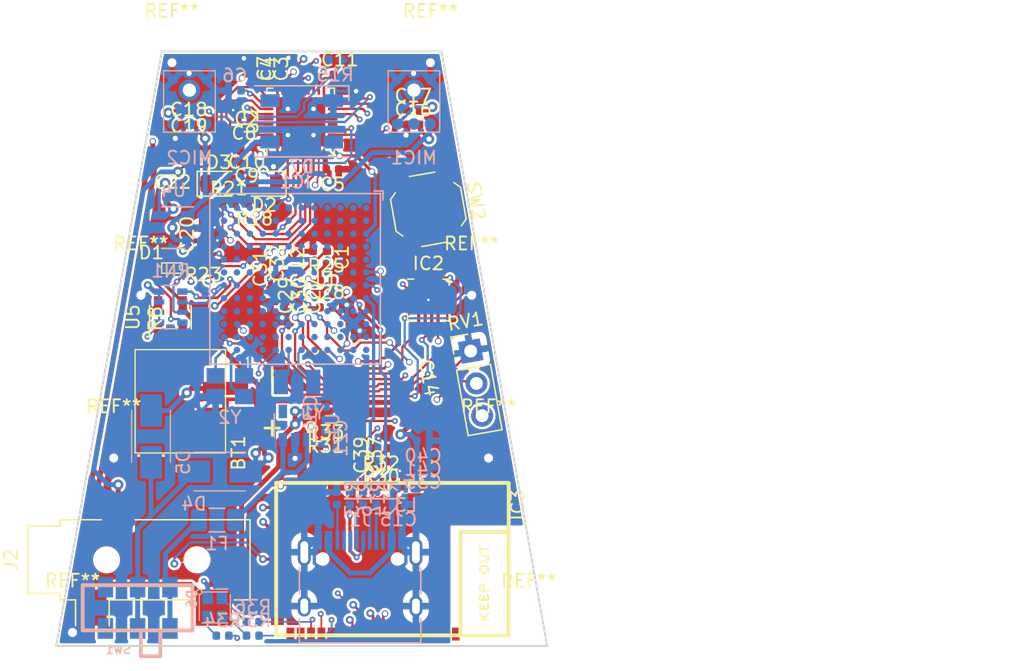
<source format=kicad_pcb>
(kicad_pcb (version 20200628) (host pcbnew "(5.99.0-2290-gd34f8fd4b)")
  (title_block (title "Tympan Rev D") (date "3/19/18") (company "Solutiosn Design & Prototyping, LLC"))
  (layers (0 "F.Cu" signal) (1 "In1.Cu" power) (2 "In2.Cu" mixed) (31 "B.Cu" signal) (34 "B.Paste" user) (35 "F.Paste" user) (36 "B.SilkS" user) (37 "F.SilkS" user) (38 "B.Mask" user) (39 "F.Mask" user) (44 "Edge.Cuts" user))
  (net 0 "")
  (net 1 "GND")
  (net 2 "+3V3")
  (net 3 "Net-(C2-Pad1)")
  (net 4 "Net-(C2-Pad2)")
  (net 5 "+1V8")
  (net 6 "Net-(C8-Pad1)")
  (net 7 "Net-(C11-Pad1)")
  (net 8 "/POT")
  (net 9 "Net-(C17-Pad2)")
  (net 10 "Net-(C19-Pad2)")
  (net 11 "+BATT")
  (net 12 "Net-(D2-Pad2)")
  (net 13 "Net-(D3-Pad2)")
  (net 14 "/BT_TX")
  (net 15 "/BT_RX")
  (net 16 "/BT_nRESET")
  (net 17 "/BCLK")
  (net 18 "/MCLK")
  (net 19 "/BT_RTS")
  (net 20 "/BT_CTS")
  (net 21 "/WCLK")
  (net 22 "/DIN")
  (net 23 "/nRESET")
  (net 24 "/DOUT")
  (net 25 "Net-(C1-Pad1)")
  (net 26 "Net-(C1-Pad2)")
  (net 27 "Net-(C28-Pad2)")
  (net 28 "Net-(IC1-PadA9)")
  (net 29 "Net-(IC1-PadD7)")
  (net 30 "Net-(IC1-PadH5)")
  (net 31 "/PTA0")
  (net 32 "/PTA1")
  (net 33 "/PTA2")
  (net 34 "/PTA3")
  (net 35 "Net-(IC1-PadM6)")
  (net 36 "Net-(IC1-PadM7)")
  (net 37 "Net-(IC1-PadM11)")
  (net 38 "/RESET_B")
  (net 39 "Net-(IC1-PadM12)")
  (net 40 "/PROG")
  (net 41 "Net-(IC3-Pad14)")
  (net 42 "Net-(IC3-Pad16)")
  (net 43 "Net-(C21-Pad1)")
  (net 44 "Net-(C37-Pad2)")
  (net 45 "Net-(C39-Pad2)")
  (net 46 "Net-(D6-Pad2)")
  (net 47 "Net-(D6-Pad3)")
  (net 48 "Net-(D6-Pad4)")
  (net 49 "Net-(F1-Pad1)")
  (net 50 "/VREGEN")
  (net 51 "/LED_0")
  (net 52 "/LED_1")
  (net 53 "/LED_2")
  (net 54 "Net-(D1-Pad1)")
  (net 55 "/BT_PIO5")
  (net 56 "/BT_PIO0")
  (net 57 "Net-(R8-Pad1)")
  (net 58 "Net-(D1-Pad4)")
  (net 59 "BUILTIN_MIC_L")
  (net 60 "BUILTIN_MIC_R")
  (net 61 "BT_MIC_L")
  (net 62 "BT_MIC_R")
  (net 63 "/SCL{slash}SS")
  (net 64 "/SDA{slash}MOSI")
  (net 65 "Net-(R15-Pad1)")
  (net 66 "Net-(R15-Pad2)")
  (net 67 "Net-(J2-PadT)")
  (net 68 "Net-(J2-PadR)")
  (net 69 "Net-(J1-PadB5)")
  (net 70 "Net-(J1-PadA7)")
  (net 71 "Net-(J1-PadA6)")
  (net 72 "Net-(J1-PadA5)")
  (net 73 "Net-(C15-Pad1)")
  (net 74 "V_USB")
  (net 75 "Net-(D4-Pad1)")
  (net 76 "RGB_DATA")
  (net 77 "L_OUT_L")
  (net 78 "L_OUT_R")
  (net 79 "USB_D-")
  (net 80 "USB_D+")
  (net 81 "/TRS_GND")
  (net 82 "Net-(RN1-Pad5)")
  (net 83 "Net-(D7-Pad4)")
  (net 84 "/SS_2")
  (net 85 "Net-(IC1-PadA2)")
  (net 86 "/M_BIAS")
  (net 87 "Net-(IC1-PadA4)")
  (net 88 "Net-(IC1-PadA5)")
  (net 89 "Net-(IC1-PadA6)")
  (net 90 "Net-(IC1-PadA7)")
  (net 91 "Net-(IC1-PadA10)")
  (net 92 "/SCK_2")
  (net 93 "/CLK")
  (net 94 "Net-(IC1-PadE1)")
  (net 95 "Net-(IC1-PadJ1)")
  (net 96 "/DIN_1")
  (net 97 "Net-(IC1-PadB10)")
  (net 98 "Net-(IC1-PadB9)")
  (net 99 "Net-(IC1-PadB8)")
  (net 100 "/DOUT_1")
  (net 101 "Net-(IC1-PadB6)")
  (net 102 "Net-(IC1-PadB5)")
  (net 103 "Net-(IC1-PadB2)")
  (net 104 "Net-(IC1-PadB3)")
  (net 105 "/TX_3")
  (net 106 "/MISO_2")
  (net 107 "/MOSI_2")
  (net 108 "/RX_3")
  (net 109 "Net-(IC1-PadC5)")
  (net 110 "Net-(IC1-PadC6)")
  (net 111 "Net-(IC1-PadC7)")
  (net 112 "Net-(IC1-PadC9)")
  (net 113 "/DAT0")
  (net 114 "/DAT1")
  (net 115 "Net-(IC1-PadD4)")
  (net 116 "Net-(IC1-PadD5)")
  (net 117 "Net-(IC1-PadD6)")
  (net 118 "Net-(IC1-PadD9)")
  (net 119 "/DAT2")
  (net 120 "/DAT3")
  (net 121 "/CMD")
  (net 122 "Net-(IC1-PadC10)")
  (net 123 "Net-(IC1-PadD10)")
  (net 124 "Net-(IC1-PadC11)")
  (net 125 "Net-(IC1-PadD11)")
  (net 126 "Net-(IC1-PadD12)")
  (net 127 "Net-(IC1-PadF2)")
  (net 128 "Net-(IC1-PadF3)")
  (net 129 "Net-(IC1-PadF4)")
  (net 130 "Net-(IC1-PadG4)")
  (net 131 "Net-(IC1-PadG3)")
  (net 132 "Net-(IC1-PadG2)")
  (net 133 "Net-(IC1-PadH4)")
  (net 134 "Net-(IC1-PadJ4)")
  (net 135 "Net-(IC1-PadJ3)")
  (net 136 "Net-(IC1-PadJ2)")
  (net 137 "Net-(IC1-PadK1)")
  (net 138 "Net-(IC1-PadK3)")
  (net 139 "Net-(IC1-PadL4)")
  (net 140 "Net-(IC1-PadL3)")
  (net 141 "Net-(IC1-PadL2)")
  (net 142 "Net-(IC1-PadL1)")
  (net 143 "Net-(IC1-PadM1)")
  (net 144 "Net-(IC1-PadM2)")
  (net 145 "Net-(IC1-PadJ7)")
  (net 146 "Net-(IC1-PadJ8)")
  (net 147 "Net-(IC1-PadK8)")
  (net 148 "Net-(IC1-PadL5)")
  (net 149 "VPP")
  (net 150 "Net-(IC1-PadL7)")
  (net 151 "Net-(IC1-PadL8)")
  (net 152 "Net-(IC1-PadM5)")
  (net 153 "Net-(IC1-PadE11)")
  (net 154 "Net-(IC1-PadF9)")
  (net 155 "Net-(IC1-PadF10)")
  (net 156 "Net-(IC1-PadF11)")
  (net 157 "Net-(IC1-PadF12)")
  (net 158 "/SDA2")
  (net 159 "Net-(IC1-PadG10)")
  (net 160 "Net-(IC1-PadG9)")
  (net 161 "Net-(IC1-PadH9)")
  (net 162 "Net-(IC1-PadH10)")
  (net 163 "/M_BIAS_1")
  (net 164 "Net-(IC1-PadH12)")
  (net 165 "Net-(IC1-PadJ10)")
  (net 166 "/nRESET_1")
  (net 167 "Net-(IC1-PadJ12)")
  (net 168 "Net-(IC1-PadM9)")
  (net 169 "Net-(IC1-PadL9)")
  (net 170 "/SCL2")
  (net 171 "Net-(IC1-PadK10)")
  (net 172 "Net-(IC1-PadL10)")
  (net 173 "Net-(IC1-PadL11)")
  (net 174 "Net-(IC1-PadK12)")
  (net 175 "/DE")
  (net 176 "Net-(IC2-Pad5)")
  (net 177 "Net-(IC2-Pad11)")
  (net 178 "Net-(IC2-Pad12)")
  (net 179 "Net-(IC2-Pad14)")
  (net 180 "Net-(IC2-Pad15)")
  (net 181 "Net-(IC2-Pad16)")
  (net 182 "Net-(IC3-Pad5)")
  (net 183 "Net-(IC3-Pad6)")
  (net 184 "Net-(IC3-Pad7)")
  (net 185 "Net-(IC3-Pad8)")
  (net 186 "Net-(IC3-Pad9)")
  (net 187 "Net-(IC3-Pad10)")
  (net 188 "Net-(IC3-Pad12)")
  (net 189 "Net-(IC3-Pad17)")
  (net 190 "Net-(IC3-Pad24)")
  (net 191 "Net-(IC3-Pad26)")
  (net 192 "Net-(IC3-Pad29)")
  (net 193 "Net-(IC3-Pad34)")
  (net 194 "Net-(IC3-Pad35)")
  (net 195 "Net-(IC3-Pad36)")
  (net 196 "Net-(IC3-Pad45)")
  (net 197 "Net-(IC3-Pad46)")
  (net 198 "Net-(IC3-Pad47)")
  (net 199 "Net-(IC3-Pad48)")
  (net 200 "Net-(IC3-Pad49)")
  (net 201 "Net-(IC3-Pad50)")
  (net 202 "Net-(IC3-Pad51)")
  (net 203 "Net-(J1-PadA8)")
  (net 204 "Net-(J1-PadB8)")
  (net 205 "Net-(MIC1-Pad5)")
  (net 206 "Net-(MIC2-Pad5)")
  (net 207 "Net-(SW1-Pad6)")
  (net 208 "Net-(SW1-Pad3)")
  (net 209 "Net-(U1-Pad4)")
  (net 210 "Net-(U2-Pad25)")
  (net 211 "Net-(U2-Pad24)")
  (net 212 "/PDM_DAT")
  (net 213 "/PDM_CLK")
  (net 214 "Net-(U2-Pad4)")
  (net 215 "Net-(U4-Pad4)")
  (module "Tympan:stitching_hole" (layer "F.Cu") (at 78.9 86)
    (fp_text reference "REF**" (at 0 -4 unlocked) (layer "F.SilkS"))
    (fp_text value "stitching_hole")
    (pad "" np_thru_hole circle (at 0 0) (size 0.3 0.3) (drill 0.3) (layers *.Cu *.Mask))
  )
  (module "Tympan:stitching_hole" (layer "F.Cu") (at 104.5 86)
    (fp_text reference "REF**" (at 0 -4 unlocked) (layer "F.SilkS"))
    (fp_text value "stitching_hole")
    (pad "" np_thru_hole circle (at 0 0) (size 0.3 0.3) (drill 0.3) (layers *.Cu *.Mask))
  )
  (module "Tympan:stitching_hole" (layer "F.Cu") (at 81.3 68)
    (fp_text reference "REF**" (at 0 -4 unlocked) (layer "F.SilkS"))
    (fp_text value "stitching_hole")
    (pad "" np_thru_hole circle (at 0 0) (size 0.3 0.3) (drill 0.3) (layers *.Cu *.Mask))
  )
  (module "Tympan:stitching_hole" (layer "F.Cu") (at 101.3 68)
    (fp_text reference "REF**" (at 0 -4 unlocked) (layer "F.SilkS"))
    (fp_text value "stitching_hole")
    (pad "" np_thru_hole circle (at 0 0) (size 0.3 0.3) (drill 0.3) (layers *.Cu *.Mask))
  )
  (module "Tympan:stitching_hole" (layer "F.Cu") (at 76.8 98.6)
    (fp_text reference "REF**" (at 0 -4 unlocked) (layer "F.SilkS"))
    (fp_text value "stitching_hole")
    (pad "" np_thru_hole circle (at 0 0) (size 0.3 0.3) (drill 0.3) (layers *.Cu *.Mask))
  )
  (module "Tympan:stitching_hole" (layer "F.Cu") (at 73.6 112.1)
    (fp_text reference "REF**" (at 0 -4 unlocked) (layer "F.SilkS"))
    (fp_text value "stitching_hole")
    (pad "" np_thru_hole circle (at 0 0) (size 0.3 0.3) (drill 0.3) (layers *.Cu *.Mask))
  )
  (module "Tympan:stitching_hole" (layer "F.Cu") (at 108.9 112.1)
    (fp_text reference "REF**" (at 0 -4 unlocked) (layer "F.SilkS"))
    (fp_text value "stitching_hole")
    (pad "" np_thru_hole circle (at 0 0) (size 0.3 0.3) (drill 0.3) (layers *.Cu *.Mask))
  )
  (module "Tympan:stitching_hole" (layer "F.Cu") (at 105.8 98.6)
    (fp_text reference "REF**" (at 0 -4 unlocked) (layer "F.SilkS"))
    (fp_text value "stitching_hole")
    (pad "" np_thru_hole circle (at 0 0) (size 0.3 0.3) (drill 0.3) (layers *.Cu *.Mask))
  )
  (module "LOGO" (layer "F.Cu") (at 79.7052 111.9124)
    (fp_text reference "G***" hide)
    (fp_text value "LOGO" hide)
  )
  (module "LOGO" (layer "B.Cu") (at 101.6 79.6036 100)
    (fp_text reference "G***" hide)
    (fp_text value "LOGO" hide)
  )
  (module "LOGO" (layer "F.Cu") (at 83.1596 101.1428)
    (fp_text reference "G***" hide)
    (fp_text value "LOGO" hide)
  )
  (module "LOGO" (layer "F.Cu") (at 95.5548 80.1624)
    (fp_text reference "G***" hide)
    (fp_text value "LOGO" hide)
  )
  (module "Package_DFN_QFN:UQFN-40-1EP_5x5mm_P0.4mm_EP3.8x3.8mm" (layer "F.Cu") (at 91.259 72.582 90)
    (fp_text reference "U2" (at 0 -3.8 90) (layer "F.SilkS"))
    (fp_text value "TLV320AIC3206IRSBT")
    (pad "41" smd rect (at 0 0 90) (size 3.8 3.8) (layers "F.Cu" "F.Mask") (net 1 "GND"))
    (pad "40" smd roundrect (at -1.8 -2.475 90) (size 0.2 0.75) (layers "F.Cu" "F.Paste" "F.Mask") (net 5 "+1V8"))
    (pad "39" smd roundrect (at -1.4 -2.475 90) (size 0.2 0.75) (layers "F.Cu" "F.Paste" "F.Mask") (net 5 "+1V8"))
    (pad "38" smd roundrect (at -1 -2.475 90) (size 0.2 0.75) (layers "F.Cu" "F.Paste" "F.Mask") (net 4 "Net-(C2-Pad2)"))
    (pad "37" smd roundrect (at -0.6 -2.475 90) (size 0.2 0.75) (layers "F.Cu" "F.Paste" "F.Mask") (net 1 "GND"))
    (pad "36" smd roundrect (at -0.2 -2.475 90) (size 0.2 0.75) (layers "F.Cu" "F.Paste" "F.Mask") (net 3 "Net-(C2-Pad1)"))
    (pad "35" smd roundrect (at 0.2 -2.475 90) (size 0.2 0.75) (layers "F.Cu" "F.Paste" "F.Mask") (net 6 "Net-(C8-Pad1)"))
    (pad "34" smd roundrect (at 0.6 -2.475 90) (size 0.2 0.75) (layers "F.Cu" "F.Paste" "F.Mask") (net 66 "Net-(R15-Pad2)"))
    (pad "33" smd roundrect (at 1 -2.475 90) (size 0.2 0.75) (layers "F.Cu" "F.Paste" "F.Mask") (net 68 "Net-(J2-PadR)"))
    (pad "32" smd roundrect (at 1.4 -2.475 90) (size 0.2 0.75) (layers "F.Cu" "F.Paste" "F.Mask") (net 5 "+1V8"))
    (pad "31" smd roundrect (at 1.8 -2.475 90) (size 0.2 0.75) (layers "F.Cu" "F.Paste" "F.Mask") (net 67 "Net-(J2-PadT)"))
    (pad "30" smd roundrect (at 2.475 -1.8 90) (size 0.75 0.2) (layers "F.Cu" "F.Paste" "F.Mask") (net 2 "+3V3"))
    (pad "29" smd roundrect (at 2.475 -1.4 90) (size 0.75 0.2) (layers "F.Cu" "F.Paste" "F.Mask") (net 5 "+1V8"))
    (pad "28" smd roundrect (at 2.475 -1 90) (size 0.75 0.2) (layers "F.Cu" "F.Paste" "F.Mask") (net 81 "/TRS_GND"))
    (pad "27" smd roundrect (at 2.475 -0.6 90) (size 0.75 0.2) (layers "F.Cu" "F.Paste" "F.Mask") (net 78 "L_OUT_R"))
    (pad "26" smd roundrect (at 2.475 -0.2 90) (size 0.75 0.2) (layers "F.Cu" "F.Paste" "F.Mask") (net 77 "L_OUT_L"))
    (pad "25" smd roundrect (at 2.475 0.2 90) (size 0.75 0.2) (layers "F.Cu" "F.Paste" "F.Mask") (net 210 "Net-(U2-Pad25)"))
    (pad "24" smd roundrect (at 2.475 0.6 90) (size 0.75 0.2) (layers "F.Cu" "F.Paste" "F.Mask") (net 211 "Net-(U2-Pad24)"))
    (pad "23" smd roundrect (at 2.475 1 90) (size 0.75 0.2) (layers "F.Cu" "F.Paste" "F.Mask") (net 65 "Net-(R15-Pad1)"))
    (pad "22" smd roundrect (at 2.475 1.4 90) (size 0.75 0.2) (layers "F.Cu" "F.Paste" "F.Mask") (net 7 "Net-(C11-Pad1)"))
    (pad "21" smd roundrect (at 2.475 1.8 90) (size 0.75 0.2) (layers "F.Cu" "F.Paste" "F.Mask") (net 1 "GND"))
    (pad "20" smd roundrect (at 1.8 2.475 90) (size 0.2 0.75) (layers "F.Cu" "F.Paste" "F.Mask") (net 60 "BUILTIN_MIC_R"))
    (pad "19" smd roundrect (at 1.4 2.475 90) (size 0.2 0.75) (layers "F.Cu" "F.Paste" "F.Mask") (net 59 "BUILTIN_MIC_L"))
    (pad "18" smd roundrect (at 1 2.475 90) (size 0.2 0.75) (layers "F.Cu" "F.Paste" "F.Mask") (net 62 "BT_MIC_R"))
    (pad "17" smd roundrect (at 0.6 2.475 90) (size 0.2 0.75) (layers "F.Cu" "F.Paste" "F.Mask") (net 61 "BT_MIC_L"))
    (pad "16" smd roundrect (at 0.2 2.475 90) (size 0.2 0.75) (layers "F.Cu" "F.Paste" "F.Mask") (net 1 "GND"))
    (pad "15" smd roundrect (at -0.2 2.475 90) (size 0.2 0.75) (layers "F.Cu" "F.Paste" "F.Mask") (net 212 "/PDM_DAT"))
    (pad "14" smd roundrect (at -0.6 2.475 90) (size 0.2 0.75) (layers "F.Cu" "F.Paste" "F.Mask") (net 64 "/SDA{slash}MOSI"))
    (pad "13" smd roundrect (at -1 2.475 90) (size 0.2 0.75) (layers "F.Cu" "F.Paste" "F.Mask") (net 63 "/SCL{slash}SS"))
    (pad "12" smd roundrect (at -1.4 2.475 90) (size 0.2 0.75) (layers "F.Cu" "F.Paste" "F.Mask") (net 213 "/PDM_CLK"))
    (pad "11" smd roundrect (at -1.8 2.475 90) (size 0.2 0.75) (layers "F.Cu" "F.Paste" "F.Mask") (net 1 "GND"))
    (pad "10" smd roundrect (at -2.475 1.8 90) (size 0.75 0.2) (layers "F.Cu" "F.Paste" "F.Mask") (net 2 "+3V3"))
    (pad "9" smd roundrect (at -2.475 1.4 90) (size 0.75 0.2) (layers "F.Cu" "F.Paste" "F.Mask") (net 24 "/DOUT"))
    (pad "8" smd roundrect (at -2.475 1 90) (size 0.75 0.2) (layers "F.Cu" "F.Paste" "F.Mask") (net 22 "/DIN"))
    (pad "7" smd roundrect (at -2.475 0.6 90) (size 0.75 0.2) (layers "F.Cu" "F.Paste" "F.Mask") (net 21 "/WCLK"))
    (pad "6" smd roundrect (at -2.475 0.2 90) (size 0.75 0.2) (layers "F.Cu" "F.Paste" "F.Mask") (net 17 "/BCLK"))
    (pad "5" smd roundrect (at -2.475 -0.2 90) (size 0.75 0.2) (layers "F.Cu" "F.Paste" "F.Mask") (net 18 "/MCLK"))
    (pad "4" smd roundrect (at -2.475 -0.6 90) (size 0.75 0.2) (layers "F.Cu" "F.Paste" "F.Mask") (net 214 "Net-(U2-Pad4)"))
    (pad "3" smd roundrect (at -2.475 -1 90) (size 0.75 0.2) (layers "F.Cu" "F.Paste" "F.Mask") (net 23 "/nRESET"))
    (pad "2" smd roundrect (at -2.475 -1.4 90) (size 0.75 0.2) (layers "F.Cu" "F.Paste" "F.Mask") (net 1 "GND"))
    (pad "1" smd roundrect (at -2.475 -1.8 90) (size 0.75 0.2) (layers "F.Cu" "F.Paste" "F.Mask") (net 1 "GND"))
  )
  (module "Button_Switch_SMD:SW_SPST_TL3342" (layer "F.Cu") (at 101.1428 79.3496 -80)
    (fp_text reference "SW2" (at 0 -3.75 -80) (layer "F.SilkS"))
    (fp_text value "SW_Push")
    (pad "2" smd rect (at 3.15 1.9 280) (size 1.7 1) (layers "F.Cu" "F.Paste" "F.Mask") (net 1 "GND"))
    (pad "2" smd rect (at -3.15 1.9 280) (size 1.7 1) (layers "F.Cu" "F.Paste" "F.Mask") (net 1 "GND"))
    (pad "1" smd rect (at 3.15 -1.9 280) (size 1.7 1) (layers "F.Cu" "F.Paste" "F.Mask") (net 40 "/PROG"))
    (pad "1" smd rect (at -3.15 -1.9 280) (size 1.7 1) (layers "F.Cu" "F.Paste" "F.Mask") (net 40 "/PROG"))
  )
  (module "LED_SMD:LED_SK6812_PLCC4_5.0x5.0mm_P3.2mm" (layer "B.Cu") (at 91.3384 72.5424)
    (fp_text reference "D7" (at 0 3.5) (layer "B.SilkS") (effects (justify mirror)))
    (fp_text value "SK6812")
    (pad "3" smd rect (at -2.45 1.6) (size 1.5 1) (layers "B.Cu" "B.Paste" "B.Mask") (net 2 "+3V3"))
    (pad "4" smd rect (at -2.45 -1.6) (size 1.5 1) (layers "B.Cu" "B.Paste" "B.Mask") (net 83 "Net-(D7-Pad4)"))
    (pad "2" smd rect (at 2.45 1.6) (size 1.5 1) (layers "B.Cu" "B.Paste" "B.Mask") (net 76 "RGB_DATA"))
    (pad "1" smd rect (at 2.45 -1.6) (size 1.5 1) (layers "B.Cu" "B.Paste" "B.Mask") (net 1 "GND"))
  )
  (module "LED_SMD:LED_0805_2012Metric" (layer "F.Cu") (at 84.9376 77.3684)
    (fp_text reference "D3" (at 0 -1.65) (layer "F.SilkS"))
    (fp_text value "LED")
    (pad "2" smd roundrect (at 0.9375 0) (size 0.975 1.4) (layers "F.Cu" "F.Paste" "F.Mask") (net 13 "Net-(D3-Pad2)"))
    (pad "1" smd roundrect (at -0.9375 0) (size 0.975 1.4) (layers "F.Cu" "F.Paste" "F.Mask") (net 1 "GND"))
  )
  (module "LED_SMD:LED_0805_2012Metric" (layer "F.Cu") (at 88.4428 77.3684 180)
    (fp_text reference "D2" (at 0 -1.65) (layer "F.SilkS"))
    (fp_text value "LED")
    (pad "2" smd roundrect (at 0.9375 0 180) (size 0.975 1.4) (layers "F.Cu" "F.Paste" "F.Mask") (net 12 "Net-(D2-Pad2)"))
    (pad "1" smd roundrect (at -0.9375 0 180) (size 0.975 1.4) (layers "F.Cu" "F.Paste" "F.Mask") (net 1 "GND"))
  )
  (module "Resistor_SMD:R_0402_1005Metric" (layer "B.Cu") (at 93.9292 67.7672)
    (fp_text reference "R15" (at 0 1.17 180) (layer "B.SilkS") (effects (justify mirror)))
    (fp_text value "2.2K")
    (pad "2" smd roundrect (at 0.485 0) (size 0.59 0.64) (layers "B.Cu" "B.Paste" "B.Mask") (net 66 "Net-(R15-Pad2)"))
    (pad "1" smd roundrect (at -0.485 0) (size 0.59 0.64) (layers "B.Cu" "B.Paste" "B.Mask") (net 65 "Net-(R15-Pad1)"))
  )
  (module "Resistor_SMD:R_Array_Convex_4x0603" (layer "B.Cu") (at 81.2038 86.9188 180)
    (fp_text reference "RN1" (at 0 2.8) (layer "B.SilkS") (effects (justify mirror)))
    (fp_text value "1K")
    (pad "5" smd rect (at 0.9 -1.2 180) (size 0.8 0.5) (layers "B.Cu" "B.Paste" "B.Mask") (net 82 "Net-(RN1-Pad5)"))
    (pad "6" smd rect (at 0.9 -0.4 180) (size 0.8 0.4) (layers "B.Cu" "B.Paste" "B.Mask") (net 82 "Net-(RN1-Pad5)"))
    (pad "8" smd rect (at 0.9 1.2 180) (size 0.8 0.5) (layers "B.Cu" "B.Paste" "B.Mask") (net 2 "+3V3"))
    (pad "7" smd rect (at 0.9 0.4 180) (size 0.8 0.4) (layers "B.Cu" "B.Paste" "B.Mask") (net 2 "+3V3"))
    (pad "4" smd rect (at -0.9 -1.2 180) (size 0.8 0.5) (layers "B.Cu" "B.Paste" "B.Mask") (net 54 "Net-(D1-Pad1)"))
    (pad "2" smd rect (at -0.9 0.4 180) (size 0.8 0.4) (layers "B.Cu" "B.Paste" "B.Mask") (net 63 "/SCL{slash}SS"))
    (pad "3" smd rect (at -0.9 -0.4 180) (size 0.8 0.4) (layers "B.Cu" "B.Paste" "B.Mask") (net 58 "Net-(D1-Pad4)"))
    (pad "1" smd rect (at -0.9 1.2 180) (size 0.8 0.5) (layers "B.Cu" "B.Paste" "B.Mask") (net 64 "/SDA{slash}MOSI"))
  )
  (module "Resistor_SMD:R_0402_1005Metric" (layer "B.Cu") (at 95.0722 101.7246 90)
    (fp_text reference "R16" (at 0 1.17 90) (layer "B.SilkS") (effects (justify mirror)))
    (fp_text value "33")
    (pad "2" smd roundrect (at 0.485 0 90) (size 0.59 0.64) (layers "B.Cu" "B.Paste" "B.Mask") (net 80 "USB_D+"))
    (pad "1" smd roundrect (at -0.485 0 90) (size 0.59 0.64) (layers "B.Cu" "B.Paste" "B.Mask") (net 71 "Net-(J1-PadA6)"))
  )
  (module "Resistor_SMD:R_0402_1005Metric" (layer "B.Cu") (at 96.0882 101.727 90)
    (fp_text reference "R14" (at 0 1.17 90) (layer "B.SilkS") (effects (justify mirror)))
    (fp_text value "33")
    (pad "2" smd roundrect (at 0.485 0 90) (size 0.59 0.64) (layers "B.Cu" "B.Paste" "B.Mask") (net 79 "USB_D-"))
    (pad "1" smd roundrect (at -0.485 0 90) (size 0.59 0.64) (layers "B.Cu" "B.Paste" "B.Mask") (net 70 "Net-(J1-PadA7)"))
  )
  (module "Resistor_SMD:R_0402_1005Metric" (layer "B.Cu") (at 94.0562 101.727 90)
    (fp_text reference "R13" (at 0 1.17 90) (layer "B.SilkS") (effects (justify mirror)))
    (fp_text value "5.1k")
    (pad "2" smd roundrect (at 0.485 0 90) (size 0.59 0.64) (layers "B.Cu" "B.Paste" "B.Mask") (net 1 "GND"))
    (pad "1" smd roundrect (at -0.485 0 90) (size 0.59 0.64) (layers "B.Cu" "B.Paste" "B.Mask") (net 69 "Net-(J1-PadB5)"))
  )
  (module "Resistor_SMD:R_0402_1005Metric" (layer "B.Cu") (at 97.1042 101.727 90)
    (fp_text reference "R12" (at 0 1.17 90) (layer "B.SilkS") (effects (justify mirror)))
    (fp_text value "5.1k")
    (pad "2" smd roundrect (at 0.485 0 90) (size 0.59 0.64) (layers "B.Cu" "B.Paste" "B.Mask") (net 1 "GND"))
    (pad "1" smd roundrect (at -0.485 0 90) (size 0.59 0.64) (layers "B.Cu" "B.Paste" "B.Mask") (net 72 "Net-(J1-PadA5)"))
  )
  (module "Package_BGA:BGA-144_13.0x13.0mm_Layout12x12_P1.0mm" (layer "B.Cu") (at 90.8304 84.7344 180)
    (fp_text reference "IC1" (at 0 7.5) (layer "B.SilkS") (effects (justify mirror)))
    (fp_text value "MK66FX1M0VMD18")
    (pad "A1" smd circle (at -5.5 5.5 180) (size 0.5 0.5) (layers "B.Cu" "B.Paste" "B.Mask") (net 84 "/SS_2") (clearance 0.127))
    (pad "A2" smd circle (at -4.5 5.5 180) (size 0.5 0.5) (layers "B.Cu" "B.Paste" "B.Mask") (net 85 "Net-(IC1-PadA2)") (clearance 0.127))
    (pad "A3" smd circle (at -3.5 5.5 180) (size 0.5 0.5) (layers "B.Cu" "B.Paste" "B.Mask") (net 86 "/M_BIAS") (clearance 0.127))
    (pad "A4" smd circle (at -2.5 5.5 180) (size 0.5 0.5) (layers "B.Cu" "B.Paste" "B.Mask") (net 87 "Net-(IC1-PadA4)") (clearance 0.127))
    (pad "A5" smd circle (at -1.5 5.5 180) (size 0.5 0.5) (layers "B.Cu" "B.Paste" "B.Mask") (net 88 "Net-(IC1-PadA5)") (clearance 0.127))
    (pad "A6" smd circle (at -0.5 5.5 180) (size 0.5 0.5) (layers "B.Cu" "B.Paste" "B.Mask") (net 89 "Net-(IC1-PadA6)") (clearance 0.127))
    (pad "A7" smd circle (at 0.5 5.5 180) (size 0.5 0.5) (layers "B.Cu" "B.Paste" "B.Mask") (net 90 "Net-(IC1-PadA7)") (clearance 0.127))
    (pad "A8" smd circle (at 1.5 5.5 180) (size 0.5 0.5) (layers "B.Cu" "B.Paste" "B.Mask") (net 23 "/nRESET") (clearance 0.127))
    (pad "A9" smd circle (at 2.5 5.5 180) (size 0.5 0.5) (layers "B.Cu" "B.Paste" "B.Mask") (net 28 "Net-(IC1-PadA9)") (clearance 0.127))
    (pad "A10" smd circle (at 3.5 5.5 180) (size 0.5 0.5) (layers "B.Cu" "B.Paste" "B.Mask") (net 91 "Net-(IC1-PadA10)") (clearance 0.127))
    (pad "A11" smd circle (at 4.5 5.5 180) (size 0.5 0.5) (layers "B.Cu" "B.Paste" "B.Mask") (net 17 "/BCLK") (clearance 0.127))
    (pad "A12" smd circle (at 5.5 5.5 180) (size 0.5 0.5) (layers "B.Cu" "B.Paste" "B.Mask") (net 21 "/WCLK") (clearance 0.127))
    (pad "B1" smd circle (at -5.5 4.5 180) (size 0.5 0.5) (layers "B.Cu" "B.Paste" "B.Mask") (net 92 "/SCK_2") (clearance 0.127))
    (pad "C1" smd circle (at -5.5 3.5 180) (size 0.5 0.5) (layers "B.Cu" "B.Paste" "B.Mask") (net 76 "RGB_DATA") (clearance 0.127))
    (pad "D1" smd circle (at -5.5 2.5 180) (size 0.5 0.5) (layers "B.Cu" "B.Paste" "B.Mask") (net 93 "/CLK") (clearance 0.127))
    (pad "E1" smd circle (at -5.5 1.5 180) (size 0.5 0.5) (layers "B.Cu" "B.Paste" "B.Mask") (net 94 "Net-(IC1-PadE1)") (clearance 0.127))
    (pad "F1" smd circle (at -5.5 0.5 180) (size 0.5 0.5) (layers "B.Cu" "B.Paste" "B.Mask") (net 56 "/BT_PIO0") (clearance 0.127))
    (pad "G1" smd circle (at -5.5 -0.5 180) (size 0.5 0.5) (layers "B.Cu" "B.Paste" "B.Mask") (net 2 "+3V3") (clearance 0.127))
    (pad "H1" smd circle (at -5.5 -1.5 180) (size 0.5 0.5) (layers "B.Cu" "B.Paste" "B.Mask") (net 80 "USB_D+") (clearance 0.127))
    (pad "J1" smd circle (at -5.5 -2.5 180) (size 0.5 0.5) (layers "B.Cu" "B.Paste" "B.Mask") (net 95 "Net-(IC1-PadJ1)") (clearance 0.127))
    (pad "B12" smd circle (at 5.5 4.5 180) (size 0.5 0.5) (layers "B.Cu" "B.Paste" "B.Mask") (net 96 "/DIN_1") (clearance 0.127))
    (pad "B11" smd circle (at 4.5 4.5 180) (size 0.5 0.5) (layers "B.Cu" "B.Paste" "B.Mask") (net 22 "/DIN") (clearance 0.127))
    (pad "B10" smd circle (at 3.5 4.5 180) (size 0.5 0.5) (layers "B.Cu" "B.Paste" "B.Mask") (net 97 "Net-(IC1-PadB10)") (clearance 0.127))
    (pad "B9" smd circle (at 2.5 4.5 180) (size 0.5 0.5) (layers "B.Cu" "B.Paste" "B.Mask") (net 98 "Net-(IC1-PadB9)") (clearance 0.127))
    (pad "B8" smd circle (at 1.5 4.5 180) (size 0.5 0.5) (layers "B.Cu" "B.Paste" "B.Mask") (net 99 "Net-(IC1-PadB8)") (clearance 0.127))
    (pad "B7" smd circle (at 0.5 4.5 180) (size 0.5 0.5) (layers "B.Cu" "B.Paste" "B.Mask") (net 100 "/DOUT_1") (clearance 0.127))
    (pad "B6" smd circle (at -0.5 4.5 180) (size 0.5 0.5) (layers "B.Cu" "B.Paste" "B.Mask") (net 101 "Net-(IC1-PadB6)") (clearance 0.127))
    (pad "B5" smd circle (at -1.5 4.5 180) (size 0.5 0.5) (layers "B.Cu" "B.Paste" "B.Mask") (net 102 "Net-(IC1-PadB5)") (clearance 0.127))
    (pad "B2" smd circle (at -4.5 4.5 180) (size 0.5 0.5) (layers "B.Cu" "B.Paste" "B.Mask") (net 103 "Net-(IC1-PadB2)") (clearance 0.127))
    (pad "B3" smd circle (at -3.5 4.5 180) (size 0.5 0.5) (layers "B.Cu" "B.Paste" "B.Mask") (net 104 "Net-(IC1-PadB3)") (clearance 0.127))
    (pad "B4" smd circle (at -2.5 4.5 180) (size 0.5 0.5) (layers "B.Cu" "B.Paste" "B.Mask") (net 105 "/TX_3") (clearance 0.127))
    (pad "C2" smd circle (at -4.5 3.5 180) (size 0.5 0.5) (layers "B.Cu" "B.Paste" "B.Mask") (net 106 "/MISO_2") (clearance 0.127))
    (pad "C3" smd circle (at -3.5 3.5 180) (size 0.5 0.5) (layers "B.Cu" "B.Paste" "B.Mask") (net 107 "/MOSI_2") (clearance 0.127))
    (pad "C4" smd circle (at -2.5 3.5 180) (size 0.5 0.5) (layers "B.Cu" "B.Paste" "B.Mask") (net 108 "/RX_3") (clearance 0.127))
    (pad "C5" smd circle (at -1.5 3.5 180) (size 0.5 0.5) (layers "B.Cu" "B.Paste" "B.Mask") (net 109 "Net-(IC1-PadC5)") (clearance 0.127))
    (pad "C6" smd circle (at -0.5 3.5 180) (size 0.5 0.5) (layers "B.Cu" "B.Paste" "B.Mask") (net 110 "Net-(IC1-PadC6)") (clearance 0.127))
    (pad "C7" smd circle (at 0.5 3.5 180) (size 0.5 0.5) (layers "B.Cu" "B.Paste" "B.Mask") (net 111 "Net-(IC1-PadC7)") (clearance 0.127))
    (pad "C8" smd circle (at 1.5 3.5 180) (size 0.5 0.5) (layers "B.Cu" "B.Paste" "B.Mask") (net 18 "/MCLK") (clearance 0.127))
    (pad "C9" smd circle (at 2.5 3.5 180) (size 0.5 0.5) (layers "B.Cu" "B.Paste" "B.Mask") (net 112 "Net-(IC1-PadC9)") (clearance 0.127))
    (pad "D2" smd circle (at -4.5 2.5 180) (size 0.5 0.5) (layers "B.Cu" "B.Paste" "B.Mask") (net 113 "/DAT0") (clearance 0.127))
    (pad "D3" smd circle (at -3.5 2.5 180) (size 0.5 0.5) (layers "B.Cu" "B.Paste" "B.Mask") (net 114 "/DAT1") (clearance 0.127))
    (pad "D4" smd circle (at -2.5 2.5 180) (size 0.5 0.5) (layers "B.Cu" "B.Paste" "B.Mask") (net 115 "Net-(IC1-PadD4)") (clearance 0.127))
    (pad "D5" smd circle (at -1.5 2.5 180) (size 0.5 0.5) (layers "B.Cu" "B.Paste" "B.Mask") (net 116 "Net-(IC1-PadD5)") (clearance 0.127))
    (pad "D6" smd circle (at -0.5 2.5 180) (size 0.5 0.5) (layers "B.Cu" "B.Paste" "B.Mask") (net 117 "Net-(IC1-PadD6)") (clearance 0.127))
    (pad "D7" smd circle (at 0.5 2.5 180) (size 0.5 0.5) (layers "B.Cu" "B.Paste" "B.Mask") (net 29 "Net-(IC1-PadD7)") (clearance 0.127))
    (pad "D8" smd circle (at 1.5 2.5 180) (size 0.5 0.5) (layers "B.Cu" "B.Paste" "B.Mask") (net 24 "/DOUT") (clearance 0.127))
    (pad "D9" smd circle (at 2.5 2.5 180) (size 0.5 0.5) (layers "B.Cu" "B.Paste" "B.Mask") (net 118 "Net-(IC1-PadD9)") (clearance 0.127))
    (pad "E2" smd circle (at -4.5 1.5 180) (size 0.5 0.5) (layers "B.Cu" "B.Paste" "B.Mask") (net 119 "/DAT2") (clearance 0.127))
    (pad "E3" smd circle (at -3.5 1.5 180) (size 0.5 0.5) (layers "B.Cu" "B.Paste" "B.Mask") (net 120 "/DAT3") (clearance 0.127))
    (pad "E4" smd circle (at -2.5 1.5 180) (size 0.5 0.5) (layers "B.Cu" "B.Paste" "B.Mask") (net 121 "/CMD") (clearance 0.127))
    (pad "C10" smd circle (at 3.5 3.5 180) (size 0.5 0.5) (layers "B.Cu" "B.Paste" "B.Mask") (net 122 "Net-(IC1-PadC10)") (clearance 0.127))
    (pad "D10" smd circle (at 3.5 2.5 180) (size 0.5 0.5) (layers "B.Cu" "B.Paste" "B.Mask") (net 123 "Net-(IC1-PadD10)") (clearance 0.127))
    (pad "C11" smd circle (at 4.5 3.5 180) (size 0.5 0.5) (layers "B.Cu" "B.Paste" "B.Mask") (net 124 "Net-(IC1-PadC11)") (clearance 0.127))
    (pad "D11" smd circle (at 4.5 2.5 180) (size 0.5 0.5) (layers "B.Cu" "B.Paste" "B.Mask") (net 125 "Net-(IC1-PadD11)") (clearance 0.127))
    (pad "D12" smd circle (at 5.5 2.5 180) (size 0.5 0.5) (layers "B.Cu" "B.Paste" "B.Mask") (net 126 "Net-(IC1-PadD12)") (clearance 0.127))
    (pad "C12" smd circle (at 5.5 3.5 180) (size 0.5 0.5) (layers "B.Cu" "B.Paste" "B.Mask") (net 1 "GND") (clearance 0.127))
    (pad "F2" smd circle (at -4.5 0.5 180) (size 0.5 0.5) (layers "B.Cu" "B.Paste" "B.Mask") (net 127 "Net-(IC1-PadF2)") (clearance 0.127))
    (pad "F3" smd circle (at -3.5 0.5 180) (size 0.5 0.5) (layers "B.Cu" "B.Paste" "B.Mask") (net 128 "Net-(IC1-PadF3)") (clearance 0.127))
    (pad "F4" smd circle (at -2.5 0.5 180) (size 0.5 0.5) (layers "B.Cu" "B.Paste" "B.Mask") (net 129 "Net-(IC1-PadF4)") (clearance 0.127))
    (pad "G4" smd circle (at -2.5 -0.5 180) (size 0.5 0.5) (layers "B.Cu" "B.Paste" "B.Mask") (net 130 "Net-(IC1-PadG4)") (clearance 0.127))
    (pad "G3" smd circle (at -3.5 -0.5 180) (size 0.5 0.5) (layers "B.Cu" "B.Paste" "B.Mask") (net 131 "Net-(IC1-PadG3)") (clearance 0.127))
    (pad "G2" smd circle (at -4.5 -0.5 180) (size 0.5 0.5) (layers "B.Cu" "B.Paste" "B.Mask") (net 132 "Net-(IC1-PadG2)") (clearance 0.127))
    (pad "H2" smd circle (at -4.5 -1.5 180) (size 0.5 0.5) (layers "B.Cu" "B.Paste" "B.Mask") (net 79 "USB_D-") (clearance 0.127))
    (pad "H3" smd circle (at -3.5 -1.5 180) (size 0.5 0.5) (layers "B.Cu" "B.Paste" "B.Mask") (net 1 "GND") (clearance 0.127))
    (pad "H4" smd circle (at -2.5 -1.5 180) (size 0.5 0.5) (layers "B.Cu" "B.Paste" "B.Mask") (net 133 "Net-(IC1-PadH4)") (clearance 0.127))
    (pad "J4" smd circle (at -2.5 -2.5 180) (size 0.5 0.5) (layers "B.Cu" "B.Paste" "B.Mask") (net 134 "Net-(IC1-PadJ4)") (clearance 0.127))
    (pad "J3" smd circle (at -3.5 -2.5 180) (size 0.5 0.5) (layers "B.Cu" "B.Paste" "B.Mask") (net 135 "Net-(IC1-PadJ3)") (clearance 0.127))
    (pad "J2" smd circle (at -4.5 -2.5 180) (size 0.5 0.5) (layers "B.Cu" "B.Paste" "B.Mask") (net 136 "Net-(IC1-PadJ2)") (clearance 0.127))
    (pad "K1" smd circle (at -5.5 -3.5 180) (size 0.5 0.5) (layers "B.Cu" "B.Paste" "B.Mask") (net 137 "Net-(IC1-PadK1)") (clearance 0.127))
    (pad "K2" smd circle (at -4.5 -3.5 180) (size 0.5 0.5) (layers "B.Cu" "B.Paste" "B.Mask") (net 1 "GND") (clearance 0.127))
    (pad "K3" smd circle (at -3.5 -3.5 180) (size 0.5 0.5) (layers "B.Cu" "B.Paste" "B.Mask") (net 138 "Net-(IC1-PadK3)") (clearance 0.127))
    (pad "K4" smd circle (at -2.5 -3.5 180) (size 0.5 0.5) (layers "B.Cu" "B.Paste" "B.Mask") (net 19 "/BT_RTS") (clearance 0.127))
    (pad "L4" smd circle (at -2.5 -4.5 180) (size 0.5 0.5) (layers "B.Cu" "B.Paste" "B.Mask") (net 139 "Net-(IC1-PadL4)") (clearance 0.127))
    (pad "L3" smd circle (at -3.5 -4.5 180) (size 0.5 0.5) (layers "B.Cu" "B.Paste" "B.Mask") (net 140 "Net-(IC1-PadL3)") (clearance 0.127))
    (pad "L2" smd circle (at -4.5 -4.5 180) (size 0.5 0.5) (layers "B.Cu" "B.Paste" "B.Mask") (net 141 "Net-(IC1-PadL2)") (clearance 0.127))
    (pad "L1" smd circle (at -5.5 -4.5 180) (size 0.5 0.5) (layers "B.Cu" "B.Paste" "B.Mask") (net 142 "Net-(IC1-PadL1)") (clearance 0.127))
    (pad "M1" smd circle (at -5.5 -5.5 180) (size 0.5 0.5) (layers "B.Cu" "B.Paste" "B.Mask") (net 143 "Net-(IC1-PadM1)") (clearance 0.127))
    (pad "M2" smd circle (at -4.5 -5.5 180) (size 0.5 0.5) (layers "B.Cu" "B.Paste" "B.Mask") (net 144 "Net-(IC1-PadM2)") (clearance 0.127))
    (pad "M3" smd circle (at -3.5 -5.5 180) (size 0.5 0.5) (layers "B.Cu" "B.Paste" "B.Mask") (net 27 "Net-(C28-Pad2)") (clearance 0.127))
    (pad "M4" smd circle (at -2.5 -5.5 180) (size 0.5 0.5) (layers "B.Cu" "B.Paste" "B.Mask") (net 55 "/BT_PIO5") (clearance 0.127))
    (pad "E8" smd circle (at 1.5 1.5 180) (size 0.5 0.5) (layers "B.Cu" "B.Paste" "B.Mask") (net 2 "+3V3") (clearance 0.127))
    (pad "E7" smd circle (at 0.5 1.5 180) (size 0.5 0.5) (layers "B.Cu" "B.Paste" "B.Mask") (net 2 "+3V3") (clearance 0.127))
    (pad "E6" smd circle (at -0.5 1.5 180) (size 0.5 0.5) (layers "B.Cu" "B.Paste" "B.Mask") (net 2 "+3V3") (clearance 0.127))
    (pad "E5" smd circle (at -1.5 1.5 180) (size 0.5 0.5) (layers "B.Cu" "B.Paste" "B.Mask") (net 2 "+3V3") (clearance 0.127))
    (pad "F5" smd circle (at -1.5 0.5 180) (size 0.5 0.5) (layers "B.Cu" "B.Paste" "B.Mask") (net 2 "+3V3") (clearance 0.127))
    (pad "F6" smd circle (at -0.5 0.5 180) (size 0.5 0.5) (layers "B.Cu" "B.Paste" "B.Mask") (net 1 "GND") (clearance 0.127))
    (pad "F7" smd circle (at 0.5 0.5 180) (size 0.5 0.5) (layers "B.Cu" "B.Paste" "B.Mask") (net 1 "GND") (clearance 0.127))
    (pad "F8" smd circle (at 1.5 0.5 180) (size 0.5 0.5) (layers "B.Cu" "B.Paste" "B.Mask") (net 2 "+3V3") (clearance 0.127))
    (pad "G5" smd circle (at -1.5 -0.5 180) (size 0.5 0.5) (layers "B.Cu" "B.Paste" "B.Mask") (net 26 "Net-(C1-Pad2)") (clearance 0.127))
    (pad "G6" smd circle (at -0.5 -0.5 180) (size 0.5 0.5) (layers "B.Cu" "B.Paste" "B.Mask") (net 25 "Net-(C1-Pad1)") (clearance 0.127))
    (pad "G7" smd circle (at 0.5 -0.5 180) (size 0.5 0.5) (layers "B.Cu" "B.Paste" "B.Mask") (net 1 "GND") (clearance 0.127))
    (pad "G8" smd circle (at 1.5 -0.5 180) (size 0.5 0.5) (layers "B.Cu" "B.Paste" "B.Mask") (net 1 "GND") (clearance 0.127))
    (pad "H5" smd circle (at -1.5 -1.5 180) (size 0.5 0.5) (layers "B.Cu" "B.Paste" "B.Mask") (net 30 "Net-(IC1-PadH5)") (clearance 0.127))
    (pad "H6" smd circle (at -0.5 -1.5 180) (size 0.5 0.5) (layers "B.Cu" "B.Paste" "B.Mask") (net 25 "Net-(C1-Pad1)") (clearance 0.127))
    (pad "H7" smd circle (at 0.5 -1.5 180) (size 0.5 0.5) (layers "B.Cu" "B.Paste" "B.Mask") (net 1 "GND") (clearance 0.127))
    (pad "H8" smd circle (at 1.5 -1.5 180) (size 0.5 0.5) (layers "B.Cu" "B.Paste" "B.Mask") (net 1 "GND") (clearance 0.127))
    (pad "J5" smd circle (at -1.5 -2.5 180) (size 0.5 0.5) (layers "B.Cu" "B.Paste" "B.Mask") (net 31 "/PTA0") (clearance 0.127))
    (pad "J6" smd circle (at -0.5 -2.5 180) (size 0.5 0.5) (layers "B.Cu" "B.Paste" "B.Mask") (net 32 "/PTA1") (clearance 0.127))
    (pad "J7" smd circle (at 0.5 -2.5 180) (size 0.5 0.5) (layers "B.Cu" "B.Paste" "B.Mask") (net 145 "Net-(IC1-PadJ7)") (clearance 0.127))
    (pad "J8" smd circle (at 1.5 -2.5 180) (size 0.5 0.5) (layers "B.Cu" "B.Paste" "B.Mask") (net 146 "Net-(IC1-PadJ8)") (clearance 0.127))
    (pad "K5" smd circle (at -1.5 -3.5 180) (size 0.5 0.5) (layers "B.Cu" "B.Paste" "B.Mask") (net 16 "/BT_nRESET") (clearance 0.127))
    (pad "K6" smd circle (at -0.5 -3.5 180) (size 0.5 0.5) (layers "B.Cu" "B.Paste" "B.Mask") (net 33 "/PTA2") (clearance 0.127))
    (pad "K7" smd circle (at 0.5 -3.5 180) (size 0.5 0.5) (layers "B.Cu" "B.Paste" "B.Mask") (net 34 "/PTA3") (clearance 0.127))
    (pad "K8" smd circle (at 1.5 -3.5 180) (size 0.5 0.5) (layers "B.Cu" "B.Paste" "B.Mask") (net 147 "Net-(IC1-PadK8)") (clearance 0.127))
    (pad "L5" smd circle (at -1.5 -4.5 180) (size 0.5 0.5) (layers "B.Cu" "B.Paste" "B.Mask") (net 148 "Net-(IC1-PadL5)") (clearance 0.127))
    (pad "L6" smd circle (at -0.5 -4.5 180) (size 0.5 0.5) (layers "B.Cu" "B.Paste" "B.Mask") (net 149 "VPP") (clearance 0.127))
    (pad "L7" smd circle (at 0.5 -4.5 180) (size 0.5 0.5) (layers "B.Cu" "B.Paste" "B.Mask") (net 150 "Net-(IC1-PadL7)") (clearance 0.127))
    (pad "L8" smd circle (at 1.5 -4.5 180) (size 0.5 0.5) (layers "B.Cu" "B.Paste" "B.Mask") (net 151 "Net-(IC1-PadL8)") (clearance 0.127))
    (pad "M5" smd circle (at -1.5 -5.5 180) (size 0.5 0.5) (layers "B.Cu" "B.Paste" "B.Mask") (net 152 "Net-(IC1-PadM5)") (clearance 0.127))
    (pad "M6" smd circle (at -0.5 -5.5 180) (size 0.5 0.5) (layers "B.Cu" "B.Paste" "B.Mask") (net 35 "Net-(IC1-PadM6)") (clearance 0.127))
    (pad "M7" smd circle (at 0.5 -5.5 180) (size 0.5 0.5) (layers "B.Cu" "B.Paste" "B.Mask") (net 36 "Net-(IC1-PadM7)") (clearance 0.127))
    (pad "M8" smd circle (at 1.5 -5.5 180) (size 0.5 0.5) (layers "B.Cu" "B.Paste" "B.Mask") (net 20 "/BT_CTS") (clearance 0.127))
    (pad "E9" smd circle (at 2.5 1.5 180) (size 0.5 0.5) (layers "B.Cu" "B.Paste" "B.Mask") (net 15 "/BT_RX") (clearance 0.127))
    (pad "E10" smd circle (at 3.5 1.5 180) (size 0.5 0.5) (layers "B.Cu" "B.Paste" "B.Mask") (net 14 "/BT_TX") (clearance 0.127))
    (pad "E11" smd circle (at 4.5 1.5 180) (size 0.5 0.5) (layers "B.Cu" "B.Paste" "B.Mask") (net 153 "Net-(IC1-PadE11)") (clearance 0.127))
    (pad "E12" smd circle (at 5.5 1.5 180) (size 0.5 0.5) (layers "B.Cu" "B.Paste" "B.Mask") (net 50 "/VREGEN") (clearance 0.127))
    (pad "F9" smd circle (at 2.5 0.5 180) (size 0.5 0.5) (layers "B.Cu" "B.Paste" "B.Mask") (net 154 "Net-(IC1-PadF9)") (clearance 0.127))
    (pad "F10" smd circle (at 3.5 0.5 180) (size 0.5 0.5) (layers "B.Cu" "B.Paste" "B.Mask") (net 155 "Net-(IC1-PadF10)") (clearance 0.127))
    (pad "F11" smd circle (at 4.5 0.5 180) (size 0.5 0.5) (layers "B.Cu" "B.Paste" "B.Mask") (net 156 "Net-(IC1-PadF11)") (clearance 0.127))
    (pad "F12" smd circle (at 5.5 0.5 180) (size 0.5 0.5) (layers "B.Cu" "B.Paste" "B.Mask") (net 157 "Net-(IC1-PadF12)") (clearance 0.127))
    (pad "J9" smd circle (at 2.5 -2.5 180) (size 0.5 0.5) (layers "B.Cu" "B.Paste" "B.Mask") (net 158 "/SDA2") (clearance 0.127))
    (pad "G12" smd circle (at 5.5 -0.5 180) (size 0.5 0.5) (layers "B.Cu" "B.Paste" "B.Mask") (net 63 "/SCL{slash}SS") (clearance 0.127))
    (pad "G11" smd circle (at 4.5 -0.5 180) (size 0.5 0.5) (layers "B.Cu" "B.Paste" "B.Mask") (net 64 "/SDA{slash}MOSI") (clearance 0.127))
    (pad "G10" smd circle (at 3.5 -0.5 180) (size 0.5 0.5) (layers "B.Cu" "B.Paste" "B.Mask") (net 159 "Net-(IC1-PadG10)") (clearance 0.127))
    (pad "G9" smd circle (at 2.5 -0.5 180) (size 0.5 0.5) (layers "B.Cu" "B.Paste" "B.Mask") (net 160 "Net-(IC1-PadG9)") (clearance 0.127))
    (pad "H9" smd circle (at 2.5 -1.5 180) (size 0.5 0.5) (layers "B.Cu" "B.Paste" "B.Mask") (net 161 "Net-(IC1-PadH9)") (clearance 0.127))
    (pad "H10" smd circle (at 3.5 -1.5 180) (size 0.5 0.5) (layers "B.Cu" "B.Paste" "B.Mask") (net 162 "Net-(IC1-PadH10)") (clearance 0.127))
    (pad "H11" smd circle (at 4.5 -1.5 180) (size 0.5 0.5) (layers "B.Cu" "B.Paste" "B.Mask") (net 163 "/M_BIAS_1") (clearance 0.127))
    (pad "H12" smd circle (at 5.5 -1.5 180) (size 0.5 0.5) (layers "B.Cu" "B.Paste" "B.Mask") (net 164 "Net-(IC1-PadH12)") (clearance 0.127))
    (pad "J10" smd circle (at 3.5 -2.5 180) (size 0.5 0.5) (layers "B.Cu" "B.Paste" "B.Mask") (net 165 "Net-(IC1-PadJ10)") (clearance 0.127))
    (pad "J11" smd circle (at 4.5 -2.5 180) (size 0.5 0.5) (layers "B.Cu" "B.Paste" "B.Mask") (net 166 "/nRESET_1") (clearance 0.127))
    (pad "J12" smd circle (at 5.5 -2.5 180) (size 0.5 0.5) (layers "B.Cu" "B.Paste" "B.Mask") (net 167 "Net-(IC1-PadJ12)") (clearance 0.127))
    (pad "M9" smd circle (at 2.5 -5.5 180) (size 0.5 0.5) (layers "B.Cu" "B.Paste" "B.Mask") (net 168 "Net-(IC1-PadM9)") (clearance 0.127))
    (pad "L9" smd circle (at 2.5 -4.5 180) (size 0.5 0.5) (layers "B.Cu" "B.Paste" "B.Mask") (net 169 "Net-(IC1-PadL9)") (clearance 0.127))
    (pad "K9" smd circle (at 2.5 -3.5 180) (size 0.5 0.5) (layers "B.Cu" "B.Paste" "B.Mask") (net 170 "/SCL2") (clearance 0.127))
    (pad "K10" smd circle (at 3.5 -3.5 180) (size 0.5 0.5) (layers "B.Cu" "B.Paste" "B.Mask") (net 171 "Net-(IC1-PadK10)") (clearance 0.127))
    (pad "L10" smd circle (at 3.5 -4.5 180) (size 0.5 0.5) (layers "B.Cu" "B.Paste" "B.Mask") (net 172 "Net-(IC1-PadL10)") (clearance 0.127))
    (pad "M10" smd circle (at 3.5 -5.5 180) (size 0.5 0.5) (layers "B.Cu" "B.Paste" "B.Mask") (net 1 "GND") (clearance 0.127))
    (pad "M11" smd circle (at 4.5 -5.5 180) (size 0.5 0.5) (layers "B.Cu" "B.Paste" "B.Mask") (net 37 "Net-(IC1-PadM11)") (clearance 0.127))
    (pad "L11" smd circle (at 4.5 -4.5 180) (size 0.5 0.5) (layers "B.Cu" "B.Paste" "B.Mask") (net 173 "Net-(IC1-PadL11)") (clearance 0.127))
    (pad "K11" smd circle (at 4.5 -3.5 180) (size 0.5 0.5) (layers "B.Cu" "B.Paste" "B.Mask") (net 8 "/POT") (clearance 0.127))
    (pad "K12" smd circle (at 5.5 -3.5 180) (size 0.5 0.5) (layers "B.Cu" "B.Paste" "B.Mask") (net 174 "Net-(IC1-PadK12)") (clearance 0.127))
    (pad "L12" smd circle (at 5.5 -4.5 180) (size 0.5 0.5) (layers "B.Cu" "B.Paste" "B.Mask") (net 38 "/RESET_B") (clearance 0.127))
    (pad "M12" smd circle (at 5.5 -5.5 180) (size 0.5 0.5) (layers "B.Cu" "B.Paste" "B.Mask") (net 39 "Net-(IC1-PadM12)") (clearance 0.127))
  )
  (module "Connector_USB:USB_C_Receptacle_HRO_TYPE-C-31-M-12" (layer "B.Cu") (at 95.8596 109.0168 180)
    (fp_text reference "J1" (at 0 5.645) (layer "B.SilkS") (effects (justify mirror)))
    (fp_text value "USB_C_Receptacle_USB2.0")
    (pad "S1" thru_hole oval (at 4.32 -1.05 180) (size 1 1.6) (drill oval 0.6 1.2) (layers *.Cu *.Mask) (net 1 "GND"))
    (pad "" np_thru_hole circle (at 2.89 2.6 180) (size 0.65 0.65) (drill 0.65) (layers *.Cu *.Mask))
    (pad "S1" thru_hole oval (at -4.32 -1.05 180) (size 1 1.6) (drill oval 0.6 1.2) (layers *.Cu *.Mask) (net 1 "GND"))
    (pad "" np_thru_hole circle (at -2.89 2.6 180) (size 0.65 0.65) (drill 0.65) (layers *.Cu *.Mask))
    (pad "S1" thru_hole oval (at -4.32 3.13 180) (size 1 2.1) (drill oval 0.6 1.7) (layers *.Cu *.Mask) (net 1 "GND"))
    (pad "S1" thru_hole oval (at 4.32 3.13 180) (size 1 2.1) (drill oval 0.6 1.7) (layers *.Cu *.Mask) (net 1 "GND"))
    (pad "A6" smd rect (at -0.25 4.045 180) (size 0.3 1.45) (layers "B.Cu" "B.Paste" "B.Mask") (net 71 "Net-(J1-PadA6)"))
    (pad "B5" smd rect (at 1.75 4.045 180) (size 0.3 1.45) (layers "B.Cu" "B.Paste" "B.Mask") (net 69 "Net-(J1-PadB5)"))
    (pad "A8" smd rect (at 1.25 4.045 180) (size 0.3 1.45) (layers "B.Cu" "B.Paste" "B.Mask") (net 203 "Net-(J1-PadA8)"))
    (pad "B6" smd rect (at 0.75 4.045 180) (size 0.3 1.45) (layers "B.Cu" "B.Paste" "B.Mask") (net 71 "Net-(J1-PadA6)"))
    (pad "A7" smd rect (at 0.25 4.045 180) (size 0.3 1.45) (layers "B.Cu" "B.Paste" "B.Mask") (net 70 "Net-(J1-PadA7)"))
    (pad "B7" smd rect (at -0.75 4.045 180) (size 0.3 1.45) (layers "B.Cu" "B.Paste" "B.Mask") (net 70 "Net-(J1-PadA7)"))
    (pad "A5" smd rect (at -1.25 4.045 180) (size 0.3 1.45) (layers "B.Cu" "B.Paste" "B.Mask") (net 72 "Net-(J1-PadA5)"))
    (pad "B8" smd rect (at -1.75 4.045 180) (size 0.3 1.45) (layers "B.Cu" "B.Paste" "B.Mask") (net 204 "Net-(J1-PadB8)"))
    (pad "A12" smd rect (at 3.25 4.045 180) (size 0.6 1.45) (layers "B.Cu" "B.Paste" "B.Mask") (net 1 "GND"))
    (pad "B4" smd rect (at 2.45 4.045 180) (size 0.6 1.45) (layers "B.Cu" "B.Paste" "B.Mask") (net 73 "Net-(C15-Pad1)"))
    (pad "A4" smd rect (at -2.45 4.045 180) (size 0.6 1.45) (layers "B.Cu" "B.Paste" "B.Mask") (net 73 "Net-(C15-Pad1)"))
    (pad "A1" smd rect (at -3.25 4.045 180) (size 0.6 1.45) (layers "B.Cu" "B.Paste" "B.Mask") (net 1 "GND"))
    (pad "B12" smd rect (at -3.25 4.045 180) (size 0.6 1.45) (layers "B.Cu" "B.Paste" "B.Mask") (net 1 "GND"))
    (pad "B9" smd rect (at -2.45 4.045 180) (size 0.6 1.45) (layers "B.Cu" "B.Paste" "B.Mask") (net 73 "Net-(C15-Pad1)"))
    (pad "A9" smd rect (at 2.45 4.045 180) (size 0.6 1.45) (layers "B.Cu" "B.Paste" "B.Mask") (net 73 "Net-(C15-Pad1)"))
    (pad "B1" smd rect (at 3.25 4.045 180) (size 0.6 1.45) (layers "B.Cu" "B.Paste" "B.Mask") (net 1 "GND"))
  )
  (module "Tympan:SPM0687LR5H-1" (layer "B.Cu") (at 82.6516 70.1294)
    (fp_text reference "MIC2" (at 0 5.232) (layer "B.SilkS") (effects (justify mirror)))
    (fp_text value "SPM0687LR5H-1")
    (fp_circle (center 0 0) (end 0.67525 0) (layer "B.Cu") (width 0.325))
    (pad "1" smd circle (at -1.265 2.616) (size 0.9 0.9) (layers "B.Cu" "B.Paste" "B.Mask") (net 10 "Net-(C19-Pad2)"))
    (pad "5" smd circle (at 0 2.616) (size 0.9 0.9) (layers "B.Cu" "B.Paste" "B.Mask") (net 206 "Net-(MIC2-Pad5)"))
    (pad "4" smd circle (at 1.265 2.616) (size 0.9 0.9) (layers "B.Cu" "B.Paste" "B.Mask") (net 2 "+3V3"))
    (pad "" np_thru_hole circle (at 0 0) (size 0.8 0.8) (drill 0.8) (layers *.Cu))
    (pad "2" smd circle (at -1.265 -0.79) (size 0.7 0.7) (layers "B.Cu" "B.Paste" "B.Mask") (net 1 "GND"))
    (pad "3" smd circle (at 1.265 -0.79) (size 0.7 0.7) (layers "B.Cu" "B.Paste" "B.Mask") (net 1 "GND"))
  )
  (module "Tympan:SPM0687LR5H-1" (layer "B.Cu") (at 100.0252 70.1294)
    (fp_text reference "MIC1" (at 0 5.232) (layer "B.SilkS") (effects (justify mirror)))
    (fp_text value "SPM0687LR5H-1")
    (fp_circle (center 0 0) (end 0.67525 0) (layer "B.Cu") (width 0.325))
    (pad "1" smd circle (at -1.265 2.616) (size 0.9 0.9) (layers "B.Cu" "B.Paste" "B.Mask") (net 9 "Net-(C17-Pad2)"))
    (pad "5" smd circle (at 0 2.616) (size 0.9 0.9) (layers "B.Cu" "B.Paste" "B.Mask") (net 205 "Net-(MIC1-Pad5)"))
    (pad "4" smd circle (at 1.265 2.616) (size 0.9 0.9) (layers "B.Cu" "B.Paste" "B.Mask") (net 2 "+3V3"))
    (pad "" np_thru_hole circle (at 0 0) (size 0.8 0.8) (drill 0.8) (layers *.Cu))
    (pad "2" smd circle (at -1.265 -0.79) (size 0.7 0.7) (layers "B.Cu" "B.Paste" "B.Mask") (net 1 "GND"))
    (pad "3" smd circle (at 1.265 -0.79) (size 0.7 0.7) (layers "B.Cu" "B.Paste" "B.Mask") (net 1 "GND"))
  )
  (module "Connector_Audio:Jack_3.5mm_CUI_SJ-3523-SMT_Horizontal" (layer "F.Cu") (at 78.74 106.4768 90)
    (fp_text reference "J2" (at 0 -9.9 90) (layer "F.SilkS"))
    (fp_text value "AudioJack3")
    (pad "R" smd rect (at 3.7 -1.6 90) (size 2.8 2.2) (layers "F.Cu" "F.Paste" "F.Mask") (net 68 "Net-(J2-PadR)"))
    (pad "S" smd rect (at -3.7 -3.6 90) (size 2.8 2.2) (layers "F.Cu" "F.Paste" "F.Mask") (net 81 "/TRS_GND"))
    (pad "T" smd rect (at -3.7 5.8 90) (size 2.8 2.8) (layers "F.Cu" "F.Paste" "F.Mask") (net 67 "Net-(J2-PadT)"))
    (pad "" np_thru_hole circle (at 0 -2.5 90) (size 1.7 1.7) (drill 1.7) (layers *.Cu *.Mask))
    (pad "" np_thru_hole circle (at 0 4.5 90) (size 1.7 1.7) (drill 1.7) (layers *.Cu *.Mask))
  )
  (module "Package_TO_SOT_SMD:SOT-23-5" (layer "F.Cu") (at 81.1784 87.7062 90)
    (fp_text reference "U5" (at 0 -2.9 90) (layer "F.SilkS"))
    (fp_text value "MCP73831")
    (pad "5" smd rect (at 1.1 -0.95 90) (size 1.06 0.65) (layers "F.Cu" "F.Paste" "F.Mask") (net 57 "Net-(R8-Pad1)"))
    (pad "4" smd rect (at 1.1 0.95 90) (size 1.06 0.65) (layers "F.Cu" "F.Paste" "F.Mask") (net 74 "V_USB"))
    (pad "3" smd rect (at -1.1 0.95 90) (size 1.06 0.65) (layers "F.Cu" "F.Paste" "F.Mask") (net 11 "+BATT"))
    (pad "2" smd rect (at -1.1 0 90) (size 1.06 0.65) (layers "F.Cu" "F.Paste" "F.Mask") (net 1 "GND"))
    (pad "1" smd rect (at -1.1 -0.95 90) (size 1.06 0.65) (layers "F.Cu" "F.Paste" "F.Mask") (net 82 "Net-(RN1-Pad5)"))
  )
  (module "Package_TO_SOT_SMD:SOT-23-5" (layer "B.Cu") (at 81.407 80.772 180)
    (fp_text reference "U4" (at 0 2.9) (layer "B.SilkS") (effects (justify mirror)))
    (fp_text value "LP5907MFX-1.8")
    (pad "1" smd rect (at -1.1 0.95 180) (size 1.06 0.65) (layers "B.Cu" "B.Paste" "B.Mask") (net 2 "+3V3"))
    (pad "2" smd rect (at -1.1 0 180) (size 1.06 0.65) (layers "B.Cu" "B.Paste" "B.Mask") (net 1 "GND"))
    (pad "3" smd rect (at -1.1 -0.95 180) (size 1.06 0.65) (layers "B.Cu" "B.Paste" "B.Mask") (net 2 "+3V3"))
    (pad "4" smd rect (at 1.1 -0.95 180) (size 1.06 0.65) (layers "B.Cu" "B.Paste" "B.Mask") (net 215 "Net-(U4-Pad4)"))
    (pad "5" smd rect (at 1.1 0.95 180) (size 1.06 0.65) (layers "B.Cu" "B.Paste" "B.Mask") (net 5 "+1V8"))
  )
  (module "Package_TO_SOT_SMD:SOT-23-5" (layer "B.Cu") (at 90.8304 96.0882 90)
    (fp_text reference "U1" (at 0 2.9 90) (layer "B.SilkS") (effects (justify mirror)))
    (fp_text value "AP2210K-3.3TRG1")
    (pad "1" smd rect (at -1.1 0.95 90) (size 1.06 0.65) (layers "B.Cu" "B.Paste" "B.Mask") (net 43 "Net-(C21-Pad1)"))
    (pad "2" smd rect (at -1.1 0 90) (size 1.06 0.65) (layers "B.Cu" "B.Paste" "B.Mask") (net 1 "GND"))
    (pad "3" smd rect (at -1.1 -0.95 90) (size 1.06 0.65) (layers "B.Cu" "B.Paste" "B.Mask") (net 43 "Net-(C21-Pad1)"))
    (pad "4" smd rect (at 1.1 -0.95 90) (size 1.06 0.65) (layers "B.Cu" "B.Paste" "B.Mask") (net 209 "Net-(U1-Pad4)"))
    (pad "5" smd rect (at 1.1 0.95 90) (size 1.06 0.65) (layers "B.Cu" "B.Paste" "B.Mask") (net 2 "+3V3"))
  )
  (module "Connector_PinHeader_2.54mm:PinHeader_1x03_P2.54mm_Vertical" (layer "F.Cu") (at 104.4194 90.3224 10)
    (fp_text reference "RV1" (at 0 -2.33 10) (layer "F.SilkS"))
    (fp_text value "POT")
    (pad "3" thru_hole oval (at 0 5.08 10) (size 1.7 1.7) (drill 1) (layers *.Cu *.Mask) (net 2 "+3V3"))
    (pad "2" thru_hole oval (at 0 2.54 10) (size 1.7 1.7) (drill 1) (layers *.Cu *.Mask) (net 8 "/POT"))
    (pad "1" thru_hole rect (at 0 0 10) (size 1.7 1.7) (drill 1) (layers *.Cu *.Mask) (net 1 "GND"))
  )
  (module "Package_DFN_QFN:QFN-16-1EP_3x3mm_P0.5mm_EP1.7x1.7mm" (layer "F.Cu") (at 101.1428 86.36)
    (fp_text reference "IC2" (at 0 -2.82) (layer "F.SilkS"))
    (fp_text value "MKL02Z32VFG4")
    (pad "1" smd roundrect (at -1.4625 -0.75) (size 0.825 0.25) (layers "F.Cu" "F.Paste" "F.Mask") (net 2 "+3V3"))
    (pad "2" smd roundrect (at -1.4625 -0.25) (size 0.825 0.25) (layers "F.Cu" "F.Paste" "F.Mask") (net 1 "GND"))
    (pad "3" smd roundrect (at -1.4625 0.25) (size 0.825 0.25) (layers "F.Cu" "F.Paste" "F.Mask") (net 175 "/DE"))
    (pad "4" smd roundrect (at -1.4625 0.75) (size 0.825 0.25) (layers "F.Cu" "F.Paste" "F.Mask") (net 38 "/RESET_B"))
    (pad "5" smd roundrect (at -0.75 1.4625) (size 0.25 0.825) (layers "F.Cu" "F.Paste" "F.Mask") (net 176 "Net-(IC2-Pad5)"))
    (pad "6" smd roundrect (at -0.25 1.4625) (size 0.25 0.825) (layers "F.Cu" "F.Paste" "F.Mask") (net 32 "/PTA1"))
    (pad "7" smd roundrect (at 0.25 1.4625) (size 0.25 0.825) (layers "F.Cu" "F.Paste" "F.Mask") (net 34 "/PTA3"))
    (pad "8" smd roundrect (at 0.75 1.4625) (size 0.25 0.825) (layers "F.Cu" "F.Paste" "F.Mask") (net 31 "/PTA0"))
    (pad "9" smd roundrect (at 1.4625 0.75) (size 0.825 0.25) (layers "F.Cu" "F.Paste" "F.Mask") (net 33 "/PTA2"))
    (pad "10" smd roundrect (at 1.4625 0.25) (size 0.825 0.25) (layers "F.Cu" "F.Paste" "F.Mask") (net 40 "/PROG"))
    (pad "11" smd roundrect (at 1.4625 -0.25) (size 0.825 0.25) (layers "F.Cu" "F.Paste" "F.Mask") (net 177 "Net-(IC2-Pad11)"))
    (pad "12" smd roundrect (at 1.4625 -0.75) (size 0.825 0.25) (layers "F.Cu" "F.Paste" "F.Mask") (net 178 "Net-(IC2-Pad12)"))
    (pad "13" smd roundrect (at 0.75 -1.4625) (size 0.25 0.825) (layers "F.Cu" "F.Paste" "F.Mask") (net 38 "/RESET_B"))
    (pad "14" smd roundrect (at 0.25 -1.4625) (size 0.25 0.825) (layers "F.Cu" "F.Paste" "F.Mask") (net 179 "Net-(IC2-Pad14)"))
    (pad "15" smd roundrect (at -0.25 -1.4625) (size 0.25 0.825) (layers "F.Cu" "F.Paste" "F.Mask") (net 180 "Net-(IC2-Pad15)"))
    (pad "16" smd roundrect (at -0.75 -1.4625) (size 0.25 0.825) (layers "F.Cu" "F.Paste" "F.Mask") (net 181 "Net-(IC2-Pad16)"))
    (pad "17" smd rect (at 0 0) (size 1.7 1.7) (layers "F.Cu" "F.Mask") (net 1 "GND"))
  )
  (module "Resistor_SMD:R_0402_1005Metric" (layer "B.Cu") (at 87.5538 111.2774 180)
    (fp_text reference "R36" (at 0 1.17) (layer "B.SilkS") (effects (justify mirror)))
    (fp_text value "470R")
    (pad "2" smd roundrect (at 0.485 0 180) (size 0.59 0.64) (layers "B.Cu" "B.Paste" "B.Mask") (net 48 "Net-(D6-Pad4)"))
    (pad "1" smd roundrect (at -0.485 0 180) (size 0.59 0.64) (layers "B.Cu" "B.Paste" "B.Mask") (net 51 "/LED_0"))
  )
  (module "Resistor_SMD:R_0402_1005Metric" (layer "B.Cu") (at 87.5538 112.3442 180)
    (fp_text reference "R35" (at 0 1.17) (layer "B.SilkS") (effects (justify mirror)))
    (fp_text value "470R")
    (pad "2" smd roundrect (at 0.485 0 180) (size 0.59 0.64) (layers "B.Cu" "B.Paste" "B.Mask") (net 47 "Net-(D6-Pad3)"))
    (pad "1" smd roundrect (at -0.485 0 180) (size 0.59 0.64) (layers "B.Cu" "B.Paste" "B.Mask") (net 53 "/LED_2"))
  )
  (module "Resistor_SMD:R_0402_1005Metric" (layer "B.Cu") (at 85.217 112.3442 180)
    (fp_text reference "R34" (at 0 1.17) (layer "B.SilkS") (effects (justify mirror)))
    (fp_text value "470R")
    (pad "2" smd roundrect (at 0.485 0 180) (size 0.59 0.64) (layers "B.Cu" "B.Paste" "B.Mask") (net 46 "Net-(D6-Pad2)"))
    (pad "1" smd roundrect (at -0.485 0 180) (size 0.59 0.64) (layers "B.Cu" "B.Paste" "B.Mask") (net 52 "/LED_1"))
  )
  (module "Resistor_SMD:R_0402_1005Metric" (layer "F.Cu") (at 93.1926 97.7622)
    (fp_text reference "R33" (at 0 -1.17) (layer "F.SilkS"))
    (fp_text value "1K")
    (pad "2" smd roundrect (at 0.485 0) (size 0.59 0.64) (layers "F.Cu" "F.Paste" "F.Mask") (net 1 "GND"))
    (pad "1" smd roundrect (at -0.485 0) (size 0.59 0.64) (layers "F.Cu" "F.Paste" "F.Mask") (net 45 "Net-(C39-Pad2)"))
  )
  (module "Resistor_SMD:R_0402_1005Metric" (layer "F.Cu") (at 97.4852 97.8408 180)
    (fp_text reference "R32" (at 0 -1.17) (layer "F.SilkS"))
    (fp_text value "1K")
    (pad "2" smd roundrect (at 0.485 0 180) (size 0.59 0.64) (layers "F.Cu" "F.Paste" "F.Mask") (net 1 "GND"))
    (pad "1" smd roundrect (at -0.485 0 180) (size 0.59 0.64) (layers "F.Cu" "F.Paste" "F.Mask") (net 44 "Net-(C37-Pad2)"))
  )
  (module "Resistor_SMD:R_0402_1005Metric" (layer "F.Cu") (at 93.1926 98.8544)
    (fp_text reference "R31" (at 0 -1.17) (layer "F.SilkS"))
    (fp_text value "10K")
    (pad "2" smd roundrect (at 0.485 0) (size 0.59 0.64) (layers "F.Cu" "F.Paste" "F.Mask") (net 45 "Net-(C39-Pad2)"))
    (pad "1" smd roundrect (at -0.485 0) (size 0.59 0.64) (layers "F.Cu" "F.Paste" "F.Mask") (net 42 "Net-(IC3-Pad16)"))
  )
  (module "Resistor_SMD:R_0402_1005Metric" (layer "F.Cu") (at 97.4852 98.8544 180)
    (fp_text reference "R30" (at 0 -1.17) (layer "F.SilkS"))
    (fp_text value "10K")
    (pad "2" smd roundrect (at 0.485 0 180) (size 0.59 0.64) (layers "F.Cu" "F.Paste" "F.Mask") (net 44 "Net-(C37-Pad2)"))
    (pad "1" smd roundrect (at -0.485 0 180) (size 0.59 0.64) (layers "F.Cu" "F.Paste" "F.Mask") (net 41 "Net-(IC3-Pad14)"))
  )
  (module "Resistor_SMD:R_0402_1005Metric" (layer "F.Cu") (at 93.2434 84.8868)
    (fp_text reference "R25" (at 0 -1.17) (layer "F.SilkS"))
    (fp_text value "470R")
    (pad "2" smd roundrect (at 0.485 0) (size 0.59 0.64) (layers "F.Cu" "F.Paste" "F.Mask") (net 30 "Net-(IC1-PadH5)"))
    (pad "1" smd roundrect (at -0.485 0) (size 0.59 0.64) (layers "F.Cu" "F.Paste" "F.Mask") (net 26 "Net-(C1-Pad2)"))
  )
  (module "Resistor_SMD:R_0402_1005Metric" (layer "F.Cu") (at 83.7184 83.2358 180)
    (fp_text reference "R23" (at 0 -1.17) (layer "F.SilkS"))
    (fp_text value "100K")
    (pad "2" smd roundrect (at 0.485 0 180) (size 0.59 0.64) (layers "F.Cu" "F.Paste" "F.Mask") (net 1 "GND"))
    (pad "1" smd roundrect (at -0.485 0 180) (size 0.59 0.64) (layers "F.Cu" "F.Paste" "F.Mask") (net 50 "/VREGEN"))
  )
  (module "Resistor_SMD:R_0402_1005Metric" (layer "F.Cu") (at 85.6996 78.9178)
    (fp_text reference "R21" (at 0 -1.17) (layer "F.SilkS"))
    (fp_text value "240R")
    (pad "2" smd roundrect (at 0.485 0) (size 0.59 0.64) (layers "F.Cu" "F.Paste" "F.Mask") (net 13 "Net-(D3-Pad2)"))
    (pad "1" smd roundrect (at -0.485 0) (size 0.59 0.64) (layers "F.Cu" "F.Paste" "F.Mask") (net 29 "Net-(IC1-PadD7)"))
  )
  (module "Resistor_SMD:R_0402_1005Metric" (layer "F.Cu") (at 87.6808 78.9178 180)
    (fp_text reference "R18" (at 0 -1.17) (layer "F.SilkS"))
    (fp_text value "240R")
    (pad "2" smd roundrect (at 0.485 0 180) (size 0.59 0.64) (layers "F.Cu" "F.Paste" "F.Mask") (net 12 "Net-(D2-Pad2)"))
    (pad "1" smd roundrect (at -0.485 0 180) (size 0.59 0.64) (layers "F.Cu" "F.Paste" "F.Mask") (net 28 "Net-(IC1-PadA9)"))
  )
  (module "Resistor_SMD:R_0402_1005Metric" (layer "F.Cu") (at 78.8416 87.8078 -90)
    (fp_text reference "R8" (at 0 -1.17 90) (layer "F.SilkS"))
    (fp_text value "2.2K")
    (pad "2" smd roundrect (at 0.485 0 270) (size 0.59 0.64) (layers "F.Cu" "F.Paste" "F.Mask") (net 1 "GND"))
    (pad "1" smd roundrect (at -0.485 0 270) (size 0.59 0.64) (layers "F.Cu" "F.Paste" "F.Mask") (net 57 "Net-(R8-Pad1)"))
  )
  (module "Capacitor_SMD:C_0402_1005Metric" (layer "B.Cu") (at 100.7364 98.2726)
    (fp_text reference "C41" (at 0 1.17) (layer "B.SilkS") (effects (justify mirror)))
    (fp_text value "22nF")
    (pad "2" smd roundrect (at 0.485 0) (size 0.59 0.64) (layers "B.Cu" "B.Paste" "B.Mask") (net 1 "GND"))
    (pad "1" smd roundrect (at -0.485 0) (size 0.59 0.64) (layers "B.Cu" "B.Paste" "B.Mask") (net 74 "V_USB"))
  )
  (module "Capacitor_SMD:C_0402_1005Metric" (layer "B.Cu") (at 100.7364 97.2566)
    (fp_text reference "C40" (at 0 1.17) (layer "B.SilkS") (effects (justify mirror)))
    (fp_text value "15pF")
    (pad "2" smd roundrect (at 0.485 0) (size 0.59 0.64) (layers "B.Cu" "B.Paste" "B.Mask") (net 1 "GND"))
    (pad "1" smd roundrect (at -0.485 0) (size 0.59 0.64) (layers "B.Cu" "B.Paste" "B.Mask") (net 74 "V_USB"))
  )
  (module "Capacitor_SMD:C_0402_1005Metric" (layer "F.Cu") (at 94.7674 98.3718 -90)
    (fp_text reference "C39" (at 0 -1.17 90) (layer "F.SilkS"))
    (fp_text value "2.2uF")
    (pad "2" smd roundrect (at 0.485 0 270) (size 0.59 0.64) (layers "F.Cu" "F.Paste" "F.Mask") (net 45 "Net-(C39-Pad2)"))
    (pad "1" smd roundrect (at -0.485 0 270) (size 0.59 0.64) (layers "F.Cu" "F.Paste" "F.Mask") (net 62 "BT_MIC_R"))
  )
  (module "Capacitor_SMD:C_0402_1005Metric" (layer "F.Cu") (at 95.885 98.3742 -90)
    (fp_text reference "C37" (at 0 -1.17 90) (layer "F.SilkS"))
    (fp_text value "2.2uF")
    (pad "2" smd roundrect (at 0.485 0 270) (size 0.59 0.64) (layers "F.Cu" "F.Paste" "F.Mask") (net 44 "Net-(C37-Pad2)"))
    (pad "1" smd roundrect (at -0.485 0 270) (size 0.59 0.64) (layers "F.Cu" "F.Paste" "F.Mask") (net 61 "BT_MIC_L"))
  )
  (module "Capacitor_SMD:C_0402_1005Metric" (layer "B.Cu") (at 100.7364 99.2886)
    (fp_text reference "C35" (at 0 1.17) (layer "B.SilkS") (effects (justify mirror)))
    (fp_text value "4.7uF")
    (pad "2" smd roundrect (at 0.485 0) (size 0.59 0.64) (layers "B.Cu" "B.Paste" "B.Mask") (net 1 "GND"))
    (pad "1" smd roundrect (at -0.485 0) (size 0.59 0.64) (layers "B.Cu" "B.Paste" "B.Mask") (net 74 "V_USB"))
  )
  (module "Capacitor_SMD:C_0402_1005Metric" (layer "B.Cu") (at 93.1926 95.123 -90)
    (fp_text reference "C34" (at 0 1.17 -90) (layer "B.SilkS") (effects (justify mirror)))
    (fp_text value "1uF")
    (pad "2" smd roundrect (at 0.485 0 270) (size 0.59 0.64) (layers "B.Cu" "B.Paste" "B.Mask") (net 1 "GND"))
    (pad "1" smd roundrect (at -0.485 0 270) (size 0.59 0.64) (layers "B.Cu" "B.Paste" "B.Mask") (net 2 "+3V3"))
  )
  (module "Capacitor_SMD:C_0402_1005Metric" (layer "F.Cu") (at 90.615681 83.534914 90)
    (fp_text reference "C32" (at 0 -1.17 90) (layer "F.SilkS"))
    (fp_text value "2.2uF")
    (pad "2" smd roundrect (at 0.485 0 90) (size 0.59 0.64) (layers "F.Cu" "F.Paste" "F.Mask") (net 1 "GND"))
    (pad "1" smd roundrect (at -0.485 0 90) (size 0.59 0.64) (layers "F.Cu" "F.Paste" "F.Mask") (net 2 "+3V3"))
  )
  (module "Capacitor_SMD:C_0402_1005Metric" (layer "F.Cu") (at 89.30248 83.930393 90)
    (fp_text reference "C31" (at 0 -1.17 90) (layer "F.SilkS"))
    (fp_text value "10nF")
    (pad "2" smd roundrect (at 0.485 0 90) (size 0.59 0.64) (layers "F.Cu" "F.Paste" "F.Mask") (net 1 "GND"))
    (pad "1" smd roundrect (at -0.485 0 90) (size 0.59 0.64) (layers "F.Cu" "F.Paste" "F.Mask") (net 2 "+3V3"))
  )
  (module "Capacitor_SMD:C_0402_1005Metric" (layer "F.Cu") (at 90.0176 86.0298 -90)
    (fp_text reference "C30" (at 0 -1.17 90) (layer "F.SilkS"))
    (fp_text value "10nF")
    (pad "2" smd roundrect (at 0.485 0 270) (size 0.59 0.64) (layers "F.Cu" "F.Paste" "F.Mask") (net 1 "GND"))
    (pad "1" smd roundrect (at -0.485 0 270) (size 0.59 0.64) (layers "F.Cu" "F.Paste" "F.Mask") (net 2 "+3V3"))
  )
  (module "Capacitor_SMD:C_0402_1005Metric" (layer "F.Cu") (at 88.9254 86.0298 -90)
    (fp_text reference "C29" (at 0 -1.17 90) (layer "F.SilkS"))
    (fp_text value "0.1uF")
    (pad "2" smd roundrect (at 0.485 0 270) (size 0.59 0.64) (layers "F.Cu" "F.Paste" "F.Mask") (net 1 "GND"))
    (pad "1" smd roundrect (at -0.485 0 270) (size 0.59 0.64) (layers "F.Cu" "F.Paste" "F.Mask") (net 2 "+3V3"))
  )
  (module "Capacitor_SMD:C_0402_1005Metric" (layer "F.Cu") (at 93.2434 86.9442)
    (fp_text reference "C28" (at 0 -1.17) (layer "F.SilkS"))
    (fp_text value "0.1uF")
    (pad "2" smd roundrect (at 0.485 0) (size 0.59 0.64) (layers "F.Cu" "F.Paste" "F.Mask") (net 27 "Net-(C28-Pad2)"))
    (pad "1" smd roundrect (at -0.485 0) (size 0.59 0.64) (layers "F.Cu" "F.Paste" "F.Mask") (net 25 "Net-(C1-Pad1)"))
  )
  (module "Capacitor_SMD:C_0402_1005Metric" (layer "F.Cu") (at 91.1098 86.0298 -90)
    (fp_text reference "C27" (at 0 -1.17 90) (layer "F.SilkS"))
    (fp_text value "2.2uF")
    (pad "2" smd roundrect (at 0.485 0 270) (size 0.59 0.64) (layers "F.Cu" "F.Paste" "F.Mask") (net 1 "GND"))
    (pad "1" smd roundrect (at -0.485 0 270) (size 0.59 0.64) (layers "F.Cu" "F.Paste" "F.Mask") (net 2 "+3V3"))
  )
  (module "Capacitor_SMD:C_0402_1005Metric" (layer "F.Cu") (at 81.3308 78.4098)
    (fp_text reference "C22" (at 0 -1.17) (layer "F.SilkS"))
    (fp_text value "1uF")
    (pad "2" smd roundrect (at 0.485 0) (size 0.59 0.64) (layers "F.Cu" "F.Paste" "F.Mask") (net 1 "GND"))
    (pad "1" smd roundrect (at -0.485 0) (size 0.59 0.64) (layers "F.Cu" "F.Paste" "F.Mask") (net 5 "+1V8"))
  )
  (module "Capacitor_SMD:C_0402_1005Metric" (layer "B.Cu") (at 93.1926 97.0534 90)
    (fp_text reference "C21" (at 0 1.17 270) (layer "B.SilkS") (effects (justify mirror)))
    (fp_text value "1uF")
    (pad "2" smd roundrect (at 0.485 0 90) (size 0.59 0.64) (layers "B.Cu" "B.Paste" "B.Mask") (net 1 "GND"))
    (pad "1" smd roundrect (at -0.485 0 90) (size 0.59 0.64) (layers "B.Cu" "B.Paste" "B.Mask") (net 43 "Net-(C21-Pad1)"))
  )
  (module "Capacitor_SMD:C_0402_1005Metric" (layer "F.Cu") (at 83.6422 81.3054 90)
    (fp_text reference "C20" (at 0 -1.17 90) (layer "F.SilkS"))
    (fp_text value "1uF")
    (pad "2" smd roundrect (at 0.485 0 90) (size 0.59 0.64) (layers "F.Cu" "F.Paste" "F.Mask") (net 1 "GND"))
    (pad "1" smd roundrect (at -0.485 0 90) (size 0.59 0.64) (layers "F.Cu" "F.Paste" "F.Mask") (net 2 "+3V3"))
  )
  (module "Capacitor_SMD:C_0402_1005Metric" (layer "F.Cu") (at 82.6008 71.7296 180)
    (fp_text reference "C19" (at 0 -1.17) (layer "F.SilkS"))
    (fp_text value "1uF")
    (pad "2" smd roundrect (at 0.485 0 180) (size 0.59 0.64) (layers "F.Cu" "F.Paste" "F.Mask") (net 10 "Net-(C19-Pad2)"))
    (pad "1" smd roundrect (at -0.485 0 180) (size 0.59 0.64) (layers "F.Cu" "F.Paste" "F.Mask") (net 60 "BUILTIN_MIC_R"))
  )
  (module "Capacitor_SMD:C_0402_1005Metric" (layer "F.Cu") (at 82.6008 72.7964)
    (fp_text reference "C18" (at 0 -1.17) (layer "F.SilkS"))
    (fp_text value "0.1uF")
    (pad "2" smd roundrect (at 0.485 0) (size 0.59 0.64) (layers "F.Cu" "F.Paste" "F.Mask") (net 2 "+3V3"))
    (pad "1" smd roundrect (at -0.485 0) (size 0.59 0.64) (layers "F.Cu" "F.Paste" "F.Mask") (net 1 "GND"))
  )
  (module "Capacitor_SMD:C_0402_1005Metric" (layer "F.Cu") (at 99.9744 71.7296)
    (fp_text reference "C17" (at 0 -1.17) (layer "F.SilkS"))
    (fp_text value "1uF")
    (pad "2" smd roundrect (at 0.485 0) (size 0.59 0.64) (layers "F.Cu" "F.Paste" "F.Mask") (net 9 "Net-(C17-Pad2)"))
    (pad "1" smd roundrect (at -0.485 0) (size 0.59 0.64) (layers "F.Cu" "F.Paste" "F.Mask") (net 59 "BUILTIN_MIC_L"))
  )
  (module "Capacitor_SMD:C_0402_1005Metric" (layer "F.Cu") (at 99.9744 72.7964)
    (fp_text reference "C16" (at 0 -1.17) (layer "F.SilkS"))
    (fp_text value "0.1uF")
    (pad "2" smd roundrect (at 0.485 0) (size 0.59 0.64) (layers "F.Cu" "F.Paste" "F.Mask") (net 2 "+3V3"))
    (pad "1" smd roundrect (at -0.485 0) (size 0.59 0.64) (layers "F.Cu" "F.Paste" "F.Mask") (net 1 "GND"))
  )
  (module "Capacitor_SMD:C_0402_1005Metric" (layer "B.Cu") (at 98.829 102.1842)
    (fp_text reference "C15" (at 0 1.17) (layer "B.SilkS") (effects (justify mirror)))
    (fp_text value "10uF")
    (pad "2" smd roundrect (at 0.485 0) (size 0.59 0.64) (layers "B.Cu" "B.Paste" "B.Mask") (net 1 "GND"))
    (pad "1" smd roundrect (at -0.485 0) (size 0.59 0.64) (layers "B.Cu" "B.Paste" "B.Mask") (net 73 "Net-(C15-Pad1)"))
  )
  (module "Capacitor_SMD:C_0402_1005Metric" (layer "F.Cu") (at 102.3112 92.1766 100)
    (fp_text reference "C14" (at 0 -1.17 100) (layer "F.SilkS"))
    (fp_text value "0.1uF")
    (pad "2" smd roundrect (at 0.485 0 100) (size 0.59 0.64) (layers "F.Cu" "F.Paste" "F.Mask") (net 1 "GND"))
    (pad "1" smd roundrect (at -0.485 0 100) (size 0.59 0.64) (layers "F.Cu" "F.Paste" "F.Mask") (net 8 "/POT"))
  )
  (module "Capacitor_SMD:C_0402_1005Metric" (layer "F.Cu") (at 94.2848 68.9356)
    (fp_text reference "C11" (at 0 -1.17) (layer "F.SilkS"))
    (fp_text value "10uF")
    (pad "2" smd roundrect (at 0.485 0) (size 0.59 0.64) (layers "F.Cu" "F.Paste" "F.Mask") (net 1 "GND"))
    (pad "1" smd roundrect (at -0.485 0) (size 0.59 0.64) (layers "F.Cu" "F.Paste" "F.Mask") (net 7 "Net-(C11-Pad1)"))
  )
  (module "Capacitor_SMD:C_0402_1005Metric" (layer "F.Cu") (at 87.0966 74.5236 180)
    (fp_text reference "C10" (at 0 -1.17) (layer "F.SilkS"))
    (fp_text value "0.1uF")
    (pad "2" smd roundrect (at 0.485 0 180) (size 0.59 0.64) (layers "F.Cu" "F.Paste" "F.Mask") (net 1 "GND"))
    (pad "1" smd roundrect (at -0.485 0 180) (size 0.59 0.64) (layers "F.Cu" "F.Paste" "F.Mask") (net 5 "+1V8"))
  )
  (module "Capacitor_SMD:C_0402_1005Metric" (layer "F.Cu") (at 87.0712 75.5904 180)
    (fp_text reference "C9" (at 0 -1.17 180) (layer "F.SilkS"))
    (fp_text value "1uF")
    (pad "2" smd roundrect (at 0.485 0 180) (size 0.59 0.64) (layers "F.Cu" "F.Paste" "F.Mask") (net 1 "GND"))
    (pad "1" smd roundrect (at -0.485 0 180) (size 0.59 0.64) (layers "F.Cu" "F.Paste" "F.Mask") (net 5 "+1V8"))
  )
  (module "Capacitor_SMD:C_0402_1005Metric" (layer "F.Cu") (at 86.884174 72.287375 180)
    (fp_text reference "C8" (at 0 -1.17) (layer "F.SilkS"))
    (fp_text value "2.2uF")
    (pad "2" smd roundrect (at 0.485 0 180) (size 0.59 0.64) (layers "F.Cu" "F.Paste" "F.Mask") (net 1 "GND"))
    (pad "1" smd roundrect (at -0.485 0 180) (size 0.59 0.64) (layers "F.Cu" "F.Paste" "F.Mask") (net 6 "Net-(C8-Pad1)"))
  )
  (module "Capacitor_SMD:C_0402_1005Metric" (layer "F.Cu") (at 89.615096 68.461241 90)
    (fp_text reference "C7" (at 0 -1.17 90) (layer "F.SilkS"))
    (fp_text value "0.1uF")
    (pad "2" smd roundrect (at 0.485 0 90) (size 0.59 0.64) (layers "F.Cu" "F.Paste" "F.Mask") (net 1 "GND"))
    (pad "1" smd roundrect (at -0.485 0 90) (size 0.59 0.64) (layers "F.Cu" "F.Paste" "F.Mask") (net 5 "+1V8"))
  )
  (module "Capacitor_SMD:C_0402_1005Metric" (layer "B.Cu") (at 86.1568 70.1548 180)
    (fp_text reference "C6" (at 0 1.17) (layer "B.SilkS") (effects (justify mirror)))
    (fp_text value "10uF")
    (pad "2" smd roundrect (at 0.485 0 180) (size 0.59 0.64) (layers "B.Cu" "B.Paste" "B.Mask") (net 1 "GND"))
    (pad "1" smd roundrect (at -0.485 0 180) (size 0.59 0.64) (layers "B.Cu" "B.Paste" "B.Mask") (net 5 "+1V8"))
  )
  (module "Capacitor_SMD:C_0402_1005Metric" (layer "F.Cu") (at 93.726 76.2508 180)
    (fp_text reference "C5" (at 0 -1.17) (layer "F.SilkS"))
    (fp_text value "0.1uF")
    (pad "2" smd roundrect (at 0.485 0 180) (size 0.59 0.64) (layers "F.Cu" "F.Paste" "F.Mask") (net 2 "+3V3"))
    (pad "1" smd roundrect (at -0.485 0 180) (size 0.59 0.64) (layers "F.Cu" "F.Paste" "F.Mask") (net 1 "GND"))
  )
  (module "Capacitor_SMD:C_0402_1005Metric" (layer "F.Cu") (at 87.5792 68.4784 -90)
    (fp_text reference "C4" (at 0 -1.17 90) (layer "F.SilkS"))
    (fp_text value "10uF")
    (pad "2" smd roundrect (at 0.485 0 270) (size 0.59 0.64) (layers "F.Cu" "F.Paste" "F.Mask") (net 2 "+3V3"))
    (pad "1" smd roundrect (at -0.485 0 270) (size 0.59 0.64) (layers "F.Cu" "F.Paste" "F.Mask") (net 1 "GND"))
  )
  (module "Capacitor_SMD:C_0402_1005Metric" (layer "F.Cu") (at 88.5952 68.4784 -90)
    (fp_text reference "C3" (at 0 -1.17 90) (layer "F.SilkS"))
    (fp_text value "0.1uF")
    (pad "2" smd roundrect (at 0.485 0 270) (size 0.59 0.64) (layers "F.Cu" "F.Paste" "F.Mask") (net 2 "+3V3"))
    (pad "1" smd roundrect (at -0.485 0 270) (size 0.59 0.64) (layers "F.Cu" "F.Paste" "F.Mask") (net 1 "GND"))
  )
  (module "Capacitor_SMD:C_0402_1005Metric" (layer "F.Cu") (at 87.0966 73.5076)
    (fp_text reference "C2" (at 0 -1.17) (layer "F.SilkS"))
    (fp_text value "2.2uF")
    (pad "2" smd roundrect (at 0.485 0) (size 0.59 0.64) (layers "F.Cu" "F.Paste" "F.Mask") (net 4 "Net-(C2-Pad2)"))
    (pad "1" smd roundrect (at -0.485 0) (size 0.59 0.64) (layers "F.Cu" "F.Paste" "F.Mask") (net 3 "Net-(C2-Pad1)"))
  )
  (module "Capacitor_SMD:C_0402_1005Metric" (layer "F.Cu") (at 93.2942 83.0834 -90)
    (fp_text reference "C1" (at 0 -1.17 90) (layer "F.SilkS"))
    (fp_text value "0.1uF")
    (pad "2" smd roundrect (at 0.485 0 270) (size 0.59 0.64) (layers "F.Cu" "F.Paste" "F.Mask") (net 26 "Net-(C1-Pad2)"))
    (pad "1" smd roundrect (at -0.485 0 270) (size 0.59 0.64) (layers "F.Cu" "F.Paste" "F.Mask") (net 25 "Net-(C1-Pad1)"))
  )
  (module "Tympan:FA_238_16.0000MB_K3" (layer "B.Cu") (at 85.7758 93.0402 180)
    (fp_text reference "Y2" (at 0 -2.4) (layer "B.SilkS") (effects (justify mirror)))
    (fp_text value "16MHz")
    (pad "4" smd rect (at -1.1 0.8 180) (size 1.4 1.2) (layers "B.Cu" "B.Paste" "B.Mask") (net 1 "GND"))
    (pad "3" smd rect (at 1.1 0.8 180) (size 1.4 1.2) (layers "B.Cu" "B.Paste" "B.Mask") (net 39 "Net-(IC1-PadM12)"))
    (pad "2" smd rect (at 1.1 -0.8 180) (size 1.4 1.2) (layers "B.Cu" "B.Paste" "B.Mask") (net 1 "GND"))
    (pad "1" smd rect (at -1.1 -0.8 180) (size 1.4 1.2) (layers "B.Cu" "B.Paste" "B.Mask") (net 37 "Net-(IC1-PadM11)"))
  )
  (module "Tympan:LFXTAL009678" (layer "B.Cu") (at 90.9828 92.71 180)
    (fp_text reference "Y1" (at -1.25 -2.4) (layer "B.SilkS") (effects (justify mirror)))
    (fp_text value "32.768kHz")
    (pad "2" smd rect (at 1.25 0 180) (size 1.1 1.9) (layers "B.Cu" "B.Paste" "B.Mask") (net 36 "Net-(IC1-PadM7)"))
    (pad "1" smd rect (at -1.25 0 180) (size 1.1 1.9) (layers "B.Cu" "B.Paste" "B.Mask") (net 35 "Net-(IC1-PadM6)"))
  )
  (module "Tympan:CL-SB-22A" (layer "B.Cu") (at 78.64262 110.188821 180)
    (fp_text reference "SW1" (at 1.5 -3.25 180) (layer "B.SilkS") (effects (font (size 0.635 0.635) (thickness 0.127)) (justify mirror)))
    (fp_text value "CL-SB-22A")
    (pad "5" smd rect (at 0 1.6 180) (size 1.2 1.6) (layers "B.Cu" "B.Paste" "B.Mask") (net 75 "Net-(D4-Pad1)"))
    (pad "2" smd rect (at 0 -1.6 180) (size 1.2 1.6) (layers "B.Cu" "B.Paste" "B.Mask") (net 75 "Net-(D4-Pad1)"))
    (pad "6" smd rect (at 2.5 1.6 180) (size 1.2 1.6) (layers "B.Cu" "B.Paste" "B.Mask") (net 207 "Net-(SW1-Pad6)"))
    (pad "3" smd rect (at 2.5 -1.6 180) (size 1.2 1.6) (layers "B.Cu" "B.Paste" "B.Mask") (net 208 "Net-(SW1-Pad3)"))
    (pad "1" smd rect (at -2.5 -1.6 180) (size 1.2 1.6) (layers "B.Cu" "B.Paste" "B.Mask") (net 49 "Net-(F1-Pad1)"))
    (pad "4" smd rect (at -2.5 1.6 180) (size 1.2 1.6) (layers "B.Cu" "B.Paste" "B.Mask") (net 49 "Net-(F1-Pad1)"))
  )
  (module "Inductor_SMD:L_0603_1608Metric" (layer "B.Cu") (at 99.3902 100.8126)
    (fp_text reference "L3" (at 0 1.43) (layer "B.SilkS") (effects (justify mirror)))
    (fp_text value "1K")
    (pad "2" smd roundrect (at 0.7875 0) (size 0.875 0.95) (layers "B.Cu" "B.Paste" "B.Mask") (net 74 "V_USB"))
    (pad "1" smd roundrect (at -0.7875 0) (size 0.875 0.95) (layers "B.Cu" "B.Paste" "B.Mask") (net 73 "Net-(C15-Pad1)"))
  )
  (module "Inductor_SMD:L_0402_1005Metric" (layer "F.Cu") (at 92.202 83.0834 90)
    (fp_text reference "L2" (at 0 -1.17 90) (layer "F.SilkS"))
    (fp_text value "600R")
    (pad "2" smd roundrect (at 0.485 0 90) (size 0.59 0.64) (layers "F.Cu" "F.Paste" "F.Mask") (net 1 "GND"))
    (pad "1" smd roundrect (at -0.485 0 90) (size 0.59 0.64) (layers "F.Cu" "F.Paste" "F.Mask") (net 25 "Net-(C1-Pad1)"))
  )
  (module "Inductor_SMD:L_0402_1005Metric" (layer "F.Cu") (at 93.2434 85.9028)
    (fp_text reference "L1" (at 0 -1.17) (layer "F.SilkS"))
    (fp_text value "600R")
    (pad "2" smd roundrect (at 0.485 0) (size 0.59 0.64) (layers "F.Cu" "F.Paste" "F.Mask") (net 2 "+3V3"))
    (pad "1" smd roundrect (at -0.485 0) (size 0.59 0.64) (layers "F.Cu" "F.Paste" "F.Mask") (net 30 "Net-(IC1-PadH5)"))
  )
  (module "Tympan:BC127" (layer "F.Cu") (at 97.663 106.2228 -90)
    (fp_text reference "IC3" (at -4 -10.4 90) (layer "F.SilkS"))
    (fp_text value "BC127")
    (fp_text user "KEEP OUT" (at 2.1 -7.825 90) (layer "F.SilkS") (effects (font (size 0.6 0.8))))
    (pad "1" smd rect (at -5.6 -8.8 270) (size 1 0.6) (layers "F.Cu" "F.Paste" "F.Mask") (net 1 "GND"))
    (pad "2" smd rect (at -5.6 -8 270) (size 1 0.6) (layers "F.Cu" "F.Paste" "F.Mask") (net 1 "GND"))
    (pad "3" smd rect (at -5.6 -7.2 270) (size 1 0.6) (layers "F.Cu" "F.Paste" "F.Mask") (net 1 "GND"))
    (pad "4" smd rect (at -5.6 -6.4 270) (size 1 0.6) (layers "F.Cu" "F.Paste" "F.Mask") (net 1 "GND"))
    (pad "5" smd rect (at -5.6 -5.6 270) (size 1 0.6) (layers "F.Cu" "F.Paste" "F.Mask") (net 182 "Net-(IC3-Pad5)"))
    (pad "6" smd rect (at -5.6 -4.8 270) (size 1 0.6) (layers "F.Cu" "F.Paste" "F.Mask") (net 183 "Net-(IC3-Pad6)"))
    (pad "7" smd rect (at -5.6 -4 270) (size 1 0.6) (layers "F.Cu" "F.Paste" "F.Mask") (net 184 "Net-(IC3-Pad7)"))
    (pad "8" smd rect (at -5.6 -3.2 270) (size 1 0.6) (layers "F.Cu" "F.Paste" "F.Mask") (net 185 "Net-(IC3-Pad8)"))
    (pad "9" smd rect (at -5.6 -2.4 270) (size 1 0.6) (layers "F.Cu" "F.Paste" "F.Mask") (net 186 "Net-(IC3-Pad9)"))
    (pad "10" smd rect (at -5.6 -1.6 270) (size 1 0.6) (layers "F.Cu" "F.Paste" "F.Mask") (net 187 "Net-(IC3-Pad10)"))
    (pad "11" smd rect (at -5.6 -0.8 270) (size 1 0.6) (layers "F.Cu" "F.Paste" "F.Mask") (net 1 "GND"))
    (pad "12" smd rect (at -5.6 0 270) (size 1 0.6) (layers "F.Cu" "F.Paste" "F.Mask") (net 188 "Net-(IC3-Pad12)"))
    (pad "13" smd rect (at -5.6 0.8 270) (size 1 0.6) (layers "F.Cu" "F.Paste" "F.Mask") (net 1 "GND"))
    (pad "14" smd rect (at -5.6 1.6 270) (size 1 0.6) (layers "F.Cu" "F.Paste" "F.Mask") (net 41 "Net-(IC3-Pad14)"))
    (pad "15" smd rect (at -5.6 2.4 270) (size 1 0.6) (layers "F.Cu" "F.Paste" "F.Mask") (net 1 "GND"))
    (pad "16" smd rect (at -5.6 3.2 270) (size 1 0.6) (layers "F.Cu" "F.Paste" "F.Mask") (net 42 "Net-(IC3-Pad16)"))
    (pad "17" smd rect (at -5.6 4 270) (size 1 0.6) (layers "F.Cu" "F.Paste" "F.Mask") (net 189 "Net-(IC3-Pad17)"))
    (pad "18" smd rect (at -5.6 4.8 270) (size 1 0.6) (layers "F.Cu" "F.Paste" "F.Mask") (net 1 "GND"))
    (pad "19" smd rect (at -5.6 5.6 270) (size 1 0.6) (layers "F.Cu" "F.Paste" "F.Mask") (net 78 "L_OUT_R"))
    (pad "20" smd rect (at -5.6 6.4 270) (size 1 0.6) (layers "F.Cu" "F.Paste" "F.Mask") (net 1 "GND"))
    (pad "21" smd rect (at -5.6 7.2 270) (size 1 0.6) (layers "F.Cu" "F.Paste" "F.Mask") (net 77 "L_OUT_L"))
    (pad "22" smd rect (at -4.6 8.2 270) (size 0.6 1) (layers "F.Cu" "F.Paste" "F.Mask") (net 1 "GND"))
    (pad "23" smd rect (at -3.8 8.2 270) (size 0.6 1) (layers "F.Cu" "F.Paste" "F.Mask") (net 56 "/BT_PIO0"))
    (pad "24" smd rect (at -3 8.2 270) (size 0.6 1) (layers "F.Cu" "F.Paste" "F.Mask") (net 190 "Net-(IC3-Pad24)"))
    (pad "25" smd rect (at -2.2 8.2 270) (size 0.6 1) (layers "F.Cu" "F.Paste" "F.Mask") (net 55 "/BT_PIO5"))
    (pad "26" smd rect (at -1.4 8.2 270) (size 0.6 1) (layers "F.Cu" "F.Paste" "F.Mask") (net 191 "Net-(IC3-Pad26)"))
    (pad "27" smd rect (at -0.6 8.2 270) (size 0.6 1) (layers "F.Cu" "F.Paste" "F.Mask") (net 1 "GND"))
    (pad "28" smd rect (at 0.2 8.2 270) (size 0.6 1) (layers "F.Cu" "F.Paste" "F.Mask") (net 50 "/VREGEN"))
    (pad "29" smd rect (at 1 8.2 270) (size 0.6 1) (layers "F.Cu" "F.Paste" "F.Mask") (net 192 "Net-(IC3-Pad29)"))
    (pad "30" smd rect (at 1.8 8.2 270) (size 0.6 1) (layers "F.Cu" "F.Paste" "F.Mask") (net 2 "+3V3"))
    (pad "31" smd rect (at 2.6 8.2 270) (size 0.6 1) (layers "F.Cu" "F.Paste" "F.Mask") (net 2 "+3V3"))
    (pad "32" smd rect (at 3.4 8.2 270) (size 0.6 1) (layers "F.Cu" "F.Paste" "F.Mask") (net 2 "+3V3"))
    (pad "33" smd rect (at 4.2 8.2 270) (size 0.6 1) (layers "F.Cu" "F.Paste" "F.Mask") (net 2 "+3V3"))
    (pad "34" smd rect (at 5 8.2 270) (size 0.6 1) (layers "F.Cu" "F.Paste" "F.Mask") (net 193 "Net-(IC3-Pad34)"))
    (pad "35" smd rect (at 6 7.2 270) (size 1 0.6) (layers "F.Cu" "F.Paste" "F.Mask") (net 194 "Net-(IC3-Pad35)"))
    (pad "36" smd rect (at 6 6.4 270) (size 1 0.6) (layers "F.Cu" "F.Paste" "F.Mask") (net 195 "Net-(IC3-Pad36)"))
    (pad "37" smd rect (at 6 5.6 270) (size 1 0.6) (layers "F.Cu" "F.Paste" "F.Mask") (net 51 "/LED_0"))
    (pad "38" smd rect (at 6 4.8 270) (size 1 0.6) (layers "F.Cu" "F.Paste" "F.Mask") (net 52 "/LED_1"))
    (pad "39" smd rect (at 6 4 270) (size 1 0.6) (layers "F.Cu" "F.Paste" "F.Mask") (net 53 "/LED_2"))
    (pad "40" smd rect (at 6 3.2 270) (size 1 0.6) (layers "F.Cu" "F.Paste" "F.Mask") (net 20 "/BT_CTS"))
    (pad "41" smd rect (at 6 2.4 270) (size 1 0.6) (layers "F.Cu" "F.Paste" "F.Mask") (net 14 "/BT_TX"))
    (pad "42" smd rect (at 6 1.6 270) (size 1 0.6) (layers "F.Cu" "F.Paste" "F.Mask") (net 15 "/BT_RX"))
    (pad "43" smd rect (at 6 0.8 270) (size 1 0.6) (layers "F.Cu" "F.Paste" "F.Mask") (net 19 "/BT_RTS"))
    (pad "44" smd rect (at 6 0 270) (size 1 0.6) (layers "F.Cu" "F.Paste" "F.Mask") (net 16 "/BT_nRESET"))
    (pad "45" smd rect (at 6 -0.8 270) (size 1 0.6) (layers "F.Cu" "F.Paste" "F.Mask") (net 196 "Net-(IC3-Pad45)"))
    (pad "46" smd rect (at 6 -1.6 270) (size 1 0.6) (layers "F.Cu" "F.Paste" "F.Mask") (net 197 "Net-(IC3-Pad46)"))
    (pad "47" smd rect (at 6 -2.4 270) (size 1 0.6) (layers "F.Cu" "F.Paste" "F.Mask") (net 198 "Net-(IC3-Pad47)"))
    (pad "48" smd rect (at 6 -3.2 270) (size 1 0.6) (layers "F.Cu" "F.Paste" "F.Mask") (net 199 "Net-(IC3-Pad48)"))
    (pad "49" smd rect (at 6 -4 270) (size 1 0.6) (layers "F.Cu" "F.Paste" "F.Mask") (net 200 "Net-(IC3-Pad49)"))
    (pad "50" smd rect (at 6 -4.8 270) (size 1 0.6) (layers "F.Cu" "F.Paste" "F.Mask") (net 201 "Net-(IC3-Pad50)"))
    (pad "51" smd rect (at 6 -5.6 270) (size 1 0.6) (layers "F.Cu" "F.Paste" "F.Mask") (net 202 "Net-(IC3-Pad51)"))
  )
  (module "Fuse:Fuse_1206_3216Metric" (layer "B.Cu") (at 84.7852 103.4034)
    (fp_text reference "F1" (at 0 1.82) (layer "B.SilkS") (effects (justify mirror)))
    (fp_text value "FUSE")
    (pad "2" smd roundrect (at 1.4 0) (size 1.25 1.75) (layers "B.Cu" "B.Paste" "B.Mask") (roundrect_rratio 0.2) (net 43 "Net-(C21-Pad1)"))
    (pad "1" smd roundrect (at -1.4 0) (size 1.25 1.75) (layers "B.Cu" "B.Paste" "B.Mask") (roundrect_rratio 0.2) (net 49 "Net-(F1-Pad1)"))
  )
  (module "Solutions:CLMVB-FKA-CFHEHLCBB7a363" (layer "B.Cu") (at 84.615937 110.165803 180)
    (fp_text reference "D6" (at 1.778 0.6604 90) (layer "B.SilkS") (effects (font (size 0.75 0.75)) (justify mirror)))
    (fp_text value "Led_RGB_CA")
    (pad "4" smd rect (at -0.55 0.75 180) (size 0.8 1) (layers "B.Cu" "B.Paste" "B.Mask") (net 48 "Net-(D6-Pad4)"))
    (pad "3" smd rect (at -0.55 -0.75 180) (size 0.8 1) (layers "B.Cu" "B.Paste" "B.Mask") (net 47 "Net-(D6-Pad3)"))
    (pad "2" smd rect (at 0.55 -0.75 180) (size 0.8 1) (layers "B.Cu" "B.Paste" "B.Mask") (net 46 "Net-(D6-Pad2)"))
    (pad "1" smd rect (at 0.55 0.75 180) (size 0.8 1) (layers "B.Cu" "B.Paste" "B.Mask") (net 2 "+3V3"))
  )
  (module "Tympan:ACDBA340-HF" (layer "B.Cu") (at 79.6798 96.9264 90)
    (fp_text reference "D5" (at -2 2.5 270) (layer "B.SilkS") (effects (justify mirror)))
    (fp_text value "Schottkey")
    (pad "2" smd rect (at 2 0 90) (size 2.5 1.7) (layers "B.Cu" "B.Paste" "B.Mask") (net 11 "+BATT"))
    (pad "1" smd rect (at -2 0 90) (size 2.5 1.7) (layers "B.Cu" "B.Paste" "B.Mask") (net 75 "Net-(D4-Pad1)"))
  )
  (module "Tympan:ACDBA340-HF" (layer "B.Cu") (at 85.0072 99.6442)
    (fp_text reference "D4" (at -2 2.5) (layer "B.SilkS") (effects (justify mirror)))
    (fp_text value "Schottkey")
    (pad "2" smd rect (at 2 0) (size 2.5 1.7) (layers "B.Cu" "B.Paste" "B.Mask") (net 74 "V_USB"))
    (pad "1" smd rect (at -2 0) (size 2.5 1.7) (layers "B.Cu" "B.Paste" "B.Mask") (net 75 "Net-(D4-Pad1)"))
  )
  (module "Tympan:ABHB1608S" (layer "F.Cu") (at 81.3054 83.8962)
    (fp_text reference "D1" (at -1.6 -1.2) (layer "F.SilkS"))
    (fp_text value "APHB1608SGNC")
    (pad "4" smd rect (at 0.6 0.35) (size 0.5 0.4) (layers "F.Cu" "F.Paste" "F.Mask") (net 58 "Net-(D1-Pad4)"))
    (pad "3" smd rect (at -0.6 0.35) (size 0.5 0.4) (layers "F.Cu" "F.Paste" "F.Mask") (net 74 "V_USB"))
    (pad "2" smd rect (at 0.6 -0.35) (size 0.5 0.4) (layers "F.Cu" "F.Paste" "F.Mask") (net 1 "GND"))
    (pad "1" smd rect (at -0.6 -0.35) (size 0.5 0.4) (layers "F.Cu" "F.Paste" "F.Mask") (net 54 "Net-(D1-Pad1)"))
  )
  (module "Solutions:4UCON-0217-20519" (layer "F.Cu") (at 85.4456 94.2086 -90)
    (fp_text reference "BT1" (at 4 -1 90) (layer "F.SilkS"))
    (fp_text value "4UCON-20519")
    (fp_text user "+  -" (at 0 -3.5 90) (layer "F.SilkS") (effects (font (size 1.5 1.5) (thickness 0.2))))
    (pad "1" smd rect (at -1 0 270) (size 1 3.5) (layers "F.Cu" "F.Paste" "F.Mask") (net 11 "+BATT"))
    (pad "2" smd rect (at 1 0 270) (size 1 3.5) (layers "F.Cu" "F.Paste" "F.Mask") (net 1 "GND"))
    (pad "3" smd rect (at -3.35 5.55 270) (size 1.5 3.4) (layers "F.Cu" "F.Paste" "F.Mask"))
    (pad "4" smd rect (at 3.35 5.55 270) (size 1.5 3.4) (layers "F.Cu" "F.Paste" "F.Mask"))
  )
  (gr_line (start 102.1588 67.1322) (end 80.518 67.1322) (layer "Edge.Cuts") (width 0.15))
  (gr_line (start 110.336 113.1404) (end 102.1588 67.1322) (layer "Edge.Cuts") (width 0.15))
  (gr_line (start 72.3376 113.1404) (end 110.336 113.1404) (layer "Edge.Cuts") (width 0.15))
  (gr_line (start 80.518 67.1322) (end 72.3376 113.1404) (layer "Edge.Cuts") (width 0.15))
  (segment (start 75.230325 99.530325) (end 75.676801 97.019251) (width 0.381) (layer "B.Cu") (net 68))
  (segment (start 75.676801 97.019251) (end 75.698503 96.997549) (width 0.381) (layer "B.Cu") (net 68))
  (segment (start 77.14 100.6604) (end 76.3604 100.6604) (width 0.381) (layer "B.Cu") (net 68))
  (segment (start 76.3604 100.6604) (end 75.230325 99.530325) (width 0.381) (layer "B.Cu") (net 68))
  (segment (start 104.3432 82.904087) (end 104.3432 83.7568) (width 0.1778) (layer "F.Cu") (net 40))
  (segment (start 103.09 86.61) (end 102.6053 86.61) (width 0.1778) (layer "F.Cu") (net 40))
  (segment (start 104.3432 83.7568) (end 103.837667 84.262333) (width 0.1778) (layer "F.Cu") (net 40))
  (segment (start 103.837667 84.262333) (end 103.837667 85.862333) (width 0.1778) (layer "F.Cu") (net 40))
  (segment (start 103.837667 85.862333) (end 103.09 86.61) (width 0.1778) (layer "F.Cu") (net 40))
  (segment (start 93.472 77.216) (end 93.472 76.4818) (width 0.381) (layer "F.Cu") (net 2))
  (segment (start 93.472 76.4818) (end 93.241 76.2508) (width 0.381) (layer "F.Cu") (net 2))
  (segment (start 99.711596 74.9604) (end 96.8044 74.9604) (width 0.381) (layer "B.Cu") (net 2))
  (segment (start 93.472 77.216) (end 94.5488 77.216) (width 0.381) (layer "B.Cu") (net 2))
  (segment (start 94.5488 77.216) (end 96.8044 74.9604) (width 0.381) (layer "B.Cu") (net 2))
  (segment (start 92.587149 76.576851) (end 91.825149 76.576851) (width 0.381) (layer "B.Cu") (net 2))
  (segment (start 92.587149 76.576851) (end 92.832851 76.576851) (width 0.381) (layer "B.Cu") (net 2))
  (segment (start 92.832851 76.576851) (end 93.472 77.216) (width 0.381) (layer "B.Cu") (net 2))
  (segment (start 89.154088 77.215912) (end 87.045712 77.215912) (width 0.381) (layer "B.Cu") (net 2))
  (segment (start 89.154088 77.215912) (end 91.186088 77.215912) (width 0.381) (layer "B.Cu") (net 2))
  (segment (start 91.186088 77.215912) (end 91.825149 76.576851) (width 0.381) (layer "B.Cu") (net 2))
  (segment (start 92.554498 76.897518) (end 92.554498 77.295302) (width 0.127) (layer "F.Cu") (net 24))
  (segment (start 91.993298 77.881074) (end 91.993298 80.45904) (width 0.1778) (layer "F.Cu") (net 22))
  (segment (start 91.859 75.057) (end 91.859 76.560327) (width 0.1778) (layer "F.Cu") (net 21))
  (segment (start 91.824276 76.642843) (end 91.463087 77.004032) (width 0.1778) (layer "F.Cu") (net 21))
  (segment (start 90.410817 82.041521) (end 87.115611 82.041521) (width 0.1778) (layer "F.Cu") (net 22))
  (segment (start 91.840898 77.728674) (end 91.993298 77.881074) (width 0.1778) (layer "F.Cu") (net 22))
  (segment (start 91.615487 80.302547) (end 90.254324 81.66371) (width 0.1778) (layer "F.Cu") (net 21))
  (segment (start 91.463087 77.004032) (end 91.463087 77.885168) (width 0.1778) (layer "F.Cu") (net 21))
  (segment (start 87.115611 82.041521) (end 85.8266 80.75251) (width 0.1778) (layer "F.Cu") (net 22))
  (segment (start 92.554498 77.295302) (end 92.3798 77.47) (width 0.127) (layer "F.Cu") (net 24))
  (segment (start 87.75971 81.66371) (end 85.853101 79.757101) (width 0.1778) (layer "F.Cu") (net 21))
  (segment (start 92.202087 76.751545) (end 92.202087 76.799337) (width 0.1778) (layer "F.Cu") (net 22))
  (segment (start 92.259 75.057) (end 92.259 76.694632) (width 0.1778) (layer "F.Cu") (net 22))
  (segment (start 92.202087 76.799337) (end 91.840898 77.160526) (width 0.1778) (layer "F.Cu") (net 22))
  (segment (start 91.824276 76.595051) (end 91.824276 76.642843) (width 0.1778) (layer "F.Cu") (net 21))
  (segment (start 91.840898 77.160526) (end 91.840898 77.728674) (width 0.1778) (layer "F.Cu") (net 22))
  (segment (start 91.993298 80.45904) (end 90.410817 82.041521) (width 0.1778) (layer "F.Cu") (net 22))
  (segment (start 92.259 76.694632) (end 92.202087 76.751545) (width 0.1778) (layer "F.Cu") (net 22))
  (via (at 93.472 77.216) (size 0.8) (drill 0.4) (layers "F.Cu" "B.Cu") (net 2))
  (segment (start 92.659 76.793016) (end 92.554498 76.897518) (width 0.127) (layer "F.Cu") (net 24))
  (segment (start 91.859 76.560327) (end 91.824276 76.595051) (width 0.1778) (layer "F.Cu") (net 21))
  (segment (start 91.463087 77.885168) (end 91.615487 78.037568) (width 0.1778) (layer "F.Cu") (net 21))
  (segment (start 90.254324 81.66371) (end 87.75971 81.66371) (width 0.1778) (layer "F.Cu") (net 21))
  (segment (start 91.615487 78.037568) (end 91.615487 80.302547) (width 0.1778) (layer "F.Cu") (net 21))
  (segment (start 92.659 75.057) (end 92.659 76.793016) (width 0.127) (layer "F.Cu") (net 24))
  (segment (start 89.7636 72.1868) (end 87.833143 72.1868) (width 0.1778) (layer "B.Cu") (net 66))
  (segment (start 89.7636 72.1868) (end 90.9828 72.1868) (width 0.1778) (layer "B.Cu") (net 66))
  (segment (start 92.5322 70.0786) (end 91.5162 71.0946) (width 0.1778) (layer "B.Cu") (net 66))
  (segment (start 90.9828 72.1868) (end 91.5162 71.6534) (width 0.1778) (layer "B.Cu") (net 66))
  (segment (start 91.5162 71.6534) (end 91.5162 71.0946) (width 0.1778) (layer "B.Cu") (net 66))
  (segment (start 99.07589 92.49091) (end 99.3648 92.202) (width 0.1778) (layer "F.Cu") (net 63))
  (segment (start 97.29789 92.49091) (end 99.07589 92.49091) (width 0.1778) (layer "F.Cu") (net 63))
  (via (at 99.3648 92.202) (size 0.45) (drill 0.2) (layers "F.Cu" "B.Cu") (net 63))
  (via (at 99.669609 91.17493) (size 0.5) (drill 0.35) (layers "F.Cu" "B.Cu") (net 31))
  (via (at 100.09361 93.80999) (size 0.45) (drill 0.2) (layers "F.Cu" "B.Cu") (net 38))
  (segment (start 98.1456 89.662) (end 99.65853 91.17493) (width 0.1778) (layer "B.Cu") (net 31))
  (segment (start 86.771528 89.732082) (end 90.740046 93.7006) (width 0.1778) (layer "F.Cu") (net 38))
  (segment (start 102.395419 92.654232) (end 102.395419 93.489381) (width 0.1778) (layer "F.Cu") (net 8))
  (segment (start 99.65853 91.17493) (end 99.669609 91.17493) (width 0.1778) (layer "B.Cu") (net 31))
  (segment (start 100.318609 93.584991) (end 100.09361 93.80999) (width 0.1778) (layer "B.Cu") (net 38))
  (segment (start 99.314 90.021745) (end 100.318609 91.026354) (width 0.1778) (layer "B.Cu") (net 38))
  (segment (start 90.740046 93.7006) (end 93.13818 93.7006) (width 0.1778) (layer "F.Cu") (net 38))
  (segment (start 102.395419 93.489381) (end 101.8032 94.0816) (width 0.1778) (layer "F.Cu") (net 8))
  (segment (start 100.318609 91.026354) (end 100.318609 93.584991) (width 0.1778) (layer "B.Cu") (net 38))
  (segment (start 100.088756 93.814844) (end 100.09361 93.80999) (width 0.1778) (layer "F.Cu") (net 38))
  (segment (start 99.314 87.7824) (end 99.314 90.021745) (width 0.1778) (layer "B.Cu") (net 38))
  (segment (start 85.781292 89.732082) (end 86.771528 89.732082) (width 0.1778) (layer "F.Cu") (net 38))
  (segment (start 93.13818 93.7006) (end 93.252424 93.814844) (width 0.1778) (layer "F.Cu") (net 38))
  (segment (start 93.252424 93.814844) (end 100.088756 93.814844) (width 0.1778) (layer "F.Cu") (net 38))
  (via (at 101.8032 94.0816) (size 0.5) (drill 0.35) (layers "F.Cu" "B.Cu") (net 8))
  (segment (start 101.3928 88.7008) (end 100.6348 89.4588) (width 0.1778) (layer "F.Cu") (net 34))
  (segment (start 101.092 89.916) (end 100.6348 89.4588) (width 0.1778) (layer "B.Cu") (net 34))
  (segment (start 101.092 92.1004) (end 101.092 89.916) (width 0.1778) (layer "B.Cu") (net 34))
  (segment (start 101.3928 87.8225) (end 101.3928 88.7008) (width 0.1778) (layer "F.Cu") (net 34))
  (via (at 100.6348 89.4588) (size 0.45) (drill 0.2) (layers "F.Cu" "B.Cu") (net 34))
  (segment (start 97.282 97.0788) (end 98.147852 97.0788) (width 0.1778) (layer "F.Cu") (net 1))
  (segment (start 98.147852 97.0788) (end 98.933 97.863948) (width 0.1778) (layer "F.Cu") (net 1))
  (segment (start 98.933 97.863948) (end 98.933 99.5934) (width 0.1778) (layer "F.Cu") (net 1))
  (segment (start 97.0002 97.3606) (end 97.282 97.0788) (width 0.1778) (layer "F.Cu") (net 1))
  (via (at 97.282 97.0788) (size 0.45) (drill 0.2) (layers "F.Cu" "B.Cu") (net 1))
  (segment (start 97.427102 91.89486) (end 97.427102 88.697443) (width 0.254) (layer "B.Cu") (net 79))
  (segment (start 97.834001 99.496199) (end 97.834001 92.301759) (width 0.254) (layer "B.Cu") (net 79))
  (segment (start 96.0882 101.242) (end 97.834001 99.496199) (width 0.254) (layer "B.Cu") (net 79))
  (segment (start 97.834001 92.301759) (end 97.427102 91.89486) (width 0.254) (layer "B.Cu") (net 79))
  (segment (start 97.0002 97.8408) (end 97.0002 97.3606) (width 0.1778) (layer "F.Cu") (net 1))
  (segment (start 90.8304 87.7316) (end 91.44 88.3412) (width 0.1778) (layer "F.Cu") (net 32))
  (segment (start 93.632223 92.057423) (end 98.111473 92.057423) (width 0.1778) (layer "F.Cu") (net 32))
  (segment (start 100.8928 88.235) (end 100.8928 87.8225) (width 0.1778) (layer "F.Cu") (net 32))
  (segment (start 99.130699 91.038197) (end 99.130699 89.997101) (width 0.1778) (layer "F.Cu") (net 32))
  (segment (start 99.130699 89.997101) (end 100.8928 88.235) (width 0.1778) (layer "F.Cu") (net 32))
  (segment (start 98.111473 92.057423) (end 99.130699 91.038197) (width 0.1778) (layer "F.Cu") (net 32))
  (segment (start 91.44 89.8652) (end 93.632223 92.057423) (width 0.1778) (layer "F.Cu") (net 32))
  (segment (start 91.44 88.3412) (end 91.44 89.8652) (width 0.1778) (layer "F.Cu") (net 32))
  (via (at 97.1804 85.598) (size 0.45) (drill 0.2) (layers "F.Cu" "B.Cu") (net 2))
  (segment (start 96.8168 85.2344) (end 97.1804 85.598) (width 0.1778) (layer "B.Cu") (net 2))
  (segment (start 96.3304 85.2344) (end 96.8168 85.2344) (width 0.1778) (layer "B.Cu") (net 2))
  (segment (start 103.632 85.4456) (end 102.8192 84.6328) (width 0.1778) (layer "B.Cu") (net 38))
  (segment (start 99.6803 87.11) (end 99.6803 87.4161) (width 0.1778) (layer "F.Cu") (net 38))
  (segment (start 103.124 87.7824) (end 103.632 87.2744) (width 0.1778) (layer "B.Cu") (net 38))
  (segment (start 103.632 87.2744) (end 103.632 85.4456) (width 0.1778) (layer "B.Cu") (net 38))
  (segment (start 99.6803 87.4161) (end 99.314 87.7824) (width 0.1778) (layer "F.Cu") (net 38))
  (segment (start 99.314 87.7824) (end 103.124 87.7824) (width 0.1778) (layer "B.Cu") (net 38))
  (via (at 99.314 87.7824) (size 0.45) (drill 0.2) (layers "F.Cu" "B.Cu") (net 38))
  (via (at 102.8192 84.6328) (size 0.45) (drill 0.2) (layers "F.Cu" "B.Cu") (net 38))
  (segment (start 102.8192 84.6328) (end 102.1575 84.6328) (width 0.1778) (layer "F.Cu") (net 38))
  (segment (start 102.1575 84.6328) (end 101.8928 84.8975) (width 0.1778) (layer "F.Cu") (net 38))
  (segment (start 95.9104 89.662) (end 95.504 90.0684) (width 0.1778) (layer "F.Cu") (net 31))
  (segment (start 94.584927 90.278881) (end 95.293519 90.278881) (width 0.1778) (layer "F.Cu") (net 31))
  (segment (start 95.293519 90.278881) (end 95.504 90.0684) (width 0.1778) (layer "F.Cu") (net 31))
  (segment (start 92.3304 87.2344) (end 92.3304 87.282662) (width 0.1778) (layer "B.Cu") (net 31))
  (segment (start 92.3304 87.282662) (end 92.76935 87.721612) (width 0.1778) (layer "B.Cu") (net 31))
  (via (at 92.76935 87.721612) (size 0.45) (drill 0.2) (layers "F.Cu" "B.Cu") (net 31))
  (segment (start 92.76935 87.721612) (end 93.301599 88.253861) (width 0.1778) (layer "F.Cu") (net 31))
  (segment (start 93.301599 88.253861) (end 93.301599 88.993074) (width 0.1778) (layer "F.Cu") (net 31))
  (segment (start 93.301599 88.993074) (end 94.069646 89.761121) (width 0.1778) (layer "F.Cu") (net 31))
  (segment (start 94.069646 89.761121) (end 94.069646 89.7636) (width 0.1778) (layer "F.Cu") (net 31))
  (segment (start 91.832448 87.746598) (end 91.832448 89.273584) (width 0.2032) (layer "F.Cu") (net 16))
  (segment (start 97.716908 91.666912) (end 98.02553 91.35829) (width 0.2032) (layer "F.Cu") (net 16))
  (segment (start 94.225776 91.666912) (end 97.716908 91.666912) (width 0.2032) (layer "F.Cu") (net 16))
  (segment (start 91.080401 90.484399) (end 91.3304 90.2344) (width 0.1778) (layer "B.Cu") (net 35))
  (segment (start 91.832448 89.273584) (end 94.225776 91.666912) (width 0.2032) (layer "F.Cu") (net 16))
  (segment (start 97.29789 92.49091) (end 92.980262 92.49091) (width 0.1778) (layer "F.Cu") (net 63))
  (segment (start 92.980262 92.49091) (end 91.82434 91.334988) (width 0.1778) (layer "F.Cu") (net 63))
  (segment (start 92.2328 92.71) (end 91.080401 91.557601) (width 0.1778) (layer "B.Cu") (net 35))
  (segment (start 91.080401 91.557601) (end 91.080401 90.484399) (width 0.1778) (layer "B.Cu") (net 35))
  (via (at 91.82434 91.334988) (size 0.45) (drill 0.2) (layers "F.Cu" "B.Cu") (net 63))
  (segment (start 97.43991 84.477765) (end 98.697201 85.735056) (width 0.2032) (layer "F.Cu") (net 56))
  (segment (start 96.907401 89.000682) (end 96.907401 95.544237) (width 0.254) (layer "B.Cu") (net 80))
  (segment (start 96.653799 99.150797) (end 96.907401 99.404399) (width 0.254) (layer "B.Cu") (net 80))
  (segment (start 96.86579 88.959071) (end 96.907401 89.000682) (width 0.254) (layer "B.Cu") (net 80))
  (segment (start 97.244555 91.11531) (end 95.704523 91.11531) (width 0.2032) (layer "F.Cu") (net 56))
  (via (at 95.704523 91.11531) (size 0.5) (drill 0.35) (layers "F.Cu" "B.Cu") (net 56))
  (segment (start 96.907401 88.511361) (end 96.86579 88.552972) (width 0.254) (layer "B.Cu") (net 80))
  (segment (start 94.584927 90.278881) (end 94.069646 89.7636) (width 0.1778) (layer "F.Cu") (net 31))
  (segment (start 98.697201 89.926769) (end 97.758659 90.865311) (width 0.2032) (layer "F.Cu") (net 56))
  (segment (start 96.907401 86.811401) (end 96.907401 88.511361) (width 0.254) (layer "B.Cu") (net 80))
  (segment (start 96.907401 95.544237) (end 96.653799 95.797839) (width 0.254) (layer "B.Cu") (net 80))
  (segment (start 101.8928 87.8225) (end 101.8928 89.5484) (width 0.1778) (layer "F.Cu") (net 31))
  (segment (start 95.8088 87.079141) (end 97.427102 88.697443) (width 0.254) (layer "F.Cu") (net 79))
  (via (at 101.9048 89.5604) (size 0.5) (drill 0.35) (layers "F.Cu" "B.Cu") (net 31))
  (segment (start 96.86579 88.552972) (end 96.86579 88.959071) (width 0.254) (layer "B.Cu") (net 80))
  (segment (start 97.43991 84.124212) (end 97.43991 84.477765) (width 0.2032) (layer "F.Cu") (net 56))
  (via (at 97.427102 88.697443) (size 0.45) (drill 0.2) (layers "F.Cu" "B.Cu") (net 79))
  (segment (start 95.8088 86.741) (end 95.8088 87.079141) (width 0.254) (layer "F.Cu") (net 79))
  (segment (start 98.697201 85.735056) (end 98.697201 89.926769) (width 0.2032) (layer "F.Cu") (net 56))
  (segment (start 97.494554 90.865311) (end 97.244555 91.11531) (width 0.2032) (layer "F.Cu") (net 56))
  (segment (start 96.653799 95.797839) (end 96.653799 99.150797) (width 0.254) (layer "B.Cu") (net 80))
  (segment (start 98.1456 89.662) (end 95.9104 89.662) (width 0.1778) (layer "F.Cu") (net 31))
  (segment (start 97.758659 90.865311) (end 97.494554 90.865311) (width 0.2032) (layer "F.Cu") (net 56))
  (segment (start 96.3304 86.2344) (end 96.907401 86.811401) (width 0.254) (layer "B.Cu") (net 80))
  (via (at 98.1456 89.662) (size 0.5) (drill 0.35) (layers "F.Cu" "B.Cu") (net 31))
  (segment (start 101.8928 89.5484) (end 101.9048 89.5604) (width 0.1778) (layer "F.Cu") (net 31))
  (segment (start 98.401244 94.294255) (end 93.053846 94.294255) (width 0.381) (layer "F.Cu") (net 74))
  (segment (start 91.3304 87.2344) (end 91.3276 87.2344) (width 0.1778) (layer "B.Cu") (net 32))
  (segment (start 97.32829 92.86872) (end 98.54568 92.86872) (width 0.1778) (layer "F.Cu") (net 33))
  (segment (start 90.830399 91.083495) (end 92.653726 92.906822) (width 0.1778) (layer "F.Cu") (net 33))
  (segment (start 89.8144 90.6018) (end 92.497232 93.284633) (width 0.1778) (layer "F.Cu") (net 34))
  (segment (start 99.459399 92.86872) (end 102.6053 89.722819) (width 0.1778) (layer "F.Cu") (net 33))
  (via (at 90.8304 87.7316) (size 0.5) (drill 0.35) (layers "F.Cu" "B.Cu") (net 32))
  (segment (start 99.40928 92.86872) (end 99.459399 92.86872) (width 0.1778) (layer "F.Cu") (net 33))
  (segment (start 98.9838 96.774) (end 99.463211 96.294589) (width 0.381) (layer "F.Cu") (net 74))
  (segment (start 93.256518 93.284633) (end 93.408918 93.437033) (width 0.1778) (layer "F.Cu") (net 34))
  (segment (start 92.653726 92.906822) (end 93.413012 92.906822) (width 0.1778) (layer "F.Cu") (net 33))
  (segment (start 102.6053 89.722819) (end 102.6053 87.11) (width 0.1778) (layer "F.Cu") (net 33))
  (segment (start 89.055589 94.180011) (end 88.458 94.7776) (width 0.381) (layer "F.Cu") (net 74))
  (segment (start 99.578471 93.284633) (end 100.403009 92.460095) (width 0.1778) (layer "F.Cu") (net 34))
  (segment (start 93.408918 93.437033) (end 97.294282 93.437033) (width 0.1778) (layer "F.Cu") (net 34))
  (segment (start 93.413012 92.906822) (end 93.565412 93.059222) (width 0.1778) (layer "F.Cu") (net 33))
  (segment (start 97.137788 93.059222) (end 97.32829 92.86872) (width 0.1778) (layer "F.Cu") (net 33))
  (segment (start 90.830399 88.780938) (end 90.830399 91.083495) (width 0.1778) (layer "F.Cu") (net 33))
  (segment (start 92.939602 94.180011) (end 89.055589 94.180011) (width 0.381) (layer "F.Cu") (net 74))
  (segment (start 97.446682 93.284633) (end 99.578471 93.284633) (width 0.1778) (layer "F.Cu") (net 34))
  (segment (start 93.565412 93.059222) (end 97.137788 93.059222) (width 0.1778) (layer "F.Cu") (net 33))
  (segment (start 89.8144 88.7476) (end 89.8144 90.6018) (width 0.1778) (layer "F.Cu") (net 34))
  (segment (start 93.053846 94.294255) (end 92.939602 94.180011) (width 0.381) (layer "F.Cu") (net 74))
  (segment (start 97.294282 93.437033) (end 97.446682 93.284633) (width 0.1778) (layer "F.Cu") (net 34))
  (segment (start 91.3276 87.2344) (end 90.8304 87.7316) (width 0.1778) (layer "B.Cu") (net 32))
  (segment (start 99.463211 96.294589) (end 99.463211 95.356222) (width 0.381) (layer "F.Cu") (net 74))
  (segment (start 99.463211 95.356222) (end 98.401244 94.294255) (width 0.381) (layer "F.Cu") (net 74))
  (segment (start 92.497232 93.284633) (end 93.256518 93.284633) (width 0.1778) (layer "F.Cu") (net 34))
  (via (at 98.02553 91.35829) (size 0.5) (drill 0.35) (layers "F.Cu" "B.Cu") (net 16))
  (segment (start 99.6803 86.11) (end 100.8928 86.11) (width 0.1778) (layer "F.Cu") (net 1))
  (segment (start 100.8928 86.11) (end 101.1428 86.36) (width 0.1778) (layer "F.Cu") (net 1))
  (via (at 99.1616 85.1408) (size 0.45) (drill 0.2) (layers "F.Cu" "B.Cu") (net 2))
  (segment (start 99.6308 85.61) (end 99.1616 85.1408) (width 0.1778) (layer "F.Cu") (net 2))
  (segment (start 99.6803 85.61) (end 99.6308 85.61) (width 0.1778) (layer "F.Cu") (net 2))
  (segment (start 100.403009 92.460095) (end 100.732305 92.460095) (width 0.1778) (layer "F.Cu") (net 34))
  (segment (start 100.732305 92.460095) (end 101.092 92.1004) (width 0.1778) (layer "F.Cu") (net 34))
  (via (at 101.092 92.1004) (size 0.45) (drill 0.2) (layers "F.Cu" "B.Cu") (net 34))
  (via (at 101.1428 86.36) (size 0.45) (drill 0.2) (layers "F.Cu" "B.Cu") (net 1))
  (segment (start 103.560926 82.121813) (end 104.3432 82.904087) (width 0.1778) (layer "F.Cu") (net 40))
  (segment (start 102.466943 75.917524) (end 102.466943 78.489343) (width 0.1778) (layer "F.Cu") (net 40))
  (segment (start 102.466943 78.489343) (end 103.560926 79.583326) (width 0.1778) (layer "F.Cu") (net 40))
  (segment (start 103.560926 79.583326) (end 103.560926 82.121813) (width 0.1778) (layer "F.Cu") (net 40))
  (segment (start 98.54568 92.86872) (end 98.90128 92.86872) (width 0.1778) (layer "F.Cu") (net 33))
  (segment (start 98.54568 92.86872) (end 99.40928 92.86872) (width 0.1778) (layer "F.Cu") (net 33))
  (segment (start 98.90128 92.86872) (end 99.40928 92.86872) (width 0.1778) (layer "F.Cu") (net 33))
  (segment (start 89.859 75.057) (end 89.859 75.7998) (width 0.1778) (layer "F.Cu") (net 1))
  (segment (start 89.859 75.7998) (end 89.6112 76.0476) (width 0.1778) (layer "F.Cu") (net 1))
  (segment (start 89.6112 76.0476) (end 89.154 76.0476) (width 0.1778) (layer "F.Cu") (net 1))
  (segment (start 89.459 75.057) (end 89.459 75.7426) (width 0.1778) (layer "F.Cu") (net 1))
  (segment (start 89.459 75.7426) (end 89.154 76.0476) (width 0.1778) (layer "F.Cu") (net 1))
  (via (at 89.154 76.0476) (size 0.8) (drill 0.4) (layers "F.Cu" "B.Cu") (net 1))
  (segment (start 87.045712 77.215912) (end 86.1441 76.3143) (width 0.381) (layer "B.Cu") (net 2))
  (segment (start 95.1738 73.06809) (end 95.1738 75.2602) (width 0.1778) (layer "B.Cu") (net 64))
  (segment (start 88.736552 76.736501) (end 88.364769 76.364718) (width 0.1778) (layer "B.Cu") (net 64))
  (segment (start 101.2902 72.7454) (end 101.2902 73.381796) (width 0.381) (layer "B.Cu") (net 2))
  (segment (start 89.3803 76.2739) (end 89.154 76.0476) (width 0.254) (layer "F.Cu") (net 1))
  (segment (start 90.453687 75.767487) (end 89.484673 76.736501) (width 0.1778) (layer "B.Cu") (net 64))
  (segment (start 95.1738 75.2602) (end 94.666513 75.767487) (width 0.1778) (layer "B.Cu") (net 64))
  (via (at 88.364769 76.364718) (size 0.45) (drill 0.2) (layers "F.Cu" "B.Cu") (net 64))
  (segment (start 94.666513 75.767487) (end 90.453687 75.767487) (width 0.1778) (layer "B.Cu") (net 64))
  (segment (start 101.2902 73.381796) (end 99.711596 74.9604) (width 0.381) (layer "B.Cu") (net 2))
  (segment (start 89.3803 77.3684) (end 89.3803 76.2739) (width 0.254) (layer "F.Cu") (net 1))
  (segment (start 89.484673 76.736501) (end 88.736552 76.736501) (width 0.1778) (layer "B.Cu") (net 64))
  (segment (start 88.000812 92.062243) (end 88.000812 91.563988) (width 0.127) (layer "B.Cu") (net 20))
  (segment (start 88.000812 91.563988) (end 89.3304 90.2344) (width 0.127) (layer "B.Cu") (net 20))
  (via (at 86.840501 88.734401) (size 0.5) (drill 0.35) (layers "F.Cu" "B.Cu") (net 8))
  (via (at 88.000812 92.062243) (size 0.45) (drill 0.2) (layers "F.Cu" "B.Cu") (net 20))
  (segment (start 86.8758 92.2402) (end 87.219403 92.583803) (width 0.2032) (layer "B.Cu") (net 1))
  (segment (start 87.817081 94.741801) (end 85.577401 94.741801) (width 0.2032) (layer "B.Cu") (net 1))
  (segment (start 85.577401 94.741801) (end 84.6758 93.8402) (width 0.2032) (layer "B.Cu") (net 1))
  (segment (start 87.877401 94.681481) (end 87.817081 94.741801) (width 0.2032) (layer "B.Cu") (net 1))
  (segment (start 87.219403 92.583803) (end 87.877401 92.583803) (width 0.2032) (layer "B.Cu") (net 1))
  (segment (start 87.877401 92.583803) (end 87.877401 94.681481) (width 0.2032) (layer "B.Cu") (net 1))
  (segment (start 86.840501 88.734401) (end 86.830401 88.734401) (width 0.1778) (layer "B.Cu") (net 8))
  (segment (start 86.830401 88.734401) (end 86.3304 88.2344) (width 0.1778) (layer "B.Cu") (net 8))
  (segment (start 89.30248 83.445393) (end 88.919007 83.445393) (width 0.381) (layer "F.Cu") (net 1))
  (segment (start 88.21489 85.01311) (end 88.21489 86.12429) (width 0.381) (layer "F.Cu") (net 1))
  (segment (start 88.919007 83.445393) (end 88.448701 83.915699) (width 0.381) (layer "F.Cu") (net 1))
  (segment (start 88.448701 83.915699) (end 88.448701 84.039241) (width 0.381) (layer "F.Cu") (net 1))
  (segment (start 88.448701 84.039241) (end 88.21489 84.273052) (width 0.381) (layer "F.Cu") (net 1))
  (segment (start 88.21489 84.273052) (end 88.21489 85.01311) (width 0.381) (layer "F.Cu") (net 1))
  (segment (start 88.21489 86.12429) (end 88.6054 86.5148) (width 0.381) (layer "F.Cu") (net 1))
  (segment (start 88.6054 86.5148) (end 88.9254 86.5148) (width 0.381) (layer "F.Cu") (net 1))
  (via (at 90.2716 73.6092) (size 0.5) (drill 0.35) (layers "F.Cu" "B.Cu") (net 1))
  (via (at 92.2528 71.5772) (size 0.5) (drill 0.35) (layers "F.Cu" "B.Cu") (net 1))
  (via (at 92.2528 73.6092) (size 0.5) (drill 0.35) (layers "F.Cu" "B.Cu") (net 1))
  (via (at 90.2716 71.5772) (size 0.5) (drill 0.35) (layers "F.Cu" "B.Cu") (net 1))
  (segment (start 92.259 69.517565) (end 93.0148 68.761765) (width 0.1778) (layer "F.Cu") (net 65))
  (segment (start 93.539898 69.195502) (end 93.115368 69.195502) (width 0.1778) (layer "F.Cu") (net 7))
  (segment (start 92.259 70.107) (end 92.259 69.517565) (width 0.1778) (layer "F.Cu") (net 65))
  (segment (start 92.659 69.65187) (end 92.659 70.107) (width 0.1778) (layer "F.Cu") (net 7))
  (segment (start 93.115368 69.195502) (end 92.659 69.65187) (width 0.1778) (layer "F.Cu") (net 7))
  (segment (start 91.059 70.107) (end 91.059 69.65187) (width 0.1778) (layer "F.Cu") (net 77))
  (segment (start 93.7998 68.9356) (end 93.539898 69.195502) (width 0.1778) (layer "F.Cu") (net 7))
  (segment (start 91.059 69.65187) (end 91.52127 69.1896) (width 0.1778) (layer "F.Cu") (net 77))
  (segment (start 91.52127 69.1896) (end 91.8464 69.1896) (width 0.1778) (layer "F.Cu") (net 77))
  (segment (start 93.0148 68.761765) (end 93.0148 68.6816) (width 0.1778) (layer "F.Cu") (net 65))
  (via (at 91.8464 69.1896) (size 0.45) (drill 0.2) (layers "F.Cu" "B.Cu") (net 77))
  (via (at 92.456 67.8688) (size 0.45) (drill 0.2) (layers "F.Cu" "B.Cu") (net 78))
  (segment (start 90.659 70.107) (end 90.659 69.517565) (width 0.1778) (layer "F.Cu") (net 78))
  (segment (start 90.659 69.517565) (end 92.307765 67.8688) (width 0.1778) (layer "F.Cu") (net 78))
  (segment (start 92.307765 67.8688) (end 92.456 67.8688) (width 0.1778) (layer "F.Cu") (net 78))
  (segment (start 90.472229 68.144626) (end 91.053416 68.144626) (width 0.1778) (layer "F.Cu") (net 5))
  (via (at 90.705413 68.709013) (size 0.5) (drill 0.35) (layers "F.Cu" "B.Cu") (net 81))
  (segment (start 90.259 70.107) (end 90.259 69.155426) (width 0.1778) (layer "F.Cu") (net 81))
  (segment (start 89.670614 68.946241) (end 90.472229 68.144626) (width 0.1778) (layer "F.Cu") (net 5))
  (segment (start 90.259 69.155426) (end 90.705413 68.709013) (width 0.1778) (layer "F.Cu") (net 81))
  (segment (start 89.615096 67.976241) (end 89.961049 67.630288) (width 0.381) (layer "F.Cu") (net 1))
  (via (at 90.311355 67.630288) (size 0.5) (drill 0.35) (layers "F.Cu" "B.Cu") (net 1))
  (segment (start 91.053416 68.144626) (end 91.4908 67.707242) (width 0.1778) (layer "F.Cu") (net 5))
  (segment (start 89.615096 68.946241) (end 89.670614 68.946241) (width 0.1778) (layer "F.Cu") (net 5))
  (segment (start 89.961049 67.630288) (end 90.311355 67.630288) (width 0.381) (layer "F.Cu") (net 1))
  (via (at 91.4908 67.707242) (size 0.6) (drill 0.3) (layers "F.Cu" "B.Cu") (net 5))
  (segment (start 87.833143 72.1868) (end 87.12082 71.474477) (width 0.1778) (layer "B.Cu") (net 66))
  (segment (start 94.8436 67.7672) (end 92.5322 70.0786) (width 0.1778) (layer "B.Cu") (net 66))
  (segment (start 82.162599 76.054001) (end 81.7626 76.454) (width 0.1778) (layer "F.Cu") (net 68))
  (segment (start 83.995383 76.054001) (end 82.162599 76.054001) (width 0.1778) (layer "F.Cu") (net 68))
  (segment (start 85.8012 74.248184) (end 83.995383 76.054001) (width 0.1778) (layer "F.Cu") (net 68))
  (segment (start 85.8012 72.566376) (end 85.8012 74.248184) (width 0.1778) (layer "F.Cu") (net 68))
  (segment (start 85.515898 72.281074) (end 85.8012 72.566376) (width 0.1778) (layer "F.Cu") (net 68))
  (segment (start 85.515898 71.305126) (end 85.515898 72.281074) (width 0.1778) (layer "F.Cu") (net 68))
  (segment (start 85.885448 70.935576) (end 85.515898 71.305126) (width 0.1778) (layer "F.Cu") (net 68))
  (segment (start 87.495928 71.474477) (end 87.12082 71.474477) (width 0.1778) (layer "F.Cu") (net 66))
  (segment (start 87.491331 70.935576) (end 85.885448 70.935576) (width 0.1778) (layer "F.Cu") (net 68))
  (segment (start 88.137755 71.582) (end 87.491331 70.935576) (width 0.1778) (layer "F.Cu") (net 68))
  (segment (start 88.784 71.582) (end 88.137755 71.582) (width 0.1778) (layer "F.Cu") (net 68))
  (segment (start 88.784 71.982) (end 88.003451 71.982) (width 0.1778) (layer "F.Cu") (net 66))
  (segment (start 88.003451 71.982) (end 87.495928 71.474477) (width 0.1778) (layer "F.Cu") (net 66))
  (via (at 87.12082 71.474477) (size 0.45) (drill 0.2) (layers "F.Cu" "B.Cu") (net 66))
  (segment (start 87.680743 72.0344) (end 87.12082 71.474477) (width 0.1778) (layer "B.Cu") (net 66))
  (segment (start 94.4142 67.7672) (end 94.8436 67.7672) (width 0.1778) (layer "B.Cu") (net 66))
  (segment (start 94.7698 69.4206) (end 95.5548 70.2056) (width 0.1778) (layer "F.Cu") (net 1))
  (segment (start 94.7698 68.9356) (end 94.7698 69.4206) (width 0.1778) (layer "F.Cu") (net 1))
  (segment (start 93.7884 70.448) (end 94.0308 70.2056) (width 0.254) (layer "B.Cu") (net 1))
  (segment (start 94.0308 70.2056) (end 95.5548 70.2056) (width 0.254) (layer "B.Cu") (net 1))
  (via (at 95.5548 70.2056) (size 0.5) (drill 0.35) (layers "F.Cu" "B.Cu") (net 1))
  (segment (start 87.5792 68.9634) (end 86.9418 68.9634) (width 0.381) (layer "F.Cu") (net 2))
  (segment (start 86.9418 68.9634) (end 86.7156 69.1896) (width 0.381) (layer "F.Cu") (net 2))
  (via (at 86.7156 69.1896) (size 0.5) (drill 0.35) (layers "F.Cu" "B.Cu") (net 2))
  (segment (start 87.5792 68.9634) (end 88.5952 68.9634) (width 0.381) (layer "F.Cu") (net 2))
  (segment (start 87.5792 67.9934) (end 87.1958 67.9934) (width 0.381) (layer "F.Cu") (net 1))
  (segment (start 87.1958 67.9934) (end 86.868 67.6656) (width 0.381) (layer "F.Cu") (net 1))
  (via (at 86.868 67.6656) (size 0.5) (drill 0.35) (layers "F.Cu" "B.Cu") (net 1))
  (segment (start 89.615096 67.976241) (end 89.615096 67.974296) (width 0.381) (layer "F.Cu") (net 1))
  (segment (start 87.5792 67.9934) (end 88.5952 67.9934) (width 0.381) (layer "F.Cu") (net 1))
  (segment (start 89.573474 67.9934) (end 89.615096 68.035022) (width 0.381) (layer "F.Cu") (net 1))
  (segment (start 89.615096 68.035024) (end 89.615096 68.035032) (width 0.381) (layer "F.Cu") (net 1))
  (segment (start 88.5952 67.9934) (end 89.573474 67.9934) (width 0.381) (layer "F.Cu") (net 1))
  (segment (start 89.615096 68.035028) (end 89.615096 68.035036) (width 0.381) (layer "F.Cu") (net 1))
  (segment (start 89.615096 68.035038) (end 89.615096 68.035044) (width 0.381) (layer "F.Cu") (net 1))
  (segment (start 89.615096 68.035034) (end 89.615096 68.03504) (width 0.381) (layer "F.Cu") (net 1))
  (segment (start 89.459 70.107) (end 89.459 69.8272) (width 0.1778) (layer "F.Cu") (net 2))
  (segment (start 89.459 69.8272) (end 88.5952 68.9634) (width 0.1778) (layer "F.Cu") (net 2))
  (segment (start 89.859 70.107) (end 89.859 69.190145) (width 0.1778) (layer "F.Cu") (net 5))
  (segment (start 89.859 69.190145) (end 89.615096 68.946241) (width 0.1778) (layer "F.Cu") (net 5))
  (segment (start 89.859 70.107) (end 89.859 69.282509) (width 0.1778) (layer "F.Cu") (net 5))
  (segment (start 89.859 69.282509) (end 89.64843 69.071939) (width 0.1778) (layer "F.Cu") (net 5))
  (segment (start 79.6798 75.057) (end 79.814846 74.921954) (width 0.381) (layer "F.Cu") (net 81))
  (segment (start 79.814846 74.921954) (end 79.814846 74.085895) (width 0.381) (layer "F.Cu") (net 81))
  (segment (start 79.6798 75.057) (end 79.558803 75.177997) (width 0.381) (layer "F.Cu") (net 81))
  (via (at 79.814846 74.085895) (size 0.5) (drill 0.35) (layers "F.Cu" "B.Cu") (net 81))
  (segment (start 93.4616 68.2348) (end 93.0148 68.6816) (width 0.1778) (layer "B.Cu") (net 65))
  (segment (start 93.4616 67.7896) (end 93.4616 68.2348) (width 0.1778) (layer "B.Cu") (net 65))
  (via (at 93.0148 68.6816) (size 0.45) (drill 0.2) (layers "F.Cu" "B.Cu") (net 65))
  (via (at 87.335589 70.409133) (size 0.45) (drill 0.2) (layers "F.Cu" "B.Cu") (net 5))
  (segment (start 88.784 71.182) (end 88.277104 71.182) (width 0.1778) (layer "F.Cu") (net 5))
  (segment (start 85.138087 71.148632) (end 85.138087 72.507909) (width 0.1778) (layer "F.Cu") (net 67))
  (segment (start 86.391487 69.895232) (end 85.138087 71.148632) (width 0.1778) (layer "F.Cu") (net 67))
  (segment (start 87.504237 70.409133) (end 87.335589 70.409133) (width 0.1778) (layer "F.Cu") (net 5))
  (segment (start 88.277104 71.182) (end 87.504237 70.409133) (width 0.1778) (layer "F.Cu") (net 5))
  (segment (start 86.6418 70.1548) (end 87.081256 70.1548) (width 0.1778) (layer "B.Cu") (net 5))
  (segment (start 88.784 70.782) (end 87.897232 69.895232) (width 0.1778) (layer "F.Cu") (net 67))
  (segment (start 87.897232 69.895232) (end 86.391487 69.895232) (width 0.1778) (layer "F.Cu") (net 67))
  (segment (start 85.138087 72.507909) (end 85.385289 72.755111) (width 0.1778) (layer "F.Cu") (net 67))
  (segment (start 87.081256 70.1548) (end 87.335589 70.409133) (width 0.1778) (layer "B.Cu") (net 5))
  (segment (start 85.4456 72.1868) (end 84.587857 72.1868) (width 0.1778) (layer "B.Cu") (net 60))
  (segment (start 85.4456 72.1868) (end 85.4964 72.1868) (width 0.1778) (layer "B.Cu") (net 60))
  (segment (start 85.4964 72.1868) (end 85.931301 72.621701) (width 0.1778) (layer "B.Cu") (net 60))
  (segment (start 85.931301 72.621701) (end 90.957873 72.621701) (width 0.1778) (layer "B.Cu") (net 60))
  (segment (start 90.957873 72.621701) (end 90.986374 72.5932) (width 0.1778) (layer "B.Cu") (net 60))
  (segment (start 90.986374 72.5932) (end 94.6912 72.5932) (width 0.1778) (layer "B.Cu") (net 60))
  (segment (start 94.6912 72.5932) (end 95.0976 72.1868) (width 0.1778) (layer "B.Cu") (net 60))
  (segment (start 90.615681 83.049914) (end 91.067195 82.5984) (width 0.381) (layer "F.Cu") (net 1))
  (segment (start 91.067195 82.5984) (end 92.202 82.5984) (width 0.381) (layer "F.Cu") (net 1))
  (segment (start 89.30248 83.445393) (end 90.106866 83.445393) (width 0.381) (layer "F.Cu") (net 1))
  (segment (start 90.106866 83.445393) (end 90.502345 83.049914) (width 0.381) (layer "F.Cu") (net 1))
  (segment (start 90.502345 83.049914) (end 90.615681 83.049914) (width 0.381) (layer "F.Cu") (net 1))
  (segment (start 91.7804 94.9882) (end 90.848 94.9882) (width 0.381) (layer "B.Cu") (net 2))
  (segment (start 90.848 94.9882) (end 90.8304 94.9706) (width 0.381) (layer "B.Cu") (net 2))
  (segment (start 89.859 75.057) (end 89.859 75.5966) (width 0.1778) (layer "F.Cu") (net 1))
  (segment (start 86.399174 72.287375) (end 86.032448 71.920649) (width 0.1778) (layer "F.Cu") (net 1))
  (segment (start 86.032448 71.920649) (end 86.032448 71.67289) (width 0.1778) (layer "F.Cu") (net 1))
  (segment (start 87.369174 72.287375) (end 87.463799 72.382) (width 0.1778) (layer "F.Cu") (net 6))
  (segment (start 87.463799 72.382) (end 88.784 72.382) (width 0.1778) (layer "F.Cu") (net 6))
  (segment (start 96.6216 70.6628) (end 95.0976 72.1868) (width 0.1778) (layer "B.Cu") (net 60))
  (segment (start 84.587857 72.1868) (end 84.170166 71.769109) (width 0.1778) (layer "B.Cu") (net 60))
  (via (at 86.032448 71.67289) (size 0.45) (drill 0.2) (layers "F.Cu" "B.Cu") (net 1))
  (segment (start 87.59424 74.549) (end 88.13764 75.0924) (width 0.254) (layer "F.Cu") (net 5))
  (via (at 88.13764 75.0924) (size 0.5) (drill 0.35) (layers "F.Cu" "B.Cu") (net 5))
  (segment (start 87.5816 74.549) (end 87.59424 74.549) (width 0.254) (layer "F.Cu") (net 5))
  (segment (start 86.6418 70.023386) (end 86.6418 70.1548) (width 0.1778) (layer "B.Cu") (net 5))
  (segment (start 90.086412 81.263201) (end 88.375201 81.263201) (width 0.1778) (layer "F.Cu") (net 17))
  (segment (start 91.059 76.33951) (end 90.707465 76.691044) (width 0.1778) (layer "F.Cu") (net 18))
  (segment (start 91.085276 76.847538) (end 91.085276 78.041662) (width 0.1778) (layer "F.Cu") (net 17))
  (segment (start 90.859865 79.74342) (end 89.868462 80.734823) (width 0.1778) (layer "F.Cu") (net 18))
  (segment (start 91.059 75.057) (end 91.059 76.33951) (width 0.1778) (layer "F.Cu") (net 18))
  (segment (start 88.375201 81.263201) (end 86.8426 79.7306) (width 0.1778) (layer "F.Cu") (net 17))
  (segment (start 90.859865 78.350556) (end 90.859865 79.74342) (width 0.1778) (layer "F.Cu") (net 18))
  (segment (start 91.237676 80.111937) (end 90.086412 81.263201) (width 0.1778) (layer "F.Cu") (net 17))
  (segment (start 91.085276 78.041662) (end 91.237676 78.194062) (width 0.1778) (layer "F.Cu") (net 17))
  (segment (start 91.459 76.473814) (end 91.085276 76.847538) (width 0.1778) (layer "F.Cu") (net 17))
  (segment (start 90.707465 76.691044) (end 90.707465 78.198156) (width 0.1778) (layer "F.Cu") (net 18))
  (segment (start 91.237676 78.194062) (end 91.237676 80.111937) (width 0.1778) (layer "F.Cu") (net 17))
  (segment (start 91.459 75.057) (end 91.459 76.473814) (width 0.1778) (layer "F.Cu") (net 17))
  (segment (start 90.707465 78.198156) (end 90.859865 78.350556) (width 0.1778) (layer "F.Cu") (net 18))
  (via (at 92.3798 77.47) (size 0.5) (drill 0.35) (layers "F.Cu" "B.Cu") (net 24))
  (segment (start 94.273199 75.223065) (end 95.568465 75.223065) (width 0.254) (layer "F.Cu") (net 76))
  (segment (start 95.568465 75.223065) (end 96.774 76.4286) (width 0.254) (layer "F.Cu") (net 76))
  (segment (start 97.023999 76.678599) (end 96.774 76.4286) (width 0.254) (layer "B.Cu") (net 76))
  (segment (start 97.023999 80.540801) (end 97.023999 76.678599) (width 0.254) (layer "B.Cu") (net 76))
  (segment (start 96.3304 81.2344) (end 97.023999 80.540801) (width 0.254) (layer "B.Cu") (net 76))
  (via (at 96.774 76.4286) (size 0.5) (drill 0.35) (layers "F.Cu" "B.Cu") (net 76))
  (segment (start 93.241 76.2508) (end 93.241 75.239) (width 0.254) (layer "F.Cu") (net 2))
  (segment (start 93.241 75.239) (end 93.08601 75.08401) (width 0.254) (layer "F.Cu") (net 2))
  (segment (start 93.059 75.057) (end 93.059 76.0688) (width 0.1778) (layer "F.Cu") (net 2))
  (segment (start 93.059 76.0688) (end 93.241 76.2508) (width 0.1778) (layer "F.Cu") (net 2))
  (via (at 85.9282 75.057) (size 0.45) (drill 0.2) (layers "F.Cu" "B.Cu") (net 1))
  (segment (start 86.4362 74.549) (end 85.9282 75.057) (width 0.1778) (layer "F.Cu") (net 1))
  (segment (start 86.6116 74.549) (end 86.4362 74.549) (width 0.1778) (layer "F.Cu") (net 1))
  (segment (start 86.6116 75.5904) (end 86.6116 74.549) (width 0.1778) (layer "F.Cu") (net 1))
  (segment (start 87.5816 75.5904) (end 87.5816 74.549) (width 0.1778) (layer "F.Cu") (net 5))
  (segment (start 88.784 74.382) (end 87.7486 74.382) (width 0.1778) (layer "F.Cu") (net 5))
  (segment (start 87.7486 74.382) (end 87.5816 74.549) (width 0.1778) (layer "F.Cu") (net 5))
  (segment (start 88.784 73.982) (end 88.1486 73.982) (width 0.1778) (layer "F.Cu") (net 5))
  (segment (start 88.1486 73.982) (end 87.5816 74.549) (width 0.1778) (layer "F.Cu") (net 5))
  (via (at 84.170166 71.769109) (size 0.45) (drill 0.2) (layers "F.Cu" "B.Cu") (net 60))
  (segment (start 83.0858 71.7296) (end 84.130657 71.7296) (width 0.25) (layer "F.Cu") (net 60))
  (segment (start 84.130657 71.7296) (end 84.170166 71.769109) (width 0.25) (layer "F.Cu") (net 60))
  (segment (start 87.841117 72.898) (end 86.9188 72.898) (width 0.1778) (layer "F.Cu") (net 3))
  (segment (start 86.6116 73.5076) (end 86.6116 73.2052) (width 0.1778) (layer "F.Cu") (net 3))
  (segment (start 86.6116 73.2052) (end 86.9188 72.898) (width 0.1778) (layer "F.Cu") (net 3))
  (segment (start 87.5816 73.5076) (end 87.656 73.582) (width 0.1778) (layer "F.Cu") (net 4))
  (segment (start 87.656 73.582) (end 88.784 73.582) (width 0.1778) (layer "F.Cu") (net 4))
  (segment (start 87.957117 72.782) (end 87.841117 72.898) (width 0.1778) (layer "F.Cu") (net 3))
  (segment (start 88.784 72.782) (end 87.957117 72.782) (width 0.1778) (layer "F.Cu") (net 3))
  (segment (start 90.23681 69.51041) (end 90.236809 69.495375) (width 0.1778) (layer "F.Cu") (net 81))
  (segment (start 90.259 69.5326) (end 90.23681 69.51041) (width 0.1778) (layer "F.Cu") (net 81))
  (segment (start 90.259 70.107) (end 90.259 69.5326) (width 0.1778) (layer "F.Cu") (net 81))
  (segment (start 85.385289 74.075909) (end 85.385289 72.755111) (width 0.254) (layer "F.Cu") (net 67))
  (segment (start 88.784 73.182) (end 90.659 73.182) (width 0.1778) (layer "F.Cu") (net 1))
  (segment (start 90.659 73.182) (end 91.259 72.582) (width 0.1778) (layer "F.Cu") (net 1))
  (segment (start 84.254988 75.20621) (end 85.385289 74.075909) (width 0.254) (layer "F.Cu") (net 67))
  (segment (start 80.6196 75.20621) (end 84.254988 75.20621) (width 0.254) (layer "F.Cu") (net 67))
  (segment (start 100.403009 92.460095) (end 100.427505 92.460095) (width 0.1778) (layer "F.Cu") (net 34))
  (segment (start 91.3304 88.2344) (end 91.3304 88.280937) (width 0.1778) (layer "B.Cu") (net 33))
  (segment (start 91.3304 88.280937) (end 90.830399 88.780938) (width 0.1778) (layer "B.Cu") (net 33))
  (via (at 90.830399 88.780938) (size 0.45) (drill 0.2) (layers "F.Cu" "B.Cu") (net 33))
  (segment (start 90.3304 88.2344) (end 90.3276 88.2344) (width 0.1778) (layer "B.Cu") (net 34))
  (segment (start 90.3276 88.2344) (end 89.8144 88.7476) (width 0.1778) (layer "B.Cu") (net 34))
  (via (at 89.8144 88.7476) (size 0.45) (drill 0.2) (layers "F.Cu" "B.Cu") (net 34))
  (segment (start 85.3304 89.28119) (end 85.781292 89.732082) (width 0.1778) (layer "B.Cu") (net 38))
  (segment (start 85.3304 89.2344) (end 85.3304 89.28119) (width 0.1778) (layer "B.Cu") (net 38))
  (via (at 85.781292 89.732082) (size 0.45) (drill 0.2) (layers "F.Cu" "B.Cu") (net 38))
  (segment (start 93.1926 95.608) (end 93.4442 95.608) (width 0.381) (layer "B.Cu") (net 1))
  (segment (start 93.4442 95.608) (end 93.853 95.1992) (width 0.381) (layer "B.Cu") (net 1))
  (via (at 93.853 95.1992) (size 0.45) (drill 0.2) (layers "F.Cu" "B.Cu") (net 1))
  (segment (start 95.885 97.8892) (end 95.885 97.61811) (width 0.1778) (layer "F.Cu") (net 61))
  (via (at 98.552 95.7326) (size 0.45) (drill 0.2) (layers "F.Cu" "B.Cu") (net 62))
  (segment (start 97.401089 73.582) (end 97.907234 73.075855) (width 0.1778) (layer "F.Cu") (net 63))
  (via (at 97.2058 96.29731) (size 0.45) (drill 0.2) (layers "F.Cu" "B.Cu") (net 61))
  (segment (start 94.7674 97.8868) (end 94.7674 96.7232) (width 0.1778) (layer "F.Cu") (net 62))
  (segment (start 95.758 95.7326) (end 98.552 95.7326) (width 0.1778) (layer "F.Cu") (net 62))
  (segment (start 93.734 73.582) (end 97.401089 73.582) (width 0.1778) (layer "F.Cu") (net 63))
  (via (at 99.415222 73.609577) (size 0.8) (drill 0.4) (layers "F.Cu" "B.Cu") (net 1))
  (segment (start 94.7674 96.7232) (end 95.758 95.7326) (width 0.1778) (layer "F.Cu") (net 62))
  (via (at 97.907234 73.075855) (size 0.45) (drill 0.2) (layers "F.Cu" "B.Cu") (net 63))
  (segment (start 95.885 97.61811) (end 97.2058 96.29731) (width 0.1778) (layer "F.Cu") (net 61))
  (segment (start 95.05989 73.182) (end 95.1738 73.06809) (width 0.1778) (layer "F.Cu") (net 64))
  (segment (start 93.734 73.182) (end 95.05989 73.182) (width 0.1778) (layer "F.Cu") (net 64))
  (via (at 95.1738 73.06809) (size 0.45) (drill 0.2) (layers "F.Cu" "B.Cu") (net 64))
  (via (at 95.8342 72.39) (size 0.45) (drill 0.2) (layers "F.Cu" "B.Cu") (net 61))
  (segment (start 95.4262 71.982) (end 95.8342 72.39) (width 0.1778) (layer "F.Cu") (net 61))
  (segment (start 93.734 71.982) (end 95.4262 71.982) (width 0.1778) (layer "F.Cu") (net 61))
  (segment (start 93.734 71.582) (end 96.0676 71.582) (width 0.1778) (layer "F.Cu") (net 62))
  (segment (start 96.0676 71.582) (end 96.4184 71.9328) (width 0.1778) (layer "F.Cu") (net 62))
  (via (at 96.4184 71.9328) (size 0.45) (drill 0.2) (layers "F.Cu" "B.Cu") (net 62))
  (segment (start 97.29789 92.49091) (end 98.119536 92.49091) (width 0.1778) (layer "F.Cu") (net 63))
  (segment (start 96.3638 84.201) (end 97.363122 84.201) (width 0.2032) (layer "B.Cu") (net 56))
  (segment (start 97.363122 84.201) (end 97.43991 84.124212) (width 0.2032) (layer "B.Cu") (net 56))
  (via (at 97.43991 84.124212) (size 0.5) (drill 0.35) (layers "F.Cu" "B.Cu") (net 56))
  (segment (start 84.809369 86.200801) (end 83.279801 86.200801) (width 0.2032) (layer "F.Cu") (net 64))
  (segment (start 85.792317 84.7422) (end 85.792317 85.217853) (width 0.2032) (layer "F.Cu") (net 64))
  (segment (start 83.279801 86.200801) (end 83.185 86.106) (width 0.2032) (layer "F.Cu") (net 64))
  (segment (start 84.6121 86.8172) (end 84.7598 86.8172) (width 0.1778) (layer "F.Cu") (net 15))
  (segment (start 84.7598 86.8172) (end 87.8332 83.7438) (width 0.1778) (layer "F.Cu") (net 15))
  (segment (start 85.792317 85.217853) (end 84.809369 86.200801) (width 0.2032) (layer "F.Cu") (net 64))
  (via (at 94.270821 90.931861) (size 0.5) (drill 0.35) (layers "F.Cu" "B.Cu") (net 55))
  (segment (start 84.9964 85.2344) (end 84.5566 85.6742) (width 0.1778) (layer "B.Cu") (net 63))
  (segment (start 93.413811 90.2344) (end 94.111272 90.931861) (width 0.2032) (layer "B.Cu") (net 55))
  (segment (start 94.111272 90.931861) (end 94.270821 90.931861) (width 0.2032) (layer "B.Cu") (net 55))
  (via (at 84.5566 85.6742) (size 0.45) (drill 0.2) (layers "F.Cu" "B.Cu") (net 63))
  (segment (start 85.3304 85.2344) (end 84.9964 85.2344) (width 0.1778) (layer "B.Cu") (net 63))
  (via (at 84.6074 80.7466) (size 0.45) (drill 0.2) (layers "F.Cu" "B.Cu") (net 1))
  (segment (start 84.582 80.772) (end 84.6074 80.7466) (width 0.381) (layer "B.Cu") (net 1))
  (segment (start 82.507 80.772) (end 84.582 80.772) (width 0.381) (layer "B.Cu") (net 1))
  (segment (start 83.7438 78.7146) (end 86.1441 76.3143) (width 0.381) (layer "B.Cu") (net 2))
  (segment (start 83.7438 78.7146) (end 83.6144 78.7146) (width 0.381) (layer "B.Cu") (net 2))
  (segment (start 83.6144 78.7146) (end 82.507 79.822) (width 0.381) (layer "B.Cu") (net 2))
  (segment (start 92.863 112.2228) (end 92.863 110.7192) (width 0.127) (layer "F.Cu") (net 52))
  (segment (start 92.863 110.7192) (end 92.8116 110.6678) (width 0.127) (layer "F.Cu") (net 52))
  (via (at 92.8116 110.6678) (size 0.45) (drill 0.2) (layers "F.Cu" "B.Cu") (net 52))
  (segment (start 91.9988 111.2774) (end 92.1766 111.0996) (width 0.127) (layer "B.Cu") (net 51))
  (segment (start 88.0388 111.2774) (end 91.9988 111.2774) (width 0.127) (layer "B.Cu") (net 51))
  (segment (start 92.063 111.2132) (end 92.1766 111.0996) (width 0.127) (layer "F.Cu") (net 51))
  (segment (start 92.063 112.2228) (end 92.063 111.2132) (width 0.127) (layer "F.Cu") (net 51))
  (via (at 92.1766 111.0996) (size 0.45) (drill 0.2) (layers "F.Cu" "B.Cu") (net 51))
  (segment (start 88.3412 106.426) (end 87.0458 105.1306) (width 0.1778) (layer "B.Cu") (net 50))
  (segment (start 87.0458 105.1306) (end 82.709936 105.1306) (width 0.1778) (layer "B.Cu") (net 50))
  (segment (start 82.709936 105.1306) (end 81.4832 106.357336) (width 0.1778) (layer "B.Cu") (net 50))
  (segment (start 81.4832 106.357336) (end 81.4832 106.7816) (width 0.1778) (layer "B.Cu") (net 50))
  (segment (start 80.792699 108.2389) (end 80.792699 105.995901) (width 0.381) (layer "B.Cu") (net 49))
  (segment (start 81.14262 108.588821) (end 80.792699 108.2389) (width 0.381) (layer "B.Cu") (net 49))
  (via (at 81.4832 106.7816) (size 0.6) (drill 0.3) (layers "F.Cu" "B.Cu") (net 50))
  (segment (start 80.792699 105.995901) (end 83.3852 103.4034) (width 0.381) (layer "B.Cu") (net 49))
  (segment (start 84.706337 81.762863) (end 84.81651 81.762863) (width 0.1778) (layer "F.Cu") (net 1))
  (segment (start 83.2334 83.2358) (end 84.706337 81.762863) (width 0.1778) (layer "F.Cu") (net 1))
  (segment (start 85.3304 81.2344) (end 84.81651 81.74829) (width 0.2032) (layer "B.Cu") (net 1))
  (segment (start 84.81651 81.74829) (end 84.81651 81.762863) (width 0.2032) (layer "B.Cu") (net 1))
  (via (at 84.81651 81.762863) (size 0.45) (drill 0.2) (layers "F.Cu" "B.Cu") (net 1))
  (segment (start 86.083789 76.253989) (end 86.1441 76.3143) (width 0.381) (layer "B.Cu") (net 2))
  (segment (start 88.316 74.1424) (end 87.765011 74.1424) (width 0.381) (layer "B.Cu") (net 2))
  (segment (start 87.765011 74.1424) (end 86.083789 75.823622) (width 0.381) (layer "B.Cu") (net 2))
  (segment (start 86.083789 75.823622) (end 86.083789 76.253989) (width 0.381) (layer "B.Cu") (net 2))
  (segment (start 93.7884 74.738266) (end 94.273199 75.223065) (width 0.254) (layer "B.Cu") (net 76))
  (segment (start 93.7884 74.1424) (end 93.7884 74.738266) (width 0.254) (layer "B.Cu") (net 76))
  (via (at 94.273199 75.223065) (size 0.5) (drill 0.35) (layers "F.Cu" "B.Cu") (net 76))
  (via (at 80.772 77.3176) (size 0.8) (drill 0.4) (layers "F.Cu" "B.Cu") (net 5))
  (segment (start 80.307 77.7826) (end 80.772 77.3176) (width 0.254) (layer "B.Cu") (net 5))
  (segment (start 80.307 79.822) (end 80.307 77.7826) (width 0.254) (layer "B.Cu") (net 5))
  (segment (start 97.1042 101.242) (end 97.1042 100.947) (width 0.127) (layer "B.Cu") (net 1))
  (segment (start 97.1042 100.947) (end 98.4578 99.5934) (width 0.127) (layer "B.Cu") (net 1))
  (segment (start 98.4578 99.5934) (end 98.933 99.5934) (width 0.127) (layer "B.Cu") (net 1))
  (via (at 98.933 99.5934) (size 0.45) (drill 0.2) (layers "F.Cu" "B.Cu") (net 1))
  (segment (start 98.933 99.5934) (end 98.463 100.0634) (width 0.127) (layer "F.Cu") (net 1))
  (segment (start 98.463 100.0634) (end 98.463 100.6228) (width 0.127) (layer "F.Cu") (net 1))
  (segment (start 89.463 104.0228) (end 88.842759 104.0228) (width 0.254) (layer "F.Cu") (net 55))
  (segment (start 88.842759 104.0228) (end 88.356092 103.536133) (width 0.254) (layer "F.Cu") (net 55))
  (via (at 88.356092 103.536133) (size 0.6) (drill 0.3) (layers "F.Cu" "B.Cu") (net 55))
  (segment (start 94.463 112.2228) (end 94.463 109.3982) (width 0.127) (layer "F.Cu") (net 20))
  (segment (start 94.463 109.3982) (end 94.1324 109.0676) (width 0.127) (layer "F.Cu") (net 20))
  (via (at 94.1324 109.0676) (size 0.45) (drill 0.2) (layers "F.Cu" "B.Cu") (net 20))
  (segment (start 93.6498 111.125) (end 93.6498 111.8108) (width 0.127) (layer "B.Cu") (net 53))
  (via (at 93.6498 111.125) (size 0.45) (drill 0.2) (layers "F.Cu" "B.Cu") (net 53))
  (segment (start 88.0388 112.3442) (end 93.1164 112.3442) (width 0.127) (layer "B.Cu") (net 53))
  (segment (start 93.663 111.1382) (end 93.6498 111.125) (width 0.127) (layer "F.Cu") (net 53))
  (segment (start 93.663 112.2228) (end 93.663 111.1382) (width 0.127) (layer "F.Cu") (net 53))
  (segment (start 93.6498 111.8108) (end 93.1164 112.3442) (width 0.127) (layer "B.Cu") (net 53))
  (segment (start 85.702 112.3442) (end 86.2584 112.3442) (width 0.127) (layer "B.Cu") (net 52))
  (segment (start 86.2584 112.3442) (end 86.4108 112.4966) (width 0.127) (layer "B.Cu") (net 52))
  (via (at 86.348803 112.530393) (size 0.45) (drill 0.2) (layers "F.Cu" "B.Cu") (net 52))
  (segment (start 87.0688 112.3442) (end 85.640403 110.915803) (width 0.127) (layer "B.Cu") (net 47))
  (segment (start 85.640403 110.915803) (end 85.165937 110.915803) (width 0.127) (layer "B.Cu") (net 47))
  (segment (start 84.732 112.3442) (end 84.065937 111.678137) (width 0.127) (layer "B.Cu") (net 46))
  (segment (start 84.065937 111.678137) (end 84.065937 110.915803) (width 0.127) (layer "B.Cu") (net 46))
  (segment (start 87.0688 111.2774) (end 87.027534 111.2774) (width 0.127) (layer "B.Cu") (net 48))
  (segment (start 87.027534 111.2774) (end 85.165937 109.415803) (width 0.127) (layer "B.Cu") (net 48))
  (segment (start 84.065937 109.415803) (end 84.065937 108.424537) (width 0.381) (layer "B.Cu") (net 2))
  (segment (start 84.065937 108.424537) (end 83.7692 108.1278) (width 0.381) (layer "B.Cu") (net 2))
  (via (at 83.7692 108.1278) (size 0.45) (drill 0.2) (layers "F.Cu" "B.Cu") (net 2))
  (segment (start 81.14262 111.788821) (end 81.14262 108.588821) (width 0.381) (layer "B.Cu") (net 49))
  (segment (start 78.64262 108.588821) (end 78.64262 104.08498) (width 0.381) (layer "B.Cu") (net 75))
  (segment (start 78.64262 104.08498) (end 79.6798 103.0478) (width 0.381) (layer "B.Cu") (net 75))
  (segment (start 78.64262 111.788821) (end 78.64262 108.588821) (width 0.381) (layer "B.Cu") (net 75))
  (segment (start 90.005362 78.559438) (end 90.322052 78.559438) (width 0.1778) (layer "B.Cu") (net 23))
  (segment (start 89.3304 79.2344) (end 90.005362 78.559438) (width 0.1778) (layer "B.Cu") (net 23))
  (segment (start 90.259 78.496386) (end 90.322052 78.559438) (width 0.1778) (layer "F.Cu") (net 23))
  (segment (start 90.259 75.057) (end 90.259 78.496386) (width 0.1778) (layer "F.Cu") (net 23))
  (via (at 90.322052 78.559438) (size 0.45) (drill 0.2) (layers "F.Cu" "B.Cu") (net 23))
  (segment (start 89.563707 84.415393) (end 89.825888 84.153212) (width 0.254) (layer "F.Cu") (net 2))
  (segment (start 89.825888 84.153212) (end 90.482383 84.153212) (width 0.254) (layer "F.Cu") (net 2))
  (segment (start 89.30248 84.415393) (end 89.563707 84.415393) (width 0.254) (layer "F.Cu") (net 2))
  (segment (start 90.482383 84.153212) (end 90.615681 84.019914) (width 0.254) (layer "F.Cu") (net 2))
  (segment (start 90.3304 84.944764) (end 90.090849 84.705213) (width 0.127) (layer "B.Cu") (net 1))
  (segment (start 90.3304 85.2344) (end 90.3304 84.944764) (width 0.127) (layer "B.Cu") (net 1))
  (via (at 90.090849 84.705213) (size 0.45) (drill 0.2) (layers "F.Cu" "B.Cu") (net 1))
  (segment (start 89.3304 81.2344) (end 89.829977 80.734823) (width 0.1778) (layer "B.Cu") (net 18))
  (segment (start 89.829977 80.734823) (end 89.868462 80.734823) (width 0.1778) (layer "B.Cu") (net 18))
  (via (at 89.868462 80.734823) (size 0.45) (drill 0.2) (layers "F.Cu" "B.Cu") (net 18))
  (segment (start 86.3304 80.2344) (end 85.8266 80.7382) (width 0.1778) (layer "B.Cu") (net 22))
  (via (at 85.8266 80.75251) (size 0.45) (drill 0.2) (layers "F.Cu" "B.Cu") (net 22))
  (segment (start 85.8266 80.7382) (end 85.8266 80.75251) (width 0.1778) (layer "B.Cu") (net 22))
  (segment (start 85.2146 81.128679) (end 85.830403 81.744482) (width 0.127) (layer "F.Cu") (net 29))
  (segment (start 85.2146 78.9178) (end 85.2146 81.128679) (width 0.127) (layer "F.Cu") (net 29))
  (via (at 85.830403 81.744482) (size 0.5) (drill 0.35) (layers "F.Cu" "B.Cu") (net 29))
  (segment (start 90.3304 82.2344) (end 90.31941 82.2344) (width 0.127) (layer "B.Cu") (net 29))
  (segment (start 90.31941 82.2344) (end 89.846496 82.707314) (width 0.127) (layer "B.Cu") (net 29))
  (via (at 89.846496 82.707314) (size 0.5) (drill 0.35) (layers "F.Cu" "B.Cu") (net 29))
  (segment (start 89.3304 82.237947) (end 88.847198 82.721149) (width 0.127) (layer "B.Cu") (net 24))
  (segment (start 89.3304 82.2344) (end 89.3304 82.237947) (width 0.127) (layer "B.Cu") (net 24))
  (via (at 88.847198 82.721149) (size 0.5) (drill 0.35) (layers "F.Cu" "B.Cu") (net 24))
  (via (at 89.8304 87.7243) (size 0.5) (drill 0.35) (layers "F.Cu" "B.Cu") (net 1))
  (segment (start 90.3304 85.2344) (end 90.3304 84.976175) (width 0.2032) (layer "B.Cu") (net 1))
  (segment (start 90.3304 84.976175) (end 90.076877 84.722652) (width 0.2032) (layer "B.Cu") (net 1))
  (via (at 95.830399 88.7445) (size 0.5) (drill 0.35) (layers "F.Cu" "B.Cu") (net 1))
  (segment (start 95.3304 88.244501) (end 95.830399 88.7445) (width 0.2032) (layer "B.Cu") (net 1))
  (segment (start 95.3304 88.2344) (end 95.3304 88.244501) (width 0.2032) (layer "B.Cu") (net 1))
  (segment (start 94.8436 88.0594) (end 94.8436 89.73998) (width 0.2032) (layer "F.Cu") (net 27))
  (segment (start 93.7284 86.9442) (end 94.8436 88.0594) (width 0.2032) (layer "F.Cu") (net 27))
  (segment (start 94.3304 86.2344) (end 94.3304 86.244466) (width 0.2032) (layer "B.Cu") (net 1))
  (segment (start 94.3304 86.244466) (end 94.822388 86.736454) (width 0.2032) (layer "B.Cu") (net 1))
  (via (at 94.822388 86.736454) (size 0.5) (drill 0.35) (layers "F.Cu" "B.Cu") (net 1))
  (segment (start 89.3304 83.2344) (end 89.3304 84.2344) (width 0.381) (layer "B.Cu") (net 2))
  (segment (start 89.3318 84.278432) (end 88.849428 84.760804) (width 0.254) (layer "F.Cu") (net 2))
  (segment (start 88.1658 78.9178) (end 88.1658 79.4091) (width 0.127) (layer "F.Cu") (net 28))
  (segment (start 88.1658 79.4091) (end 87.8304 79.7445) (width 0.127) (layer "F.Cu") (net 28))
  (segment (start 87.8304 79.7344) (end 88.3304 79.2344) (width 0.127) (layer "B.Cu") (net 28))
  (via (at 87.8304 79.7445) (size 0.5) (drill 0.35) (layers "F.Cu" "B.Cu") (net 28))
  (segment (start 87.8304 79.7445) (end 87.8304 79.7344) (width 0.127) (layer "B.Cu") (net 28))
  (segment (start 86.1846 78.9178) (end 86.1846 77.6779) (width 0.127) (layer "F.Cu") (net 13))
  (segment (start 87.1958 78.9178) (end 87.1958 77.6779) (width 0.127) (layer "F.Cu") (net 12))
  (segment (start 96.5024 70.782) (end 96.6216 70.6628) (width 0.1778) (layer "F.Cu") (net 60))
  (segment (start 93.734 70.782) (end 96.5024 70.782) (width 0.1778) (layer "F.Cu") (net 60))
  (via (at 96.6216 70.6628) (size 0.45) (drill 0.2) (layers "F.Cu" "B.Cu") (net 60))
  (segment (start 89.459 74.382) (end 93.059 70.782) (width 0.1778) (layer "F.Cu") (net 1))
  (segment (start 89.459 74.382) (end 89.459 75.057) (width 0.1778) (layer "F.Cu") (net 1))
  (segment (start 89.859 73.982) (end 89.859 75.057) (width 0.1778) (layer "F.Cu") (net 1))
  (segment (start 93.059 74.382) (end 93.734 74.382) (width 0.1778) (layer "F.Cu") (net 1))
  (segment (start 91.459 72.382) (end 93.734 72.382) (width 0.1778) (layer "F.Cu") (net 1))
  (segment (start 93.059 70.107) (end 93.059 70.782) (width 0.1778) (layer "F.Cu") (net 1))
  (segment (start 83.8708 73.8632) (end 83.8708 78.5876) (width 0.381) (layer "B.Cu") (net 2))
  (segment (start 80.8458 78.754012) (end 81.402494 79.310706) (width 0.381) (layer "F.Cu") (net 5))
  (segment (start 80.8458 78.4098) (end 80.8458 78.754012) (width 0.381) (layer "F.Cu") (net 5))
  (segment (start 80.8912 79.822) (end 81.402494 79.310706) (width 0.381) (layer "B.Cu") (net 5))
  (via (at 81.402494 79.310706) (size 0.8) (drill 0.4) (layers "F.Cu" "B.Cu") (net 5))
  (segment (start 80.307 79.822) (end 80.8912 79.822) (width 0.381) (layer "B.Cu") (net 5))
  (segment (start 82.272501 80.056499) (end 81.664599 80.056499) (width 0.381) (layer "B.Cu") (net 2))
  (segment (start 81.664599 80.056499) (end 81.3308 80.390298) (width 0.381) (layer "B.Cu") (net 2))
  (segment (start 81.3308 80.390298) (end 81.3308 80.772) (width 0.381) (layer "B.Cu") (net 2))
  (segment (start 82.507 81.722) (end 81.596 81.722) (width 0.381) (layer "B.Cu") (net 2))
  (segment (start 81.596 81.722) (end 81.3308 81.4568) (width 0.381) (layer "B.Cu") (net 2))
  (segment (start 81.3308 81.4568) (end 81.3308 80.772) (width 0.381) (layer "B.Cu") (net 2))
  (via (at 81.3308 80.772) (size 0.8) (drill 0.4) (layers "F.Cu" "B.Cu") (net 2))
  (segment (start 82.541127 78.4098) (end 83.6422 79.510873) (width 0.381) (layer "F.Cu") (net 1))
  (segment (start 81.8158 78.4098) (end 82.541127 78.4098) (width 0.381) (layer "F.Cu") (net 1))
  (segment (start 83.6422 79.510873) (end 83.6422 80.8204) (width 0.381) (layer "F.Cu") (net 1))
  (segment (start 83.6422 81.7904) (end 82.9286 81.7904) (width 0.381) (layer "F.Cu") (net 2))
  (segment (start 82.9286 81.7904) (end 82.1436 82.5754) (width 0.381) (layer "F.Cu") (net 2))
  (segment (start 96.863 110.826914) (end 96.645957 110.609871) (width 0.2032) (layer "F.Cu") (net 19))
  (segment (start 96.863 112.2228) (end 96.863 110.826914) (width 0.2032) (layer "F.Cu") (net 19))
  (segment (start 96.063 110.6934) (end 95.3262 109.9566) (width 0.1778) (layer "F.Cu") (net 15))
  (segment (start 96.063 112.2228) (end 96.063 110.6934) (width 0.1778) (layer "F.Cu") (net 15))
  (via (at 96.645957 110.609871) (size 0.6) (drill 0.3) (layers "F.Cu" "B.Cu") (net 19))
  (via (at 95.3262 109.9566) (size 0.6) (drill 0.3) (layers "F.Cu" "B.Cu") (net 15))
  (segment (start 85.2678 83.7438) (end 84.1248 84.8868) (width 0.1778) (layer "F.Cu") (net 14))
  (segment (start 86.8172 83.7438) (end 85.2678 83.7438) (width 0.1778) (layer "F.Cu") (net 14))
  (via (at 84.1248 84.8868) (size 0.6) (drill 0.3) (layers "F.Cu" "B.Cu") (net 14))
  (segment (start 82.7786 84.6606) (end 82.7786 84.9122) (width 0.1778) (layer "F.Cu") (net 50))
  (segment (start 84.2034 83.2358) (end 82.7786 84.6606) (width 0.1778) (layer "F.Cu") (net 50))
  (via (at 82.7786 84.9122) (size 0.6) (drill 0.3) (layers "F.Cu" "B.Cu") (net 50))
  (segment (start 85.3304 85.2344) (end 83.944898 86.619902) (width 0.1778) (layer "B.Cu") (net 63))
  (segment (start 82.7978 85.7188) (end 83.185 86.106) (width 0.2032) (layer "B.Cu") (net 64))
  (via (at 83.185 86.106) (size 0.45) (drill 0.2) (layers "F.Cu" "B.Cu") (net 64))
  (segment (start 83.944898 86.619902) (end 82.204902 86.619902) (width 0.1778) (layer "B.Cu") (net 63))
  (segment (start 82.1038 85.7188) (end 82.7978 85.7188) (width 0.2032) (layer "B.Cu") (net 64))
  (segment (start 81.414899 85.209101) (end 81.6864 84.9376) (width 0.1778) (layer "B.Cu") (net 58))
  (segment (start 81.414899 87.207699) (end 81.414899 85.209101) (width 0.1778) (layer "B.Cu") (net 58))
  (segment (start 81.526 87.3188) (end 81.414899 87.207699) (width 0.1778) (layer "B.Cu") (net 58))
  (segment (start 82.1038 87.3188) (end 81.526 87.3188) (width 0.1778) (layer "B.Cu") (net 58))
  (segment (start 81.9054 84.2462) (end 81.9054 84.7186) (width 0.2032) (layer "F.Cu") (net 58))
  (segment (start 81.9054 84.7186) (end 81.6864 84.9376) (width 0.2032) (layer "F.Cu") (net 58))
  (via (at 81.6864 84.9376) (size 0.45) (drill 0.2) (layers "F.Cu" "B.Cu") (net 58))
  (segment (start 97.663 112.2228) (end 97.663 110.7694) (width 0.2032) (layer "F.Cu") (net 16))
  (segment (start 97.663 110.7694) (end 97.79 110.6424) (width 0.2032) (layer "F.Cu") (net 16))
  (via (at 97.79 110.6424) (size 0.5) (drill 0.35) (layers "F.Cu" "B.Cu") (net 16))
  (via (at 91.832448 87.746598) (size 0.5) (drill 0.35) (layers "F.Cu" "B.Cu") (net 16))
  (segment (start 92.32025 88.2344) (end 91.832448 87.746598) (width 0.2032) (layer "B.Cu") (net 16))
  (via (at 93.8405 88.734401) (size 0.5) (drill 0.35) (layers "F.Cu" "B.Cu") (net 19))
  (segment (start 93.8405 88.734401) (end 93.830401 88.734401) (width 0.2032) (layer "B.Cu") (net 19))
  (segment (start 93.830401 88.734401) (end 93.3304 88.2344) (width 0.2032) (layer "B.Cu") (net 19))
  (segment (start 94.34918 90.2344) (end 94.8436 89.73998) (width 0.2032) (layer "B.Cu") (net 27))
  (via (at 82.1436 82.5754) (size 0.6) (drill 0.3) (layers "F.Cu" "B.Cu") (net 2))
  (segment (start 82.507 82.212) (end 82.1436 82.5754) (width 0.381) (layer "B.Cu") (net 2))
  (segment (start 82.507 81.722) (end 82.507 82.212) (width 0.381) (layer "B.Cu") (net 2))
  (via (at 79.4258 85.217) (size 0.6) (drill 0.3) (layers "F.Cu" "B.Cu") (net 2))
  (segment (start 79.9276 85.7188) (end 79.4258 85.217) (width 0.381) (layer "B.Cu") (net 2))
  (segment (start 83.2334 83.2358) (end 82.2158 83.2358) (width 0.1778) (layer "F.Cu") (net 1))
  (segment (start 82.2158 83.2358) (end 81.9054 83.5462) (width 0.1778) (layer "F.Cu") (net 1))
  (via (at 84.6121 86.8172) (size 0.6) (drill 0.3) (layers "F.Cu" "B.Cu") (net 15))
  (via (at 95.0646 111.125) (size 0.6) (drill 0.3) (layers "F.Cu" "B.Cu") (net 14))
  (segment (start 95.263 111.3234) (end 95.0646 111.125) (width 0.1778) (layer "F.Cu") (net 14))
  (segment (start 95.263 112.2228) (end 95.263 111.3234) (width 0.1778) (layer "F.Cu") (net 14))
  (via (at 92.0496 96.1644) (size 0.5) (drill 0.35) (layers "F.Cu" "B.Cu") (net 78))
  (segment (start 92.063 96.1778) (end 92.0496 96.1644) (width 0.254) (layer "F.Cu") (net 78))
  (segment (start 92.063 100.6228) (end 92.063 96.1778) (width 0.254) (layer "F.Cu") (net 78))
  (via (at 89.710002 100.784402) (size 0.5) (drill 0.35) (layers "F.Cu" "B.Cu") (net 77))
  (segment (start 89.871604 100.6228) (end 89.710002 100.784402) (width 0.254) (layer "F.Cu") (net 77))
  (segment (start 90.463 100.6228) (end 89.871604 100.6228) (width 0.254) (layer "F.Cu") (net 77))
  (segment (start 92.7584 84.8868) (end 92.7584 84.1042) (width 0.254) (layer "F.Cu") (net 26))
  (segment (start 92.7584 84.1042) (end 93.2942 83.5684) (width 0.254) (layer "F.Cu") (net 26))
  (via (at 91.85857 86.751694) (size 0.45) (drill 0.2) (layers "F.Cu" "B.Cu") (net 25))
  (segment (start 91.341276 86.2344) (end 91.85857 86.751694) (width 0.2032) (layer "B.Cu") (net 25))
  (segment (start 92.7584 86.9442) (end 91.9226 86.9442) (width 0.2032) (layer "F.Cu") (net 25))
  (via (at 91.882 85.776158) (size 0.5) (drill 0.35) (layers "F.Cu" "B.Cu") (net 30))
  (segment (start 92.3304 86.224558) (end 91.882 85.776158) (width 0.381) (layer "B.Cu") (net 30))
  (segment (start 91.882 85.776158) (end 92.631758 85.776158) (width 0.381) (layer "F.Cu") (net 30))
  (segment (start 94.651901 85.9028) (end 94.8203 85.734401) (width 0.381) (layer "F.Cu") (net 2))
  (via (at 94.8203 85.734401) (size 0.5) (drill 0.35) (layers "F.Cu" "B.Cu") (net 2))
  (segment (start 93.7284 85.9028) (end 94.651901 85.9028) (width 0.381) (layer "F.Cu") (net 2))
  (via (at 88.849428 84.760804) (size 0.45) (drill 0.2) (layers "F.Cu" "B.Cu") (net 2))
  (segment (start 88.9254 84.836776) (end 88.849428 84.760804) (width 0.381) (layer "F.Cu") (net 2))
  (segment (start 88.9254 85.5448) (end 88.9254 84.836776) (width 0.381) (layer "F.Cu") (net 2))
  (segment (start 88.849428 84.760804) (end 88.849428 84.715372) (width 0.381) (layer "B.Cu") (net 2))
  (segment (start 88.849428 84.715372) (end 89.3304 84.2344) (width 0.381) (layer "B.Cu") (net 2))
  (segment (start 88.9254 86.5148) (end 91.1098 86.5148) (width 0.381) (layer "F.Cu") (net 1))
  (segment (start 90.3304 85.2344) (end 90.080401 84.984401) (width 0.381) (layer "B.Cu") (net 1))
  (segment (start 90.080401 84.984401) (end 90.080401 84.484399) (width 0.381) (layer "B.Cu") (net 1))
  (segment (start 90.080401 84.484399) (end 90.3304 84.2344) (width 0.381) (layer "B.Cu") (net 1))
  (segment (start 90.3304 86.2344) (end 90.3304 85.2344) (width 0.381) (layer "B.Cu") (net 1))
  (segment (start 90.3304 86.2344) (end 89.3304 86.2344) (width 0.381) (layer "B.Cu") (net 1))
  (segment (start 89.3304 85.2344) (end 90.3304 85.2344) (width 0.381) (layer "B.Cu") (net 1))
  (segment (start 89.3304 86.2344) (end 89.3304 85.2344) (width 0.381) (layer "B.Cu") (net 1))
  (segment (start 91.1098 85.5448) (end 88.9254 85.5448) (width 0.381) (layer "F.Cu") (net 2))
  (segment (start 92.050292 83.5684) (end 90.833883 84.784809) (width 0.2032) (layer "F.Cu") (net 25))
  (segment (start 93.172 82.5984) (end 92.202 83.5684) (width 0.2032) (layer "F.Cu") (net 25))
  (via (at 90.833883 84.784809) (size 0.45) (drill 0.2) (layers "F.Cu" "B.Cu") (net 25))
  (segment (start 91.2542 85.2344) (end 90.7796 84.7598) (width 0.2032) (layer "B.Cu") (net 25))
  (segment (start 90.804609 84.784809) (end 90.833883 84.784809) (width 0.2032) (layer "F.Cu") (net 25))
  (segment (start 90.7796 84.7598) (end 90.804609 84.784809) (width 0.2032) (layer "F.Cu") (net 25))
  (segment (start 92.7584 84.8868) (end 91.992979 84.8868) (width 0.2032) (layer "F.Cu") (net 26))
  (segment (start 91.992979 84.8868) (end 91.843537 84.737358) (width 0.2032) (layer "F.Cu") (net 26))
  (segment (start 92.3304 85.224221) (end 91.843537 84.737358) (width 0.2032) (layer "B.Cu") (net 26))
  (segment (start 91.3304 86.2344) (end 91.3304 85.2344) (width 0.2032) (layer "B.Cu") (net 25))
  (via (at 94.8436 89.73998) (size 0.5) (drill 0.35) (layers "F.Cu" "B.Cu") (net 27))
  (via (at 91.843537 84.737358) (size 0.5) (drill 0.35) (layers "F.Cu" "B.Cu") (net 26))
  (segment (start 92.7584 85.8568) (end 93.7284 84.8868) (width 0.2032) (layer "F.Cu") (net 30))
  (segment (start 92.3304 83.2344) (end 92.3304 84.2344) (width 0.381) (layer "B.Cu") (net 2))
  (segment (start 90.3304 83.2344) (end 92.3304 83.2344) (width 0.381) (layer "B.Cu") (net 2))
  (segment (start 89.3304 83.2344) (end 89.580399 83.484399) (width 0.381) (layer "B.Cu") (net 2))
  (segment (start 89.580399 83.484399) (end 90.080401 83.484399) (width 0.381) (layer "B.Cu") (net 2))
  (segment (start 90.080401 83.484399) (end 90.3304 83.2344) (width 0.381) (layer "B.Cu") (net 2))
  (via (at 84.927748 82.776155) (size 0.45) (drill 0.2) (layers "F.Cu" "B.Cu") (net 50))
  (segment (start 85.3304 83.178807) (end 84.927748 82.776155) (width 0.254) (layer "B.Cu") (net 50))
  (segment (start 84.927748 82.776155) (end 84.663045 82.776155) (width 0.254) (layer "F.Cu") (net 50))
  (segment (start 84.663045 82.776155) (end 84.2034 83.2358) (width 0.254) (layer "F.Cu") (net 50))
  (via (at 88.3412 106.426) (size 0.6) (drill 0.3) (layers "F.Cu" "B.Cu") (net 50))
  (segment (start 88.3444 106.4228) (end 88.3412 106.426) (width 0.254) (layer "F.Cu") (net 50))
  (segment (start 89.463 106.4228) (end 88.3444 106.4228) (width 0.254) (layer "F.Cu") (net 50))
  (segment (start 88.3566 102.4228) (end 88.3412 102.4382) (width 0.254) (layer "F.Cu") (net 56))
  (via (at 88.3412 102.4382) (size 0.6) (drill 0.3) (layers "F.Cu" "B.Cu") (net 56))
  (segment (start 89.463 102.4228) (end 88.3566 102.4228) (width 0.254) (layer "F.Cu") (net 56))
  (segment (start 86.6902 108.585) (end 88.528 110.4228) (width 0.381) (layer "F.Cu") (net 2))
  (segment (start 89.563501 97.253499) (end 89.563501 99.260099) (width 0.381) (layer "F.Cu") (net 2))
  (segment (start 86.6902 108.585) (end 86.6902 102.1334) (width 0.381) (layer "F.Cu") (net 2))
  (segment (start 86.6902 102.1334) (end 89.563501 99.260099) (width 0.381) (layer "F.Cu") (net 2))
  (segment (start 91.263 100.6228) (end 91.263 101.175064) (width 0.381) (layer "F.Cu") (net 1))
  (segment (start 91.263 101.175064) (end 91.601246 101.51331) (width 0.381) (layer "F.Cu") (net 1))
  (segment (start 91.601246 101.51331) (end 92.524754 101.51331) (width 0.381) (layer "F.Cu") (net 1))
  (segment (start 92.524754 101.51331) (end 92.863 101.175064) (width 0.381) (layer "F.Cu") (net 1))
  (segment (start 92.863 101.175064) (end 92.863 100.6228) (width 0.381) (layer "F.Cu") (net 1))
  (segment (start 98.9838 96.774) (end 99.7688 96.774) (width 0.381) (layer "B.Cu") (net 74))
  (segment (start 99.7688 96.774) (end 100.2514 97.2566) (width 0.381) (layer "B.Cu") (net 74))
  (via (at 98.9838 96.774) (size 0.8) (drill 0.4) (layers "F.Cu" "B.Cu") (net 74))
  (segment (start 88.458 98.2624) (end 88.458 94.7776) (width 0.381) (layer "F.Cu") (net 74))
  (segment (start 88.458 94.7776) (end 88.458 93.418736) (width 0.381) (layer "F.Cu") (net 74))
  (segment (start 100.2514 99.2886) (end 100.2514 100.7389) (width 0.381) (layer "B.Cu") (net 74))
  (segment (start 100.2514 99.2886) (end 100.2514 97.2566) (width 0.381) (layer "B.Cu") (net 74))
  (segment (start 101.2214 97.2566) (end 101.2214 99.2886) (width 0.381) (layer "B.Cu") (net 1))
  (segment (start 98.344 102.1842) (end 98.344 101.0713) (width 0.381) (layer "B.Cu") (net 73))
  (segment (start 98.3096 104.9718) (end 98.3096 102.2186) (width 0.381) (layer "B.Cu") (net 73))
  (segment (start 96.063 100.122801) (end 96.709791 99.47601) (width 0.2032) (layer "F.Cu") (net 41))
  (segment (start 96.709791 99.47601) (end 97.34859 99.47601) (width 0.2032) (layer "F.Cu") (net 41))
  (segment (start 97.34859 99.47601) (end 97.9702 98.8544) (width 0.2032) (layer "F.Cu") (net 41))
  (segment (start 97.0002 98.8108) (end 97.9702 97.8408) (width 0.2032) (layer "F.Cu") (net 44))
  (segment (start 97.0002 98.8544) (end 95.8898 98.8544) (width 0.2032) (layer "F.Cu") (net 44))
  (segment (start 92.7076 97.8844) (end 93.6776 98.8544) (width 0.2032) (layer "F.Cu") (net 45))
  (segment (start 94.7674 98.8568) (end 93.68 98.8568) (width 0.2032) (layer "F.Cu") (net 45))
  (segment (start 94.463 100.122801) (end 93.816209 99.47601) (width 0.2032) (layer "F.Cu") (net 42))
  (segment (start 93.816209 99.47601) (end 93.32921 99.47601) (width 0.2032) (layer "F.Cu") (net 42))
  (segment (start 93.32921 99.47601) (end 92.7076 98.8544) (width 0.2032) (layer "F.Cu") (net 42))
  (segment (start 89.463 108.0228) (end 88.3446 108.0228) (width 0.381) (layer "F.Cu") (net 2))
  (segment (start 88.3446 108.0228) (end 88.138 108.2294) (width 0.381) (layer "F.Cu") (net 2))
  (segment (start 88.1796 108.8228) (end 88.1796 108.271) (width 0.381) (layer "F.Cu") (net 2))
  (segment (start 88.1796 108.271) (end 88.138 108.2294) (width 0.381) (layer "F.Cu") (net 2))
  (segment (start 88.138 108.2294) (end 88.138 108.6358) (width 0.254) (layer "F.Cu") (net 2))
  (segment (start 88.138 108.6358) (end 88.138 108.8644) (width 0.254) (layer "F.Cu") (net 2))
  (segment (start 89.463 108.8228) (end 88.325 108.8228) (width 0.381) (layer "F.Cu") (net 2))
  (segment (start 88.325 108.8228) (end 88.138 108.6358) (width 0.381) (layer "F.Cu") (net 2))
  (segment (start 88.138 108.8644) (end 88.138 109.474) (width 0.254) (layer "F.Cu") (net 2))
  (segment (start 89.463 109.6228) (end 88.2868 109.6228) (width 0.381) (layer "F.Cu") (net 2))
  (segment (start 88.2868 109.6228) (end 88.138 109.474) (width 0.381) (layer "F.Cu") (net 2))
  (segment (start 89.463 110.4228) (end 88.528 110.4228) (width 0.381) (layer "F.Cu") (net 2))
  (segment (start 88.138 108.2294) (end 88.138 110.0328) (width 0.381) (layer "F.Cu") (net 2))
  (segment (start 90.8304 95.9866) (end 89.563501 97.253499) (width 0.381) (layer "F.Cu") (net 2))
  (segment (start 90.8304 94.9706) (end 90.8304 95.9866) (width 0.381) (layer "F.Cu") (net 2))
  (via (at 90.8304 95.9866) (size 0.8) (drill 0.4) (layers "F.Cu" "B.Cu") (net 2))
  (segment (start 91.7804 95.0366) (end 90.8304 95.9866) (width 0.381) (layer "B.Cu") (net 2))
  (via (at 90.8304 94.9706) (size 0.8) (drill 0.4) (layers "F.Cu" "B.Cu") (net 2))
  (segment (start 91.7804 97.1882) (end 92.1306 97.5384) (width 0.381) (layer "B.Cu") (net 43))
  (segment (start 92.1306 97.5384) (end 93.1926 97.5384) (width 0.381) (layer "B.Cu") (net 43))
  (segment (start 93.1926 95.608) (end 93.1926 96.5684) (width 0.381) (layer "B.Cu") (net 1))
  (segment (start 91.7804 94.9882) (end 92.1306 94.638) (width 0.381) (layer "B.Cu") (net 2))
  (segment (start 92.1306 94.638) (end 93.1926 94.638) (width 0.381) (layer "B.Cu") (net 2))
  (segment (start 89.8804 99.7082) (end 90.920342 99.7082) (width 0.381) (layer "B.Cu") (net 43))
  (segment (start 90.920342 99.7082) (end 91.7804 98.848142) (width 0.381) (layer "B.Cu") (net 43))
  (segment (start 91.7804 98.848142) (end 91.7804 97.1882) (width 0.381) (layer "B.Cu") (net 43))
  (via (at 90.8304 98.6282) (size 0.8) (drill 0.4) (layers "F.Cu" "B.Cu") (net 1))
  (segment (start 90.8304 97.1882) (end 90.8304 98.6282) (width 0.381) (layer "B.Cu") (net 1))
  (segment (start 86.1852 103.4034) (end 89.8804 99.7082) (width 0.381) (layer "B.Cu") (net 43))
  (segment (start 89.8804 99.7082) (end 89.8804 97.1882) (width 0.381) (layer "B.Cu") (net 43))
  (segment (start 87.7824 98.2218) (end 87.7824 98.869) (width 0.381) (layer "B.Cu") (net 74))
  (segment (start 87.7824 98.2218) (end 88.458 97.5462) (width 0.381) (layer "F.Cu") (net 74))
  (via (at 87.7824 98.2218) (size 0.8) (drill 0.4) (layers "F.Cu" "B.Cu") (net 74))
  (segment (start 88.458 93.418736) (end 82.1284 87.089136) (width 0.381) (layer "F.Cu") (net 74))
  (via (at 83.1342 94.8182) (size 0.45) (drill 0.2) (layers "F.Cu" "B.Cu") (net 1))
  (segment (start 83.6978 94.8182) (end 84.6758 93.8402) (width 0.25) (layer "B.Cu") (net 1))
  (segment (start 83.5246 95.2086) (end 83.1342 94.8182) (width 0.25) (layer "F.Cu") (net 1))
  (segment (start 85.4456 95.2086) (end 83.5246 95.2086) (width 0.25) (layer "F.Cu") (net 1))
  (segment (start 83.1342 94.8182) (end 83.6978 94.8182) (width 0.25) (layer "B.Cu") (net 1))
  (segment (start 82.3468 90.400166) (end 82.3468 90.7288) (width 0.25) (layer "F.Cu") (net 1))
  (segment (start 81.1784 89.231766) (end 82.3468 90.400166) (width 0.25) (layer "F.Cu") (net 1))
  (segment (start 78.8416 88.2928) (end 78.8416 89.460002) (width 0.25) (layer "F.Cu") (net 1))
  (segment (start 78.8416 89.460002) (end 79.136399 89.754801) (width 0.25) (layer "F.Cu") (net 1))
  (segment (start 79.136399 89.754801) (end 80.704599 89.754801) (width 0.25) (layer "F.Cu") (net 1))
  (segment (start 80.704599 89.754801) (end 81.1784 89.281) (width 0.25) (layer "F.Cu") (net 1))
  (segment (start 81.1784 89.281) (end 81.1784 88.8062) (width 0.25) (layer "F.Cu") (net 1))
  (via (at 79.4004 89.2048) (size 0.45) (drill 0.2) (layers "F.Cu" "B.Cu") (net 82))
  (segment (start 79.4258 89.2048) (end 79.4004 89.2048) (width 0.127) (layer "F.Cu") (net 82))
  (segment (start 79.8244 88.8062) (end 79.4258 89.2048) (width 0.127) (layer "F.Cu") (net 82))
  (segment (start 80.2284 88.8062) (end 79.8244 88.8062) (width 0.127) (layer "F.Cu") (net 82))
  (segment (start 79.4004 89.2048) (end 80.3038 88.3014) (width 0.127) (layer "B.Cu") (net 82))
  (via (at 85.792317 84.7422) (size 0.45) (drill 0.2) (layers "F.Cu" "B.Cu") (net 64))
  (segment (start 85.792317 84.7422) (end 85.8382 84.7422) (width 0.2032) (layer "B.Cu") (net 64))
  (segment (start 85.8382 84.7422) (end 86.3304 85.2344) (width 0.2032) (layer "B.Cu") (net 64))
  (segment (start 80.7054 84.2462) (end 80.7054 85.119994) (width 0.254) (layer "F.Cu") (net 74))
  (segment (start 80.7054 85.119994) (end 82.1284 86.542994) (width 0.254) (layer "F.Cu") (net 74))
  (segment (start 83.296 93.2086) (end 82.788 93.2086) (width 0.381) (layer "F.Cu") (net 11))
  (segment (start 85.4456 93.2086) (end 83.296 93.2086) (width 0.381) (layer "F.Cu") (net 11))
  (segment (start 83.296 93.2086) (end 83.296 89.9738) (width 0.381) (layer "F.Cu") (net 11))
  (segment (start 83.296 89.9738) (end 82.1284 88.8062) (width 0.381) (layer "F.Cu") (net 11))
  (segment (start 78.8416 87.3228) (end 79.5118 87.3228) (width 0.1778) (layer "F.Cu") (net 57))
  (segment (start 79.5118 87.3228) (end 80.2284 86.6062) (width 0.1778) (layer "F.Cu") (net 57))
  (via (at 81.216608 87.842366) (size 0.45) (drill 0.2) (layers "F.Cu" "B.Cu") (net 54))
  (segment (start 81.216608 86.219386) (end 81.216608 87.842366) (width 0.1778) (layer "F.Cu") (net 54))
  (segment (start 80.166499 85.169277) (end 81.216608 86.219386) (width 0.1778) (layer "F.Cu") (net 54))
  (segment (start 80.166499 83.657301) (end 80.166499 85.169277) (width 0.1778) (layer "F.Cu") (net 54))
  (segment (start 80.2776 83.5462) (end 80.166499 83.657301) (width 0.1778) (layer "F.Cu") (net 54))
  (segment (start 80.7054 83.5462) (end 80.2776 83.5462) (width 0.1778) (layer "F.Cu") (net 54))
  (segment (start 81.216608 87.842366) (end 81.827366 87.842366) (width 0.1778) (layer "B.Cu") (net 54))
  (segment (start 81.827366 87.842366) (end 82.1038 88.1188) (width 0.1778) (layer "B.Cu") (net 54))
  (segment (start 80.3038 86.5188) (end 80.3038 85.7188) (width 0.1778) (layer "B.Cu") (net 2))
  (segment (start 80.3038 88.1188) (end 80.3038 87.3188) (width 0.1778) (layer "B.Cu") (net 82))
  (segment (start 90.3304 90.2344) (end 90.3304 92.1124) (width 0.1778) (layer "B.Cu") (net 36))
  (segment (start 90.3304 92.1124) (end 89.7328 92.71) (width 0.1778) (layer "B.Cu") (net 36))
  (segment (start 102.226981 91.698968) (end 103.042832 91.698968) (width 0.1778) (layer "F.Cu") (net 1))
  (segment (start 103.042832 91.698968) (end 104.4194 90.3224) (width 0.1778) (layer "F.Cu") (net 1))
  (segment (start 102.395419 92.654232) (end 104.690886 92.654232) (width 0.1778) (layer "F.Cu") (net 8))
  (via (at 85.853101 79.757101) (size 0.45) (drill 0.2) (layers "F.Cu" "B.Cu") (net 21))
  (segment (start 85.853101 79.757101) (end 85.3304 79.2344) (width 0.1778) (layer "B.Cu") (net 21))
  (segment (start 92.4546 104.9718) (end 91.5396 105.8868) (width 0.254) (layer "B.Cu") (net 1))
  (segment (start 99.2646 104.9718) (end 100.1796 105.8868) (width 0.254) (layer "B.Cu") (net 1))
  (segment (start 92.317599 105.263801) (end 92.317599 106.729761) (width 0.254) (layer "B.Cu") (net 1))
  (segment (start 92.317599 106.729761) (end 93.598148 108.01031) (width 0.254) (layer "B.Cu") (net 1))
  (segment (start 93.598148 108.01031) (end 98.121052 108.01031) (width 0.254) (layer "B.Cu") (net 1))
  (segment (start 98.121052 108.01031) (end 99.401601 106.729761) (width 0.254) (layer "B.Cu") (net 1))
  (segment (start 99.401601 106.729761) (end 99.401601 105.263801) (width 0.254) (layer "B.Cu") (net 1))
  (segment (start 88.1796 108.8228) (end 88.138 108.8644) (width 0.254) (layer "F.Cu") (net 2))
  (segment (start 89.463 108.8228) (end 88.1796 108.8228) (width 0.254) (layer "F.Cu") (net 2))
  (segment (start 87.3304 90.2344) (end 87.3304 91.7856) (width 0.2032) (layer "B.Cu") (net 1))
  (segment (start 86.3304 90.2344) (end 85.874199 90.690601) (width 0.2032) (layer "B.Cu") (net 37))
  (segment (start 85.874199 90.690601) (end 85.874199 93.081481) (width 0.2032) (layer "B.Cu") (net 37))
  (segment (start 85.874199 93.081481) (end 86.632918 93.8402) (width 0.2032) (layer "B.Cu") (net 37))
  (segment (start 84.6758 92.2402) (end 84.6758 90.889) (width 0.2032) (layer "B.Cu") (net 39))
  (segment (start 84.6758 90.889) (end 85.3304 90.2344) (width 0.2032) (layer "B.Cu") (net 39))
  (segment (start 88.458 98.2624) (end 88.773 98.5774) (width 0.381) (layer "F.Cu") (net 74))
  (via (at 88.773 98.5774) (size 0.8) (drill 0.4) (layers "F.Cu" "B.Cu") (net 74))
  (segment (start 87.7062 99.6442) (end 88.773 98.5774) (width 0.381) (layer "B.Cu") (net 74))
  (segment (start 79.6798 98.9264) (end 79.6798 103.0478) (width 0.381) (layer "B.Cu") (net 75))
  (segment (start 83.0072 99.7204) (end 79.6798 103.0478) (width 0.381) (layer "B.Cu") (net 75))
  (segment (start 82.788 93.2086) (end 82.4484 93.5482) (width 0.381) (layer "F.Cu") (net 11))
  (via (at 82.4484 93.5482) (size 0.8) (drill 0.4) (layers "F.Cu" "B.Cu") (net 11))
  (segment (start 81.0702 94.9264) (end 82.4484 93.5482) (width 0.381) (layer "B.Cu") (net 11))
  (segment (start 79.6798 94.9264) (end 81.0702 94.9264) (width 0.381) (layer "B.Cu") (net 11))
  (segment (start 77.578144 86.319989) (end 79.081049 77.865551) (width 0.381) (layer "B.Cu") (net 68))
  (segment (start 77.578144 86.423817) (end 77.578144 86.319989) (width 0.381) (layer "B.Cu") (net 68))
  (segment (start 79.081049 77.865551) (end 80.4926 76.454) (width 0.381) (layer "B.Cu") (net 68))
  (segment (start 80.4926 76.454) (end 81.7626 76.454) (width 0.381) (layer "B.Cu") (net 68))
  (via (at 81.7626 76.454) (size 0.8) (drill 0.4) (layers "F.Cu" "B.Cu") (net 68))
  (via (at 77.14 100.6604) (size 0.8) (drill 0.4) (layers "F.Cu" "B.Cu") (net 68))
  (segment (start 77.14 102.7768) (end 77.14 100.6604) (width 0.381) (layer "F.Cu") (net 68))
  (segment (start 78.379314 81.916919) (end 77.578144 86.423817) (width 0.381) (layer "B.Cu") (net 68))
  (segment (start 75.698503 96.997549) (end 77.578144 86.423817) (width 0.381) (layer "B.Cu") (net 68))
  (segment (start 77.174891 88.588451) (end 79.558803 75.177997) (width 0.381) (layer "F.Cu") (net 81))
  (segment (start 98.3096 105.797858) (end 96.614658 107.4928) (width 0.381) (layer "B.Cu") (net 73))
  (segment (start 98.3096 104.9718) (end 98.3096 105.797858) (width 0.381) (layer "B.Cu") (net 73))
  (segment (start 96.614658 107.4928) (end 95.0906 107.4928) (width 0.381) (layer "B.Cu") (net 73))
  (segment (start 95.0906 107.4928) (end 93.4096 105.8118) (width 0.381) (layer "B.Cu") (net 73))
  (segment (start 93.4096 105.8118) (end 93.4096 104.9718) (width 0.381) (layer "B.Cu") (net 73))
  (segment (start 96.6096 104.9718) (end 96.6096 102.7334) (width 0.2032) (layer "B.Cu") (net 70))
  (segment (start 96.6096 102.7334) (end 96.0882 102.212) (width 0.2032) (layer "B.Cu") (net 70))
  (segment (start 95.6096 104.9718) (end 95.6096 102.6906) (width 0.2032) (layer "B.Cu") (net 70))
  (segment (start 95.6096 102.6906) (end 96.0882 102.212) (width 0.2032) (layer "B.Cu") (net 70))
  (segment (start 97.1096 104.9718) (end 97.1096 102.2174) (width 0.2032) (layer "B.Cu") (net 72))
  (segment (start 94.1096 104.9718) (end 94.1096 102.2654) (width 0.1778) (layer "B.Cu") (net 69))
  (segment (start 95.5929 106.2863) (end 95.1096 105.803) (width 0.1778) (layer "B.Cu") (net 71))
  (segment (start 95.1096 105.803) (end 95.1096 104.9718) (width 0.1778) (layer "B.Cu") (net 71))
  (segment (start 96.1096 104.9718) (end 96.1096 105.7696) (width 0.1778) (layer "B.Cu") (net 71))
  (segment (start 96.1096 105.7696) (end 95.5929 106.2863) (width 0.1778) (layer "B.Cu") (net 71))
  (segment (start 80.352262 75.20621) (end 80.6196 75.20621) (width 0.381) (layer "F.Cu") (net 67))
  (segment (start 78.886092 82.281915) (end 80.098858 75.459614) (width 0.381) (layer "F.Cu") (net 67))
  (segment (start 74.462869 107.164308) (end 77.704812 88.927086) (width 0.381) (layer "F.Cu") (net 67))
  (segment (start 77.704812 88.927086) (end 78.08492 86.788814) (width 0.381) (layer "F.Cu") (net 67))
  (segment (start 78.08492 86.788814) (end 78.886092 82.281915) (width 0.381) (layer "F.Cu") (net 67))
  (segment (start 80.098858 75.459614) (end 80.352262 75.20621) (width 0.381) (layer "F.Cu") (net 67))
  (segment (start 75.68486 108.386299) (end 74.462869 107.164308) (width 0.381) (layer "F.Cu") (net 67))
  (segment (start 82.749499 108.386299) (end 75.68486 108.386299) (width 0.381) (layer "F.Cu") (net 67))
  (segment (start 84.54 110.1768) (end 82.749499 108.386299) (width 0.381) (layer "F.Cu") (net 67))
  (segment (start 73.836862 107.366192) (end 77.174891 88.588451) (width 0.381) (layer "F.Cu") (net 81))
  (segment (start 73.836862 107.366192) (end 73.843081 107.366192) (width 0.381) (layer "F.Cu") (net 81))
  (segment (start 75.14 110.1768) (end 75.14 108.663111) (width 0.381) (layer "F.Cu") (net 81))
  (segment (start 73.8378 107.360911) (end 75.14 108.663111) (width 0.381) (layer "F.Cu") (net 81))
  (segment (start 95.0722 102.2096) (end 95.0722 103.0732) (width 0.254) (layer "B.Cu") (net 71))
  (segment (start 95.0722 103.0732) (end 95.0722 105.7656) (width 0.254) (layer "F.Cu") (net 71))
  (segment (start 95.0722 105.7656) (end 95.5929 106.2863) (width 0.254) (layer "F.Cu") (net 71))
  (via (at 95.8088 86.741) (size 0.45) (drill 0.2) (layers "F.Cu" "B.Cu") (net 79))
  (segment (start 96.907401 99.404399) (end 95.0722 101.2396) (width 0.254) (layer "B.Cu") (net 80))
  (segment (start 95.3304 86.2344) (end 95.8088 86.7128) (width 0.127) (layer "B.Cu") (net 79))
  (segment (start 96.907401 99.404399) (end 96.912201 99.404399) (width 0.254) (layer "B.Cu") (net 80))
  (via (at 95.0722 103.0732) (size 0.45) (drill 0.2) (layers "F.Cu" "B.Cu") (net 71))
  (via (at 95.5929 106.2863) (size 0.45) (drill 0.2) (layers "F.Cu" "B.Cu") (net 71))
  (segment (start 93.734 71.182) (end 98.9418 71.182) (width 0.1778) (layer "F.Cu") (net 59))
  (segment (start 98.9418 71.182) (end 99.4894 71.7296) (width 0.1778) (layer "F.Cu") (net 59))
  (via (at 86.8172 83.7438) (size 0.45) (drill 0.2) (layers "F.Cu" "B.Cu") (net 14))
  (via (at 87.8332 83.7438) (size 0.45) (drill 0.2) (layers "F.Cu" "B.Cu") (net 15))
  (segment (start 88.3304 83.2344) (end 87.8586 83.7062) (width 0.127) (layer "B.Cu") (net 15))
  (segment (start 87.3304 83.2344) (end 86.8464 83.7184) (width 0.127) (layer "B.Cu") (net 14))
  (segment (start 86.3464 79.2344) (end 86.8426 79.7306) (width 0.2032) (layer "B.Cu") (net 17))
  (via (at 86.8426 79.7306) (size 0.45) (drill 0.2) (layers "F.Cu" "B.Cu") (net 17))
  (segment (start 90.3304 84.2344) (end 91.3304 84.2344) (width 0.25) (layer "B.Cu") (net 1))
  (segment (start 91.859 76.566) (end 91.821 76.604) (width 0.1778) (layer "F.Cu") (net 21))
  (segment (start 81.5594 73.8632) (end 81.5594 73.3528) (width 0.25) (layer "F.Cu") (net 1))
  (segment (start 81.5594 73.3528) (end 82.1158 72.7964) (width 0.25) (layer "F.Cu") (net 1))
  (via (at 81.5594 73.8632) (size 0.8) (drill 0.4) (layers "F.Cu" "B.Cu") (net 1))
  (segment (start 99.2592 68.834) (end 99.9978 68.834) (width 0.25) (layer "B.Cu") (net 1))
  (segment (start 98.7602 69.335) (end 99.2612 68.834) (width 0.25) (layer "B.Cu") (net 1))
  (segment (start 99.9978 68.834) (end 100.7872 68.834) (width 0.25) (layer "B.Cu") (net 1))
  (segment (start 100.7872 68.834) (end 101.2882 69.335) (width 0.25) (layer "B.Cu") (net 1))
  (segment (start 98.7582 69.335) (end 99.2592 68.834) (width 0.25) (layer "B.Cu") (net 1))
  (via (at 99.9978 68.834) (size 0.8) (drill 0.4) (layers "F.Cu" "B.Cu") (net 1))
  (segment (start 82.6262 68.834) (end 83.4156 68.834) (width 0.25) (layer "B.Cu") (net 1))
  (segment (start 83.4156 68.834) (end 83.9166 69.335) (width 0.25) (layer "B.Cu") (net 1))
  (segment (start 81.3866 69.335) (end 81.8876 68.834) (width 0.25) (layer "B.Cu") (net 1))
  (segment (start 81.8876 68.834) (end 82.6262 68.834) (width 0.25) (layer "B.Cu") (net 1))
  (via (at 82.6262 68.834) (size 0.8) (drill 0.4) (layers "F.Cu" "B.Cu") (net 1))
  (segment (start 101.2902 72.741) (end 101.2902 73.8174) (width 0.25) (layer "B.Cu") (net 2))
  (segment (start 101.2902 73.8174) (end 101.1936 73.914) (width 0.25) (layer "B.Cu") (net 2))
  (via (at 101.1936 73.914) (size 0.8) (drill 0.4) (layers "F.Cu" "B.Cu") (net 2))
  (segment (start 100.4594 73.1798) (end 101.1936 73.914) (width 0.25) (layer "F.Cu") (net 2))
  (segment (start 100.4594 72.7964) (end 100.4594 73.1798) (width 0.25) (layer "F.Cu") (net 2))
  (segment (start 98.7602 72.741) (end 100.0764 71.4248) (width 0.25) (layer "B.Cu") (net 9))
  (segment (start 100.0764 71.4248) (end 101.4476 71.4248) (width 0.25) (layer "B.Cu") (net 9))
  (via (at 101.4476 71.4248) (size 0.8) (drill 0.4) (layers "F.Cu" "B.Cu") (net 9))
  (segment (start 100.4594 71.7296) (end 101.1428 71.7296) (width 0.25) (layer "F.Cu") (net 9))
  (segment (start 101.1428 71.7296) (end 101.4476 71.4248) (width 0.25) (layer "F.Cu") (net 9))
  (segment (start 83.8708 73.8632) (end 83.8708 72.7868) (width 0.25) (layer "B.Cu") (net 2))
  (via (at 83.8708 73.8632) (size 0.8) (drill 0.4) (layers "F.Cu" "B.Cu") (net 2))
  (segment (start 83.0858 73.0782) (end 83.8708 73.8632) (width 0.25) (layer "F.Cu") (net 2))
  (segment (start 81.3866 72.741) (end 81.3866 72.2426) (width 0.25) (layer "B.Cu") (net 10))
  (segment (start 81.3866 72.2426) (end 81.026 71.882) (width 0.25) (layer "B.Cu") (net 10))
  (via (at 81.026 71.882) (size 0.8) (drill 0.4) (layers "F.Cu" "B.Cu") (net 10))
  (segment (start 81.1784 71.7296) (end 81.026 71.882) (width 0.25) (layer "F.Cu") (net 10))
  (segment (start 82.1158 71.7296) (end 81.1784 71.7296) (width 0.25) (layer "F.Cu") (net 10))
  (zone (net 0) (net_name "") (layers "F.Cu" "In1.Cu" "In2.Cu" "B.Cu") (connect_pads (clearance 0.2)) (min_thickness 0.254)
    (keepout (tracks not_allowed) (vias not_allowed) (pads allowed) (copperpour not_allowed) (footprints allowed))
    (fill (thermal_gap 0.508) (thermal_bridge_width 0.508))
    (polygon (pts (xy 110.336 113.1404) (xy 103.7844 113.157) (xy 102.8446 113.157) (xy 102.8446 111.4806) (xy 102.8446 103.8098) (xy 108.6866 103.8098)))
  )
  (zone (net 1) (net_name "GND") (layers "F.Cu" "In2.Cu" "B.Cu") (connect_pads (clearance 0.2)) (min_thickness 0.254) (fill yes (thermal_gap 0.508) (thermal_bridge_width 0.508))
    (polygon (pts (xy 102.1842 67.0814) (xy 110.363 113.157) (xy 72.3138 113.157) (xy 80.4672 67.0814)))
  )
)
</source>
